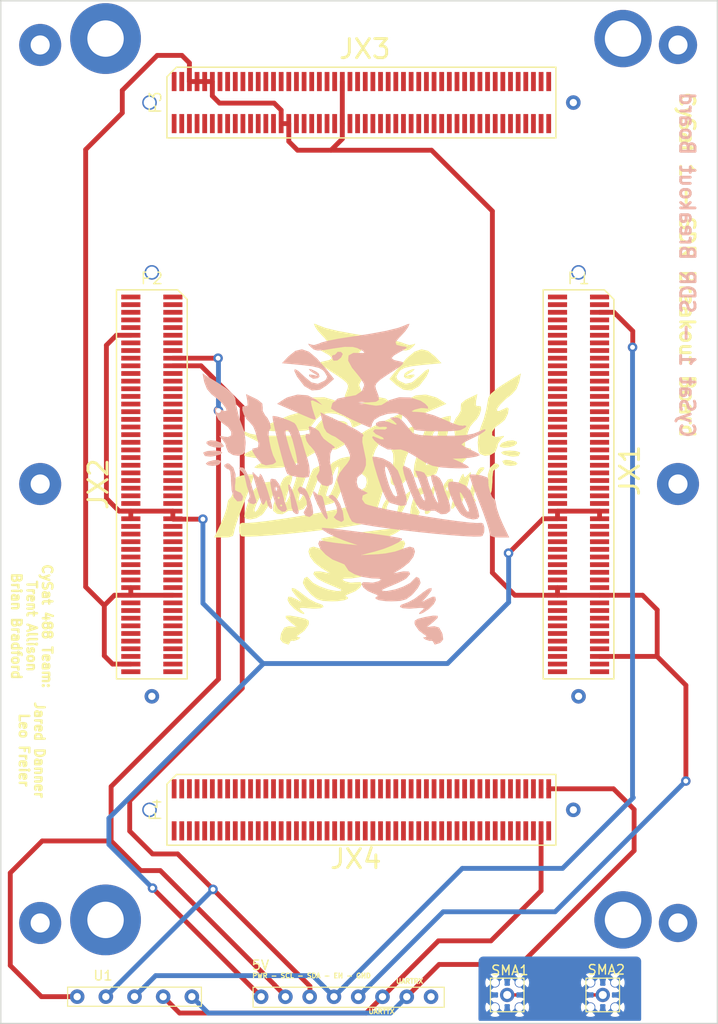
<source format=kicad_pcb>
(kicad_pcb (version 20171130) (host pcbnew "(5.1.0)-1")

  (general
    (thickness 1.6)
    (drawings 17)
    (tracks 136)
    (zones 0)
    (modules 20)
    (nets 380)
  )

  (page A4)
  (layers
    (0 F.Cu signal)
    (31 B.Cu signal)
    (32 B.Adhes user)
    (33 F.Adhes user)
    (34 B.Paste user)
    (35 F.Paste user)
    (36 B.SilkS user)
    (37 F.SilkS user)
    (38 B.Mask user)
    (39 F.Mask user)
    (40 Dwgs.User user hide)
    (41 Cmts.User user)
    (42 Eco1.User user)
    (43 Eco2.User user)
    (44 Edge.Cuts user)
    (45 Margin user)
    (46 B.CrtYd user)
    (47 F.CrtYd user)
    (48 B.Fab user)
    (49 F.Fab user hide)
  )

  (setup
    (last_trace_width 0.508)
    (user_trace_width 0.508)
    (trace_clearance 0.1778)
    (zone_clearance 0.208)
    (zone_45_only yes)
    (trace_min 0.1778)
    (via_size 0.3556)
    (via_drill 0.1016)
    (via_min_size 0.3556)
    (via_min_drill 0.1016)
    (uvia_size 0.1778)
    (uvia_drill 0.0762)
    (uvias_allowed no)
    (uvia_min_size 0.1778)
    (uvia_min_drill 0.0762)
    (edge_width 0.15)
    (segment_width 0.2)
    (pcb_text_width 0.3)
    (pcb_text_size 1.5 1.5)
    (mod_edge_width 0.15)
    (mod_text_size 1 1)
    (mod_text_width 0.15)
    (pad_size 1.5 1.5)
    (pad_drill 0.84)
    (pad_to_mask_clearance 0.2)
    (aux_axis_origin 0 0)
    (visible_elements 7FFFFFFF)
    (pcbplotparams
      (layerselection 0x010f8_ffffffff)
      (usegerberextensions false)
      (usegerberattributes true)
      (usegerberadvancedattributes false)
      (creategerberjobfile false)
      (excludeedgelayer true)
      (linewidth 0.100000)
      (plotframeref false)
      (viasonmask false)
      (mode 1)
      (useauxorigin true)
      (hpglpennumber 1)
      (hpglpenspeed 20)
      (hpglpendiameter 15.000000)
      (psnegative false)
      (psa4output false)
      (plotreference true)
      (plotvalue true)
      (plotinvisibletext false)
      (padsonsilk false)
      (subtractmaskfromsilk false)
      (outputformat 1)
      (mirror false)
      (drillshape 0)
      (scaleselection 1)
      (outputdirectory "gerber/breakout/"))
  )

  (net 0 "")
  (net 1 "Net-(P2-Pad82)")
  (net 2 "Net-(P1-Pad2)")
  (net 3 "Net-(P1-Pad50)")
  (net 4 "Net-(P1-Pad51)")
  (net 5 "Net-(P1-Pad49)")
  (net 6 "Net-(P1-Pad52)")
  (net 7 "Net-(P1-Pad48)")
  (net 8 "Net-(P1-Pad53)")
  (net 9 "Net-(P1-Pad47)")
  (net 10 "Net-(P1-Pad54)")
  (net 11 "Net-(P1-Pad46)")
  (net 12 "Net-(P1-Pad55)")
  (net 13 "Net-(P1-Pad45)")
  (net 14 "Net-(P1-Pad56)")
  (net 15 "Net-(P1-Pad44)")
  (net 16 "Net-(P1-Pad57)")
  (net 17 "Net-(P1-Pad43)")
  (net 18 "Net-(P1-Pad42)")
  (net 19 "Net-(P1-Pad41)")
  (net 20 "Net-(P1-Pad40)")
  (net 21 "Net-(P1-Pad61)")
  (net 22 "Net-(P1-Pad39)")
  (net 23 "Net-(P1-Pad62)")
  (net 24 "Net-(P1-Pad38)")
  (net 25 "Net-(P1-Pad63)")
  (net 26 "Net-(P1-Pad37)")
  (net 27 "Net-(P1-Pad64)")
  (net 28 "Net-(P1-Pad36)")
  (net 29 "Net-(P1-Pad65)")
  (net 30 "Net-(P1-Pad35)")
  (net 31 "Net-(P1-Pad66)")
  (net 32 "Net-(P1-Pad34)")
  (net 33 "Net-(P1-Pad67)")
  (net 34 "Net-(P1-Pad33)")
  (net 35 "Net-(P1-Pad68)")
  (net 36 "Net-(P1-Pad32)")
  (net 37 "Net-(P1-Pad69)")
  (net 38 "Net-(P1-Pad31)")
  (net 39 "Net-(P1-Pad70)")
  (net 40 "Net-(P1-Pad30)")
  (net 41 "Net-(P1-Pad71)")
  (net 42 "Net-(P1-Pad29)")
  (net 43 "Net-(P1-Pad72)")
  (net 44 "Net-(P1-Pad28)")
  (net 45 "Net-(P1-Pad73)")
  (net 46 "Net-(P1-Pad27)")
  (net 47 "Net-(P1-Pad74)")
  (net 48 "Net-(P1-Pad26)")
  (net 49 "Net-(P1-Pad75)")
  (net 50 "Net-(P1-Pad25)")
  (net 51 "Net-(P1-Pad76)")
  (net 52 "Net-(P1-Pad24)")
  (net 53 "Net-(P1-Pad77)")
  (net 54 "Net-(P1-Pad23)")
  (net 55 "Net-(P1-Pad78)")
  (net 56 "Net-(P1-Pad22)")
  (net 57 "Net-(P1-Pad21)")
  (net 58 "Net-(P1-Pad20)")
  (net 59 "Net-(P1-Pad81)")
  (net 60 "Net-(P1-Pad19)")
  (net 61 "Net-(P1-Pad82)")
  (net 62 "Net-(P1-Pad18)")
  (net 63 "Net-(P1-Pad83)")
  (net 64 "Net-(P1-Pad17)")
  (net 65 "Net-(P1-Pad84)")
  (net 66 "Net-(P1-Pad16)")
  (net 67 "Net-(P1-Pad85)")
  (net 68 "Net-(P1-Pad15)")
  (net 69 "Net-(P1-Pad86)")
  (net 70 "Net-(P1-Pad14)")
  (net 71 "Net-(P1-Pad87)")
  (net 72 "Net-(P1-Pad13)")
  (net 73 "Net-(P1-Pad88)")
  (net 74 "Net-(P1-Pad12)")
  (net 75 "Net-(P1-Pad89)")
  (net 76 "Net-(P1-Pad11)")
  (net 77 "Net-(P1-Pad90)")
  (net 78 "Net-(P1-Pad10)")
  (net 79 "Net-(P1-Pad91)")
  (net 80 "Net-(P1-Pad9)")
  (net 81 "Net-(P1-Pad92)")
  (net 82 "Net-(P1-Pad8)")
  (net 83 "Net-(P1-Pad93)")
  (net 84 "Net-(P1-Pad7)")
  (net 85 "Net-(P1-Pad94)")
  (net 86 "Net-(P1-Pad6)")
  (net 87 "Net-(P1-Pad5)")
  (net 88 "Net-(P1-Pad96)")
  (net 89 "Net-(P1-Pad4)")
  (net 90 "Net-(P1-Pad97)")
  (net 91 "Net-(P1-Pad3)")
  (net 92 "Net-(P1-Pad98)")
  (net 93 "Net-(P1-Pad99)")
  (net 94 "Net-(P1-Pad1)")
  (net 95 "Net-(P1-Pad100)")
  (net 96 "Net-(P2-Pad2)")
  (net 97 "Net-(P2-Pad50)")
  (net 98 "Net-(P2-Pad51)")
  (net 99 "Net-(P2-Pad49)")
  (net 100 "Net-(P2-Pad52)")
  (net 101 "Net-(P2-Pad48)")
  (net 102 "Net-(P2-Pad53)")
  (net 103 "Net-(P2-Pad47)")
  (net 104 "Net-(P2-Pad54)")
  (net 105 "Net-(P2-Pad46)")
  (net 106 "Net-(P2-Pad55)")
  (net 107 "Net-(P2-Pad45)")
  (net 108 "Net-(P2-Pad56)")
  (net 109 "Net-(P2-Pad44)")
  (net 110 "Net-(P2-Pad43)")
  (net 111 "Net-(P2-Pad42)")
  (net 112 "Net-(P2-Pad41)")
  (net 113 "Net-(P2-Pad40)")
  (net 114 "Net-(P2-Pad61)")
  (net 115 "Net-(P2-Pad39)")
  (net 116 "Net-(P2-Pad62)")
  (net 117 "Net-(P2-Pad38)")
  (net 118 "Net-(P2-Pad63)")
  (net 119 "Net-(P2-Pad37)")
  (net 120 "Net-(P2-Pad64)")
  (net 121 "Net-(P2-Pad36)")
  (net 122 "Net-(P2-Pad65)")
  (net 123 "Net-(P2-Pad35)")
  (net 124 "Net-(P2-Pad66)")
  (net 125 "Net-(P2-Pad34)")
  (net 126 "Net-(P2-Pad67)")
  (net 127 "Net-(P2-Pad33)")
  (net 128 "Net-(P2-Pad68)")
  (net 129 "Net-(P2-Pad32)")
  (net 130 "Net-(P2-Pad69)")
  (net 131 "Net-(P2-Pad31)")
  (net 132 "Net-(P2-Pad70)")
  (net 133 "Net-(P2-Pad30)")
  (net 134 "Net-(P2-Pad71)")
  (net 135 "Net-(P2-Pad29)")
  (net 136 "Net-(P2-Pad72)")
  (net 137 "Net-(P2-Pad28)")
  (net 138 "Net-(P2-Pad73)")
  (net 139 "Net-(P2-Pad27)")
  (net 140 "Net-(P2-Pad74)")
  (net 141 "Net-(P2-Pad26)")
  (net 142 "Net-(P2-Pad75)")
  (net 143 "Net-(P2-Pad25)")
  (net 144 "Net-(P2-Pad76)")
  (net 145 "Net-(P2-Pad24)")
  (net 146 "Net-(P2-Pad77)")
  (net 147 "Net-(P2-Pad23)")
  (net 148 "Net-(P2-Pad22)")
  (net 149 "Net-(P2-Pad21)")
  (net 150 "Net-(P2-Pad20)")
  (net 151 "Net-(P2-Pad81)")
  (net 152 "Net-(P2-Pad19)")
  (net 153 "Net-(P2-Pad18)")
  (net 154 "Net-(P2-Pad83)")
  (net 155 "Net-(P2-Pad17)")
  (net 156 "Net-(P2-Pad84)")
  (net 157 "Net-(P2-Pad16)")
  (net 158 "Net-(P2-Pad85)")
  (net 159 "Net-(P2-Pad15)")
  (net 160 "Net-(P2-Pad86)")
  (net 161 "Net-(P2-Pad14)")
  (net 162 "Net-(P2-Pad87)")
  (net 163 "Net-(P2-Pad13)")
  (net 164 "Net-(P2-Pad88)")
  (net 165 "Net-(P2-Pad89)")
  (net 166 "Net-(P2-Pad11)")
  (net 167 "Net-(P2-Pad90)")
  (net 168 "Net-(P2-Pad10)")
  (net 169 "Net-(P2-Pad91)")
  (net 170 "Net-(P2-Pad9)")
  (net 171 "Net-(P2-Pad92)")
  (net 172 "Net-(P2-Pad8)")
  (net 173 "Net-(P2-Pad93)")
  (net 174 "Net-(P2-Pad7)")
  (net 175 "Net-(P2-Pad94)")
  (net 176 "Net-(P2-Pad6)")
  (net 177 "Net-(P2-Pad95)")
  (net 178 "Net-(P2-Pad5)")
  (net 179 "Net-(P2-Pad96)")
  (net 180 "Net-(P2-Pad4)")
  (net 181 "Net-(P2-Pad97)")
  (net 182 "Net-(P2-Pad3)")
  (net 183 "Net-(P2-Pad99)")
  (net 184 "Net-(P2-Pad1)")
  (net 185 "Net-(P2-Pad100)")
  (net 186 "Net-(P3-Pad2)")
  (net 187 "Net-(P3-Pad50)")
  (net 188 "Net-(P3-Pad51)")
  (net 189 "Net-(P3-Pad49)")
  (net 190 "Net-(P3-Pad52)")
  (net 191 "Net-(P3-Pad48)")
  (net 192 "Net-(P3-Pad53)")
  (net 193 "Net-(P3-Pad47)")
  (net 194 "Net-(P3-Pad54)")
  (net 195 "Net-(P3-Pad55)")
  (net 196 "Net-(P3-Pad56)")
  (net 197 "Net-(P3-Pad44)")
  (net 198 "Net-(P3-Pad57)")
  (net 199 "Net-(P3-Pad43)")
  (net 200 "Net-(P3-Pad58)")
  (net 201 "Net-(P3-Pad42)")
  (net 202 "Net-(P3-Pad59)")
  (net 203 "Net-(P3-Pad41)")
  (net 204 "Net-(P3-Pad60)")
  (net 205 "Net-(P3-Pad40)")
  (net 206 "Net-(P3-Pad61)")
  (net 207 "Net-(P3-Pad39)")
  (net 208 "Net-(P3-Pad62)")
  (net 209 "Net-(P3-Pad38)")
  (net 210 "Net-(P3-Pad63)")
  (net 211 "Net-(P3-Pad37)")
  (net 212 "Net-(P3-Pad64)")
  (net 213 "Net-(P3-Pad36)")
  (net 214 "Net-(P3-Pad65)")
  (net 215 "Net-(P3-Pad35)")
  (net 216 "Net-(P3-Pad66)")
  (net 217 "Net-(P3-Pad34)")
  (net 218 "Net-(P3-Pad67)")
  (net 219 "Net-(P3-Pad33)")
  (net 220 "Net-(P3-Pad68)")
  (net 221 "Net-(P3-Pad69)")
  (net 222 "Net-(P3-Pad31)")
  (net 223 "Net-(P3-Pad70)")
  (net 224 "Net-(P3-Pad71)")
  (net 225 "Net-(P3-Pad29)")
  (net 226 "Net-(P3-Pad72)")
  (net 227 "Net-(P3-Pad28)")
  (net 228 "Net-(P3-Pad73)")
  (net 229 "Net-(P3-Pad27)")
  (net 230 "Net-(P3-Pad74)")
  (net 231 "Net-(P3-Pad26)")
  (net 232 "Net-(P3-Pad75)")
  (net 233 "Net-(P3-Pad25)")
  (net 234 "Net-(P3-Pad76)")
  (net 235 "Net-(P3-Pad24)")
  (net 236 "Net-(P3-Pad77)")
  (net 237 "Net-(P3-Pad23)")
  (net 238 "Net-(P3-Pad78)")
  (net 239 "Net-(P3-Pad22)")
  (net 240 "Net-(P3-Pad79)")
  (net 241 "Net-(P3-Pad21)")
  (net 242 "Net-(P3-Pad80)")
  (net 243 "Net-(P3-Pad20)")
  (net 244 "Net-(P3-Pad81)")
  (net 245 "Net-(P3-Pad19)")
  (net 246 "Net-(P3-Pad82)")
  (net 247 "Net-(P3-Pad18)")
  (net 248 "Net-(P3-Pad83)")
  (net 249 "Net-(P3-Pad17)")
  (net 250 "Net-(P3-Pad84)")
  (net 251 "Net-(P3-Pad16)")
  (net 252 "Net-(P3-Pad85)")
  (net 253 "Net-(P3-Pad15)")
  (net 254 "Net-(P3-Pad86)")
  (net 255 "Net-(P3-Pad14)")
  (net 256 "Net-(P3-Pad87)")
  (net 257 "Net-(P3-Pad13)")
  (net 258 "Net-(P3-Pad88)")
  (net 259 "Net-(P3-Pad12)")
  (net 260 "Net-(P3-Pad89)")
  (net 261 "Net-(P3-Pad90)")
  (net 262 "Net-(P3-Pad10)")
  (net 263 "Net-(P3-Pad91)")
  (net 264 "Net-(P3-Pad92)")
  (net 265 "Net-(P3-Pad8)")
  (net 266 "Net-(P3-Pad93)")
  (net 267 "Net-(P3-Pad94)")
  (net 268 "Net-(P3-Pad6)")
  (net 269 "Net-(P3-Pad95)")
  (net 270 "Net-(P3-Pad96)")
  (net 271 "Net-(P3-Pad4)")
  (net 272 "Net-(P3-Pad97)")
  (net 273 "Net-(P3-Pad3)")
  (net 274 "Net-(P3-Pad98)")
  (net 275 "Net-(P3-Pad99)")
  (net 276 "Net-(P3-Pad1)")
  (net 277 "Net-(P3-Pad100)")
  (net 278 "Net-(P4-Pad2)")
  (net 279 "Net-(P4-Pad50)")
  (net 280 "Net-(P4-Pad51)")
  (net 281 "Net-(P4-Pad49)")
  (net 282 "Net-(P4-Pad52)")
  (net 283 "Net-(P4-Pad48)")
  (net 284 "Net-(P4-Pad53)")
  (net 285 "Net-(P4-Pad47)")
  (net 286 "Net-(P4-Pad54)")
  (net 287 "Net-(P4-Pad46)")
  (net 288 "Net-(P4-Pad55)")
  (net 289 "Net-(P4-Pad45)")
  (net 290 "Net-(P4-Pad56)")
  (net 291 "Net-(P4-Pad44)")
  (net 292 "Net-(P4-Pad57)")
  (net 293 "Net-(P4-Pad43)")
  (net 294 "Net-(P4-Pad58)")
  (net 295 "Net-(P4-Pad42)")
  (net 296 "Net-(P4-Pad59)")
  (net 297 "Net-(P4-Pad41)")
  (net 298 "Net-(P4-Pad60)")
  (net 299 "Net-(P4-Pad40)")
  (net 300 "Net-(P4-Pad61)")
  (net 301 "Net-(P4-Pad39)")
  (net 302 "Net-(P4-Pad62)")
  (net 303 "Net-(P4-Pad38)")
  (net 304 "Net-(P4-Pad63)")
  (net 305 "Net-(P4-Pad37)")
  (net 306 "Net-(P4-Pad64)")
  (net 307 "Net-(P4-Pad36)")
  (net 308 "Net-(P4-Pad65)")
  (net 309 "Net-(P4-Pad35)")
  (net 310 "Net-(P4-Pad66)")
  (net 311 "Net-(P4-Pad34)")
  (net 312 "Net-(P4-Pad67)")
  (net 313 "Net-(P4-Pad33)")
  (net 314 "Net-(P4-Pad68)")
  (net 315 "Net-(P4-Pad32)")
  (net 316 "Net-(P4-Pad69)")
  (net 317 "Net-(P4-Pad31)")
  (net 318 "Net-(P4-Pad70)")
  (net 319 "Net-(P4-Pad30)")
  (net 320 "Net-(P4-Pad71)")
  (net 321 "Net-(P4-Pad29)")
  (net 322 "Net-(P4-Pad72)")
  (net 323 "Net-(P4-Pad28)")
  (net 324 "Net-(P4-Pad73)")
  (net 325 "Net-(P4-Pad27)")
  (net 326 "Net-(P4-Pad74)")
  (net 327 "Net-(P4-Pad26)")
  (net 328 "Net-(P4-Pad75)")
  (net 329 "Net-(P4-Pad25)")
  (net 330 "Net-(P4-Pad76)")
  (net 331 "Net-(P4-Pad24)")
  (net 332 "Net-(P4-Pad77)")
  (net 333 "Net-(P4-Pad23)")
  (net 334 "Net-(P4-Pad78)")
  (net 335 "Net-(P4-Pad22)")
  (net 336 "Net-(P4-Pad79)")
  (net 337 "Net-(P4-Pad21)")
  (net 338 "Net-(P4-Pad80)")
  (net 339 "Net-(P4-Pad20)")
  (net 340 "Net-(P4-Pad81)")
  (net 341 "Net-(P4-Pad19)")
  (net 342 "Net-(P4-Pad82)")
  (net 343 "Net-(P4-Pad18)")
  (net 344 "Net-(P4-Pad83)")
  (net 345 "Net-(P4-Pad17)")
  (net 346 "Net-(P4-Pad84)")
  (net 347 "Net-(P4-Pad16)")
  (net 348 "Net-(P4-Pad85)")
  (net 349 "Net-(P4-Pad15)")
  (net 350 "Net-(P4-Pad86)")
  (net 351 "Net-(P4-Pad14)")
  (net 352 "Net-(P4-Pad87)")
  (net 353 "Net-(P4-Pad13)")
  (net 354 "Net-(P4-Pad88)")
  (net 355 "Net-(P4-Pad12)")
  (net 356 "Net-(P4-Pad89)")
  (net 357 "Net-(P4-Pad11)")
  (net 358 "Net-(P4-Pad90)")
  (net 359 "Net-(P4-Pad10)")
  (net 360 "Net-(P4-Pad91)")
  (net 361 "Net-(P4-Pad9)")
  (net 362 "Net-(P4-Pad92)")
  (net 363 "Net-(P4-Pad8)")
  (net 364 "Net-(P4-Pad93)")
  (net 365 "Net-(P4-Pad7)")
  (net 366 "Net-(P4-Pad94)")
  (net 367 "Net-(P4-Pad6)")
  (net 368 "Net-(P4-Pad95)")
  (net 369 "Net-(P4-Pad5)")
  (net 370 "Net-(P4-Pad96)")
  (net 371 "Net-(P4-Pad4)")
  (net 372 "Net-(P4-Pad97)")
  (net 373 "Net-(P4-Pad3)")
  (net 374 "Net-(P4-Pad98)")
  (net 375 "Net-(P4-Pad99)")
  (net 376 "Net-(P4-Pad1)")
  (net 377 "Net-(P4-Pad100)")
  (net 378 "Net-(SMA1-Pad2)")
  (net 379 "Net-(SMA1-Pad1)")

  (net_class Default "This is the default net class."
    (clearance 0.1778)
    (trace_width 0.1778)
    (via_dia 0.3556)
    (via_drill 0.1016)
    (uvia_dia 0.1778)
    (uvia_drill 0.0762)
    (add_net "Net-(P1-Pad1)")
    (add_net "Net-(P1-Pad10)")
    (add_net "Net-(P1-Pad100)")
    (add_net "Net-(P1-Pad11)")
    (add_net "Net-(P1-Pad12)")
    (add_net "Net-(P1-Pad13)")
    (add_net "Net-(P1-Pad14)")
    (add_net "Net-(P1-Pad15)")
    (add_net "Net-(P1-Pad16)")
    (add_net "Net-(P1-Pad17)")
    (add_net "Net-(P1-Pad18)")
    (add_net "Net-(P1-Pad19)")
    (add_net "Net-(P1-Pad2)")
    (add_net "Net-(P1-Pad20)")
    (add_net "Net-(P1-Pad21)")
    (add_net "Net-(P1-Pad22)")
    (add_net "Net-(P1-Pad23)")
    (add_net "Net-(P1-Pad24)")
    (add_net "Net-(P1-Pad25)")
    (add_net "Net-(P1-Pad26)")
    (add_net "Net-(P1-Pad27)")
    (add_net "Net-(P1-Pad28)")
    (add_net "Net-(P1-Pad29)")
    (add_net "Net-(P1-Pad3)")
    (add_net "Net-(P1-Pad30)")
    (add_net "Net-(P1-Pad31)")
    (add_net "Net-(P1-Pad32)")
    (add_net "Net-(P1-Pad33)")
    (add_net "Net-(P1-Pad34)")
    (add_net "Net-(P1-Pad35)")
    (add_net "Net-(P1-Pad36)")
    (add_net "Net-(P1-Pad37)")
    (add_net "Net-(P1-Pad38)")
    (add_net "Net-(P1-Pad39)")
    (add_net "Net-(P1-Pad4)")
    (add_net "Net-(P1-Pad40)")
    (add_net "Net-(P1-Pad41)")
    (add_net "Net-(P1-Pad42)")
    (add_net "Net-(P1-Pad43)")
    (add_net "Net-(P1-Pad44)")
    (add_net "Net-(P1-Pad45)")
    (add_net "Net-(P1-Pad46)")
    (add_net "Net-(P1-Pad47)")
    (add_net "Net-(P1-Pad48)")
    (add_net "Net-(P1-Pad49)")
    (add_net "Net-(P1-Pad5)")
    (add_net "Net-(P1-Pad50)")
    (add_net "Net-(P1-Pad51)")
    (add_net "Net-(P1-Pad52)")
    (add_net "Net-(P1-Pad53)")
    (add_net "Net-(P1-Pad54)")
    (add_net "Net-(P1-Pad55)")
    (add_net "Net-(P1-Pad56)")
    (add_net "Net-(P1-Pad57)")
    (add_net "Net-(P1-Pad6)")
    (add_net "Net-(P1-Pad61)")
    (add_net "Net-(P1-Pad62)")
    (add_net "Net-(P1-Pad63)")
    (add_net "Net-(P1-Pad64)")
    (add_net "Net-(P1-Pad65)")
    (add_net "Net-(P1-Pad66)")
    (add_net "Net-(P1-Pad67)")
    (add_net "Net-(P1-Pad68)")
    (add_net "Net-(P1-Pad69)")
    (add_net "Net-(P1-Pad7)")
    (add_net "Net-(P1-Pad70)")
    (add_net "Net-(P1-Pad71)")
    (add_net "Net-(P1-Pad72)")
    (add_net "Net-(P1-Pad73)")
    (add_net "Net-(P1-Pad74)")
    (add_net "Net-(P1-Pad75)")
    (add_net "Net-(P1-Pad76)")
    (add_net "Net-(P1-Pad77)")
    (add_net "Net-(P1-Pad78)")
    (add_net "Net-(P1-Pad8)")
    (add_net "Net-(P1-Pad81)")
    (add_net "Net-(P1-Pad82)")
    (add_net "Net-(P1-Pad83)")
    (add_net "Net-(P1-Pad84)")
    (add_net "Net-(P1-Pad85)")
    (add_net "Net-(P1-Pad86)")
    (add_net "Net-(P1-Pad87)")
    (add_net "Net-(P1-Pad88)")
    (add_net "Net-(P1-Pad89)")
    (add_net "Net-(P1-Pad9)")
    (add_net "Net-(P1-Pad90)")
    (add_net "Net-(P1-Pad91)")
    (add_net "Net-(P1-Pad92)")
    (add_net "Net-(P1-Pad93)")
    (add_net "Net-(P1-Pad94)")
    (add_net "Net-(P1-Pad96)")
    (add_net "Net-(P1-Pad97)")
    (add_net "Net-(P1-Pad98)")
    (add_net "Net-(P1-Pad99)")
    (add_net "Net-(P2-Pad1)")
    (add_net "Net-(P2-Pad10)")
    (add_net "Net-(P2-Pad100)")
    (add_net "Net-(P2-Pad11)")
    (add_net "Net-(P2-Pad13)")
    (add_net "Net-(P2-Pad14)")
    (add_net "Net-(P2-Pad15)")
    (add_net "Net-(P2-Pad16)")
    (add_net "Net-(P2-Pad17)")
    (add_net "Net-(P2-Pad18)")
    (add_net "Net-(P2-Pad19)")
    (add_net "Net-(P2-Pad2)")
    (add_net "Net-(P2-Pad20)")
    (add_net "Net-(P2-Pad21)")
    (add_net "Net-(P2-Pad22)")
    (add_net "Net-(P2-Pad23)")
    (add_net "Net-(P2-Pad24)")
    (add_net "Net-(P2-Pad25)")
    (add_net "Net-(P2-Pad26)")
    (add_net "Net-(P2-Pad27)")
    (add_net "Net-(P2-Pad28)")
    (add_net "Net-(P2-Pad29)")
    (add_net "Net-(P2-Pad3)")
    (add_net "Net-(P2-Pad30)")
    (add_net "Net-(P2-Pad31)")
    (add_net "Net-(P2-Pad32)")
    (add_net "Net-(P2-Pad33)")
    (add_net "Net-(P2-Pad34)")
    (add_net "Net-(P2-Pad35)")
    (add_net "Net-(P2-Pad36)")
    (add_net "Net-(P2-Pad37)")
    (add_net "Net-(P2-Pad38)")
    (add_net "Net-(P2-Pad39)")
    (add_net "Net-(P2-Pad4)")
    (add_net "Net-(P2-Pad40)")
    (add_net "Net-(P2-Pad41)")
    (add_net "Net-(P2-Pad42)")
    (add_net "Net-(P2-Pad43)")
    (add_net "Net-(P2-Pad44)")
    (add_net "Net-(P2-Pad45)")
    (add_net "Net-(P2-Pad46)")
    (add_net "Net-(P2-Pad47)")
    (add_net "Net-(P2-Pad48)")
    (add_net "Net-(P2-Pad49)")
    (add_net "Net-(P2-Pad5)")
    (add_net "Net-(P2-Pad50)")
    (add_net "Net-(P2-Pad51)")
    (add_net "Net-(P2-Pad52)")
    (add_net "Net-(P2-Pad53)")
    (add_net "Net-(P2-Pad54)")
    (add_net "Net-(P2-Pad55)")
    (add_net "Net-(P2-Pad56)")
    (add_net "Net-(P2-Pad6)")
    (add_net "Net-(P2-Pad61)")
    (add_net "Net-(P2-Pad62)")
    (add_net "Net-(P2-Pad63)")
    (add_net "Net-(P2-Pad64)")
    (add_net "Net-(P2-Pad65)")
    (add_net "Net-(P2-Pad66)")
    (add_net "Net-(P2-Pad67)")
    (add_net "Net-(P2-Pad68)")
    (add_net "Net-(P2-Pad69)")
    (add_net "Net-(P2-Pad7)")
    (add_net "Net-(P2-Pad70)")
    (add_net "Net-(P2-Pad71)")
    (add_net "Net-(P2-Pad72)")
    (add_net "Net-(P2-Pad73)")
    (add_net "Net-(P2-Pad74)")
    (add_net "Net-(P2-Pad75)")
    (add_net "Net-(P2-Pad76)")
    (add_net "Net-(P2-Pad77)")
    (add_net "Net-(P2-Pad8)")
    (add_net "Net-(P2-Pad81)")
    (add_net "Net-(P2-Pad82)")
    (add_net "Net-(P2-Pad83)")
    (add_net "Net-(P2-Pad84)")
    (add_net "Net-(P2-Pad85)")
    (add_net "Net-(P2-Pad86)")
    (add_net "Net-(P2-Pad87)")
    (add_net "Net-(P2-Pad88)")
    (add_net "Net-(P2-Pad89)")
    (add_net "Net-(P2-Pad9)")
    (add_net "Net-(P2-Pad90)")
    (add_net "Net-(P2-Pad91)")
    (add_net "Net-(P2-Pad92)")
    (add_net "Net-(P2-Pad93)")
    (add_net "Net-(P2-Pad94)")
    (add_net "Net-(P2-Pad95)")
    (add_net "Net-(P2-Pad96)")
    (add_net "Net-(P2-Pad97)")
    (add_net "Net-(P2-Pad99)")
    (add_net "Net-(P3-Pad1)")
    (add_net "Net-(P3-Pad10)")
    (add_net "Net-(P3-Pad100)")
    (add_net "Net-(P3-Pad12)")
    (add_net "Net-(P3-Pad13)")
    (add_net "Net-(P3-Pad14)")
    (add_net "Net-(P3-Pad15)")
    (add_net "Net-(P3-Pad16)")
    (add_net "Net-(P3-Pad17)")
    (add_net "Net-(P3-Pad18)")
    (add_net "Net-(P3-Pad19)")
    (add_net "Net-(P3-Pad2)")
    (add_net "Net-(P3-Pad20)")
    (add_net "Net-(P3-Pad21)")
    (add_net "Net-(P3-Pad22)")
    (add_net "Net-(P3-Pad23)")
    (add_net "Net-(P3-Pad24)")
    (add_net "Net-(P3-Pad25)")
    (add_net "Net-(P3-Pad26)")
    (add_net "Net-(P3-Pad27)")
    (add_net "Net-(P3-Pad28)")
    (add_net "Net-(P3-Pad29)")
    (add_net "Net-(P3-Pad3)")
    (add_net "Net-(P3-Pad31)")
    (add_net "Net-(P3-Pad33)")
    (add_net "Net-(P3-Pad34)")
    (add_net "Net-(P3-Pad35)")
    (add_net "Net-(P3-Pad36)")
    (add_net "Net-(P3-Pad37)")
    (add_net "Net-(P3-Pad38)")
    (add_net "Net-(P3-Pad39)")
    (add_net "Net-(P3-Pad4)")
    (add_net "Net-(P3-Pad40)")
    (add_net "Net-(P3-Pad41)")
    (add_net "Net-(P3-Pad42)")
    (add_net "Net-(P3-Pad43)")
    (add_net "Net-(P3-Pad44)")
    (add_net "Net-(P3-Pad47)")
    (add_net "Net-(P3-Pad48)")
    (add_net "Net-(P3-Pad49)")
    (add_net "Net-(P3-Pad50)")
    (add_net "Net-(P3-Pad51)")
    (add_net "Net-(P3-Pad52)")
    (add_net "Net-(P3-Pad53)")
    (add_net "Net-(P3-Pad54)")
    (add_net "Net-(P3-Pad55)")
    (add_net "Net-(P3-Pad56)")
    (add_net "Net-(P3-Pad57)")
    (add_net "Net-(P3-Pad58)")
    (add_net "Net-(P3-Pad59)")
    (add_net "Net-(P3-Pad6)")
    (add_net "Net-(P3-Pad60)")
    (add_net "Net-(P3-Pad61)")
    (add_net "Net-(P3-Pad62)")
    (add_net "Net-(P3-Pad63)")
    (add_net "Net-(P3-Pad64)")
    (add_net "Net-(P3-Pad65)")
    (add_net "Net-(P3-Pad66)")
    (add_net "Net-(P3-Pad67)")
    (add_net "Net-(P3-Pad68)")
    (add_net "Net-(P3-Pad69)")
    (add_net "Net-(P3-Pad70)")
    (add_net "Net-(P3-Pad71)")
    (add_net "Net-(P3-Pad72)")
    (add_net "Net-(P3-Pad73)")
    (add_net "Net-(P3-Pad74)")
    (add_net "Net-(P3-Pad75)")
    (add_net "Net-(P3-Pad76)")
    (add_net "Net-(P3-Pad77)")
    (add_net "Net-(P3-Pad78)")
    (add_net "Net-(P3-Pad79)")
    (add_net "Net-(P3-Pad8)")
    (add_net "Net-(P3-Pad80)")
    (add_net "Net-(P3-Pad81)")
    (add_net "Net-(P3-Pad82)")
    (add_net "Net-(P3-Pad83)")
    (add_net "Net-(P3-Pad84)")
    (add_net "Net-(P3-Pad85)")
    (add_net "Net-(P3-Pad86)")
    (add_net "Net-(P3-Pad87)")
    (add_net "Net-(P3-Pad88)")
    (add_net "Net-(P3-Pad89)")
    (add_net "Net-(P3-Pad90)")
    (add_net "Net-(P3-Pad91)")
    (add_net "Net-(P3-Pad92)")
    (add_net "Net-(P3-Pad93)")
    (add_net "Net-(P3-Pad94)")
    (add_net "Net-(P3-Pad95)")
    (add_net "Net-(P3-Pad96)")
    (add_net "Net-(P3-Pad97)")
    (add_net "Net-(P3-Pad98)")
    (add_net "Net-(P3-Pad99)")
    (add_net "Net-(P4-Pad1)")
    (add_net "Net-(P4-Pad10)")
    (add_net "Net-(P4-Pad100)")
    (add_net "Net-(P4-Pad11)")
    (add_net "Net-(P4-Pad12)")
    (add_net "Net-(P4-Pad13)")
    (add_net "Net-(P4-Pad14)")
    (add_net "Net-(P4-Pad15)")
    (add_net "Net-(P4-Pad16)")
    (add_net "Net-(P4-Pad17)")
    (add_net "Net-(P4-Pad18)")
    (add_net "Net-(P4-Pad19)")
    (add_net "Net-(P4-Pad2)")
    (add_net "Net-(P4-Pad20)")
    (add_net "Net-(P4-Pad21)")
    (add_net "Net-(P4-Pad22)")
    (add_net "Net-(P4-Pad23)")
    (add_net "Net-(P4-Pad24)")
    (add_net "Net-(P4-Pad25)")
    (add_net "Net-(P4-Pad26)")
    (add_net "Net-(P4-Pad27)")
    (add_net "Net-(P4-Pad28)")
    (add_net "Net-(P4-Pad29)")
    (add_net "Net-(P4-Pad3)")
    (add_net "Net-(P4-Pad30)")
    (add_net "Net-(P4-Pad31)")
    (add_net "Net-(P4-Pad32)")
    (add_net "Net-(P4-Pad33)")
    (add_net "Net-(P4-Pad34)")
    (add_net "Net-(P4-Pad35)")
    (add_net "Net-(P4-Pad36)")
    (add_net "Net-(P4-Pad37)")
    (add_net "Net-(P4-Pad38)")
    (add_net "Net-(P4-Pad39)")
    (add_net "Net-(P4-Pad4)")
    (add_net "Net-(P4-Pad40)")
    (add_net "Net-(P4-Pad41)")
    (add_net "Net-(P4-Pad42)")
    (add_net "Net-(P4-Pad43)")
    (add_net "Net-(P4-Pad44)")
    (add_net "Net-(P4-Pad45)")
    (add_net "Net-(P4-Pad46)")
    (add_net "Net-(P4-Pad47)")
    (add_net "Net-(P4-Pad48)")
    (add_net "Net-(P4-Pad49)")
    (add_net "Net-(P4-Pad5)")
    (add_net "Net-(P4-Pad50)")
    (add_net "Net-(P4-Pad51)")
    (add_net "Net-(P4-Pad52)")
    (add_net "Net-(P4-Pad53)")
    (add_net "Net-(P4-Pad54)")
    (add_net "Net-(P4-Pad55)")
    (add_net "Net-(P4-Pad56)")
    (add_net "Net-(P4-Pad57)")
    (add_net "Net-(P4-Pad58)")
    (add_net "Net-(P4-Pad59)")
    (add_net "Net-(P4-Pad6)")
    (add_net "Net-(P4-Pad60)")
    (add_net "Net-(P4-Pad61)")
    (add_net "Net-(P4-Pad62)")
    (add_net "Net-(P4-Pad63)")
    (add_net "Net-(P4-Pad64)")
    (add_net "Net-(P4-Pad65)")
    (add_net "Net-(P4-Pad66)")
    (add_net "Net-(P4-Pad67)")
    (add_net "Net-(P4-Pad68)")
    (add_net "Net-(P4-Pad69)")
    (add_net "Net-(P4-Pad7)")
    (add_net "Net-(P4-Pad70)")
    (add_net "Net-(P4-Pad71)")
    (add_net "Net-(P4-Pad72)")
    (add_net "Net-(P4-Pad73)")
    (add_net "Net-(P4-Pad74)")
    (add_net "Net-(P4-Pad75)")
    (add_net "Net-(P4-Pad76)")
    (add_net "Net-(P4-Pad77)")
    (add_net "Net-(P4-Pad78)")
    (add_net "Net-(P4-Pad79)")
    (add_net "Net-(P4-Pad8)")
    (add_net "Net-(P4-Pad80)")
    (add_net "Net-(P4-Pad81)")
    (add_net "Net-(P4-Pad82)")
    (add_net "Net-(P4-Pad83)")
    (add_net "Net-(P4-Pad84)")
    (add_net "Net-(P4-Pad85)")
    (add_net "Net-(P4-Pad86)")
    (add_net "Net-(P4-Pad87)")
    (add_net "Net-(P4-Pad88)")
    (add_net "Net-(P4-Pad89)")
    (add_net "Net-(P4-Pad9)")
    (add_net "Net-(P4-Pad90)")
    (add_net "Net-(P4-Pad91)")
    (add_net "Net-(P4-Pad92)")
    (add_net "Net-(P4-Pad93)")
    (add_net "Net-(P4-Pad94)")
    (add_net "Net-(P4-Pad95)")
    (add_net "Net-(P4-Pad96)")
    (add_net "Net-(P4-Pad97)")
    (add_net "Net-(P4-Pad98)")
    (add_net "Net-(P4-Pad99)")
    (add_net "Net-(SMA1-Pad1)")
    (add_net "Net-(SMA1-Pad2)")
  )

  (module breakoutBoard:breakout_carrier (layer F.Cu) (tedit 5CCB88A2) (tstamp 5CCBCA28)
    (at 61 153.19)
    (path /5CC7A5E2)
    (fp_text reference U1 (at -0.3 -1.2) (layer F.SilkS)
      (effects (font (size 1 1) (thickness 0.15)))
    )
    (fp_text value breakout_carrier (at 0 -2) (layer F.Fab)
      (effects (font (size 1 1) (thickness 0.15)))
    )
    (fp_line (start 10 0) (end -4 0) (layer F.SilkS) (width 0.12))
    (fp_line (start 10 2) (end 10 0) (layer F.SilkS) (width 0.12))
    (fp_line (start -4 2) (end 10 2) (layer F.SilkS) (width 0.12))
    (fp_line (start -4 0) (end -4 2) (layer F.SilkS) (width 0.12))
    (pad 4 thru_hole circle (at 6 1) (size 1.524 1.524) (drill 0.762) (layers *.Cu *.Mask)
      (net 374 "Net-(P4-Pad98)"))
    (pad 5 thru_hole circle (at 9 1) (size 1.524 1.524) (drill 0.762) (layers *.Cu *.Mask)
      (net 375 "Net-(P4-Pad99)"))
    (pad 3 thru_hole circle (at 3 1) (size 1.524 1.524) (drill 0.762) (layers *.Cu *.Mask)
      (net 87 "Net-(P1-Pad5)"))
    (pad 2 thru_hole circle (at 0 1) (size 1.524 1.524) (drill 0.762) (layers *.Cu *.Mask)
      (net 152 "Net-(P2-Pad19)"))
    (pad 1 thru_hole circle (at -3 1) (size 1.524 1.524) (drill 0.762) (layers *.Cu *.Mask)
      (net 155 "Net-(P2-Pad17)"))
  )

  (module "breakoutBoard:Molex MMCX SMD 50Ohm" (layer F.Cu) (tedit 5CCB8029) (tstamp 5CCB9004)
    (at 113 154.01)
    (path /5CCBDC56)
    (fp_text reference SMA2 (at 0.37 -2.64) (layer F.SilkS)
      (effects (font (size 1 1) (thickness 0.15)))
    )
    (fp_text value Molex-MMCX-SMD (at -0.5 -4.8) (layer F.Fab)
      (effects (font (size 1 1) (thickness 0.15)))
    )
    (fp_line (start -1.755 -1.755) (end 1.755 -1.755) (layer F.SilkS) (width 0.12))
    (fp_line (start -1.755 1.755) (end 1.755 1.755) (layer F.SilkS) (width 0.12))
    (fp_line (start 1.755 -1.755) (end 1.755 1.755) (layer F.SilkS) (width 0.12))
    (fp_line (start -1.755 -1.755) (end -1.755 1.755) (layer F.SilkS) (width 0.12))
    (pad 1 thru_hole circle (at 0 0) (size 1.5 1.5) (drill 0.84) (layers *.Cu *.Mask)
      (net 379 "Net-(SMA1-Pad1)"))
    (pad 2 thru_hole circle (at -1.28 -1.28) (size 1 1) (drill 0.84) (layers *.Cu *.Mask)
      (net 378 "Net-(SMA1-Pad2)"))
    (pad 2 thru_hole circle (at -1.28 1.28) (size 1 1) (drill 0.84) (layers *.Cu *.Mask)
      (net 378 "Net-(SMA1-Pad2)"))
    (pad 2 thru_hole circle (at 1.28 1.28) (size 1 1) (drill 0.84) (layers *.Cu *.Mask)
      (net 378 "Net-(SMA1-Pad2)"))
    (pad 2 thru_hole circle (at 1.28 -1.28) (size 1 1) (drill 0.84) (layers *.Cu *.Mask)
      (net 378 "Net-(SMA1-Pad2)"))
  )

  (module breakoutBoard:ribbon2.5mmPitch (layer F.Cu) (tedit 5CCB7D4B) (tstamp 5CCB8C6F)
    (at 87.41 154.2)
    (path /5CCBC1CC)
    (fp_text reference e1 (at 0 0.5) (layer F.SilkS) hide
      (effects (font (size 1 1) (thickness 0.15)))
    )
    (fp_text value ribbon2.54mmPitch (at -0.9 -2) (layer F.Fab)
      (effects (font (size 1 1) (thickness 0.15)))
    )
    (fp_line (start 9 -1) (end -11 -1) (layer F.SilkS) (width 0.12))
    (fp_line (start 9 1.1) (end 9 -1) (layer F.SilkS) (width 0.12))
    (fp_line (start -11 1.1) (end 9 1.1) (layer F.SilkS) (width 0.12))
    (fp_line (start -11 -1) (end -11 1.1) (layer F.SilkS) (width 0.12))
    (pad 8 thru_hole circle (at 7.62 0) (size 1.524 1.524) (drill 0.762) (layers *.Cu *.Mask))
    (pad 7 thru_hole circle (at 5.08 0) (size 1.524 1.524) (drill 0.762) (layers *.Cu *.Mask)
      (net 375 "Net-(P4-Pad99)"))
    (pad 6 thru_hole circle (at 2.54 0) (size 1.524 1.524) (drill 0.762) (layers *.Cu *.Mask)
      (net 374 "Net-(P4-Pad98)"))
    (pad 5 thru_hole circle (at 0 0) (size 1.524 1.524) (drill 0.762) (layers *.Cu *.Mask)
      (net 55 "Net-(P1-Pad78)"))
    (pad 4 thru_hole circle (at -2.54 0) (size 1.524 1.524) (drill 0.762) (layers *.Cu *.Mask)
      (net 87 "Net-(P1-Pad5)"))
    (pad 3 thru_hole circle (at -5.08 0) (size 1.524 1.524) (drill 0.762) (layers *.Cu *.Mask)
      (net 152 "Net-(P2-Pad19)"))
    (pad 2 thru_hole circle (at -7.62 0) (size 1.524 1.524) (drill 0.762) (layers *.Cu *.Mask)
      (net 155 "Net-(P2-Pad17)"))
    (pad 1 thru_hole circle (at -10.16 0) (size 1.524 1.524) (drill 0.762) (layers *.Cu *.Mask)
      (net 16 "Net-(P1-Pad57)"))
  )

  (module Mounting_Holes:MountingHole_3.7mm_Pad locked (layer F.Cu) (tedit 5CC9BADA) (tstamp 5CC9C0D6)
    (at 115.12 146.16)
    (descr "Mounting Hole 3.7mm")
    (tags "mounting hole 3.7mm")
    (attr virtual)
    (fp_text reference REF** (at 0 -4.7) (layer F.SilkS) hide
      (effects (font (size 1 1) (thickness 0.15)))
    )
    (fp_text value MountingHole_3.7mm_Pad (at 0 4.7) (layer F.Fab) hide
      (effects (font (size 1 1) (thickness 0.15)))
    )
    (fp_circle (center 0 0) (end 3.25 0) (layer F.CrtYd) (width 0.05))
    (fp_circle (center 0 0) (end 3 0) (layer Cmts.User) (width 0.15))
    (fp_text user %R (at 0.3 0) (layer F.Fab)
      (effects (font (size 1 1) (thickness 0.15)))
    )
    (pad 1 thru_hole circle (at 0 0) (size 6 6) (drill 3.81) (layers *.Cu *.Mask))
  )

  (module Mounting_Holes:MountingHole_3.7mm_Pad locked (layer F.Cu) (tedit 5CC9BADA) (tstamp 5CBBDBAD)
    (at 115.12 53.96)
    (descr "Mounting Hole 3.7mm")
    (tags "mounting hole 3.7mm")
    (attr virtual)
    (fp_text reference REF** (at 0 -4.7) (layer F.SilkS) hide
      (effects (font (size 1 1) (thickness 0.15)))
    )
    (fp_text value MountingHole_3.7mm_Pad (at 0 4.7) (layer F.Fab) hide
      (effects (font (size 1 1) (thickness 0.15)))
    )
    (fp_text user %R (at 0.3 0) (layer F.Fab)
      (effects (font (size 1 1) (thickness 0.15)))
    )
    (fp_circle (center 0 0) (end 3 0) (layer Cmts.User) (width 0.15))
    (fp_circle (center 0 0) (end 3.25 0) (layer F.CrtYd) (width 0.05))
    (pad 1 thru_hole circle (at 0 0) (size 6 6) (drill 3.81) (layers *.Cu *.Mask))
  )

  (module Mounting_Holes:MountingHole_2.2mm_M2_Pad locked (layer F.Cu) (tedit 5CC9BA54) (tstamp 5CBBD6BE)
    (at 120.87 146.48)
    (descr "Mounting Hole 2.2mm, M2")
    (tags "mounting hole 2.2mm m2")
    (attr virtual)
    (fp_text reference REF** (at 0 -3.2) (layer F.SilkS) hide
      (effects (font (size 1 1) (thickness 0.15)))
    )
    (fp_text value MountingHole_2.2mm_M2_Pad (at 0 3.2) (layer F.Fab) hide
      (effects (font (size 1 1) (thickness 0.15)))
    )
    (fp_circle (center 0 0) (end 2.25 0) (layer F.CrtYd) (width 0.05))
    (fp_circle (center 0 0) (end 2 0) (layer Cmts.User) (width 0.15))
    (pad 1 thru_hole circle (at 0 0) (size 4 4) (drill 2) (layers *.Cu *.Mask))
  )

  (module Mounting_Holes:MountingHole_2.2mm_M2_Pad locked (layer F.Cu) (tedit 5CC9BA04) (tstamp 5CBBD61C)
    (at 120.87 54.63)
    (descr "Mounting Hole 2.2mm, M2")
    (tags "mounting hole 2.2mm m2")
    (attr virtual)
    (fp_text reference REF** (at 0 -3.2) (layer F.SilkS) hide
      (effects (font (size 1 1) (thickness 0.15)))
    )
    (fp_text value MountingHole_2.2mm_M2_Pad (at 0 3.2) (layer F.Fab) hide
      (effects (font (size 1 1) (thickness 0.15)))
    )
    (fp_text user %R (at 0.3 0) (layer F.Fab)
      (effects (font (size 1 1) (thickness 0.15)))
    )
    (fp_circle (center 0 0) (end 2 0) (layer Cmts.User) (width 0.15))
    (fp_circle (center 0 0) (end 2.25 0) (layer F.CrtYd) (width 0.05))
    (pad 1 thru_hole circle (at 0 0) (size 4 4) (drill 2) (layers *.Cu *.Mask))
  )

  (module breakoutBoard:BERGSTAK_100_PIN1_RIGHT locked (layer F.Cu) (tedit 5CC23196) (tstamp 5CB7F256)
    (at 87.745 60.655)
    (path /5CCBFD09)
    (fp_text reference P3 (at -21.55 0 90) (layer F.SilkS)
      (effects (font (size 1.2 1.2) (thickness 0.15)))
    )
    (fp_text value CONN_02X50 (at 0 0) (layer F.Fab)
      (effects (font (size 1.2 1.2) (thickness 0.15)))
    )
    (fp_line (start -19.35 -3.7) (end -20.35 -2.7) (layer F.SilkS) (width 0.15))
    (fp_line (start -20.35 -2.7) (end -20.35 3.7) (layer F.SilkS) (width 0.15))
    (fp_line (start -20.35 3.7) (end 20.35 3.7) (layer F.SilkS) (width 0.15))
    (fp_line (start 20.35 3.7) (end 20.35 -3.7) (layer F.SilkS) (width 0.15))
    (fp_line (start 20.35 -3.7) (end -19.35 -3.7) (layer F.SilkS) (width 0.15))
    (pad 2 smd rect (at -19.6 2.2) (size 0.5 2) (layers F.Cu F.Paste F.Mask)
      (net 186 "Net-(P3-Pad2)"))
    (pad 1 smd rect (at -19.6 -2.2) (size 0.5 2) (layers F.Cu F.Paste F.Mask)
      (net 276 "Net-(P3-Pad1)"))
    (pad 4 smd rect (at -18.8 2.2) (size 0.5 2) (layers F.Cu F.Paste F.Mask)
      (net 271 "Net-(P3-Pad4)"))
    (pad 3 smd rect (at -18.8 -2.2) (size 0.5 2) (layers F.Cu F.Paste F.Mask)
      (net 273 "Net-(P3-Pad3)"))
    (pad 6 smd rect (at -18 2.2) (size 0.5 2) (layers F.Cu F.Paste F.Mask)
      (net 268 "Net-(P3-Pad6)"))
    (pad 5 smd rect (at -18 -2.2) (size 0.5 2) (layers F.Cu F.Paste F.Mask)
      (net 55 "Net-(P1-Pad78)"))
    (pad 8 smd rect (at -17.2 2.2) (size 0.5 2) (layers F.Cu F.Paste F.Mask)
      (net 265 "Net-(P3-Pad8)"))
    (pad 7 smd rect (at -17.2 -2.2) (size 0.5 2) (layers F.Cu F.Paste F.Mask)
      (net 55 "Net-(P1-Pad78)"))
    (pad 10 smd rect (at -16.4 2.2) (size 0.5 2) (layers F.Cu F.Paste F.Mask)
      (net 262 "Net-(P3-Pad10)"))
    (pad 9 smd rect (at -16.4 -2.2) (size 0.5 2) (layers F.Cu F.Paste F.Mask)
      (net 55 "Net-(P1-Pad78)"))
    (pad 12 smd rect (at -15.6 2.2) (size 0.5 2) (layers F.Cu F.Paste F.Mask)
      (net 259 "Net-(P3-Pad12)"))
    (pad 11 smd rect (at -15.6 -2.2) (size 0.5 2) (layers F.Cu F.Paste F.Mask)
      (net 55 "Net-(P1-Pad78)"))
    (pad 14 smd rect (at -14.8 2.2) (size 0.5 2) (layers F.Cu F.Paste F.Mask)
      (net 255 "Net-(P3-Pad14)"))
    (pad 13 smd rect (at -14.8 -2.2) (size 0.5 2) (layers F.Cu F.Paste F.Mask)
      (net 257 "Net-(P3-Pad13)"))
    (pad 16 smd rect (at -14 2.2) (size 0.5 2) (layers F.Cu F.Paste F.Mask)
      (net 251 "Net-(P3-Pad16)"))
    (pad 15 smd rect (at -14 -2.2) (size 0.5 2) (layers F.Cu F.Paste F.Mask)
      (net 253 "Net-(P3-Pad15)"))
    (pad 18 smd rect (at -13.2 2.2) (size 0.5 2) (layers F.Cu F.Paste F.Mask)
      (net 247 "Net-(P3-Pad18)"))
    (pad 17 smd rect (at -13.2 -2.2) (size 0.5 2) (layers F.Cu F.Paste F.Mask)
      (net 249 "Net-(P3-Pad17)"))
    (pad 20 smd rect (at -12.4 2.2) (size 0.5 2) (layers F.Cu F.Paste F.Mask)
      (net 243 "Net-(P3-Pad20)"))
    (pad 19 smd rect (at -12.4 -2.2) (size 0.5 2) (layers F.Cu F.Paste F.Mask)
      (net 245 "Net-(P3-Pad19)"))
    (pad 22 smd rect (at -11.6 2.2) (size 0.5 2) (layers F.Cu F.Paste F.Mask)
      (net 239 "Net-(P3-Pad22)"))
    (pad 21 smd rect (at -11.6 -2.2) (size 0.5 2) (layers F.Cu F.Paste F.Mask)
      (net 241 "Net-(P3-Pad21)"))
    (pad 24 smd rect (at -10.8 2.2) (size 0.5 2) (layers F.Cu F.Paste F.Mask)
      (net 235 "Net-(P3-Pad24)"))
    (pad 23 smd rect (at -10.8 -2.2) (size 0.5 2) (layers F.Cu F.Paste F.Mask)
      (net 237 "Net-(P3-Pad23)"))
    (pad 26 smd rect (at -10 2.2) (size 0.5 2) (layers F.Cu F.Paste F.Mask)
      (net 231 "Net-(P3-Pad26)"))
    (pad 25 smd rect (at -10 -2.2) (size 0.5 2) (layers F.Cu F.Paste F.Mask)
      (net 233 "Net-(P3-Pad25)"))
    (pad 28 smd rect (at -9.2 2.2) (size 0.5 2) (layers F.Cu F.Paste F.Mask)
      (net 227 "Net-(P3-Pad28)"))
    (pad 27 smd rect (at -9.2 -2.2) (size 0.5 2) (layers F.Cu F.Paste F.Mask)
      (net 229 "Net-(P3-Pad27)"))
    (pad 30 smd rect (at -8.4 2.2) (size 0.5 2) (layers F.Cu F.Paste F.Mask)
      (net 55 "Net-(P1-Pad78)"))
    (pad 29 smd rect (at -8.4 -2.2) (size 0.5 2) (layers F.Cu F.Paste F.Mask)
      (net 225 "Net-(P3-Pad29)"))
    (pad 32 smd rect (at -7.6 2.2) (size 0.5 2) (layers F.Cu F.Paste F.Mask)
      (net 55 "Net-(P1-Pad78)"))
    (pad 31 smd rect (at -7.6 -2.2) (size 0.5 2) (layers F.Cu F.Paste F.Mask)
      (net 222 "Net-(P3-Pad31)"))
    (pad 34 smd rect (at -6.8 2.2) (size 0.5 2) (layers F.Cu F.Paste F.Mask)
      (net 217 "Net-(P3-Pad34)"))
    (pad 33 smd rect (at -6.8 -2.2) (size 0.5 2) (layers F.Cu F.Paste F.Mask)
      (net 219 "Net-(P3-Pad33)"))
    (pad 36 smd rect (at -6 2.2) (size 0.5 2) (layers F.Cu F.Paste F.Mask)
      (net 213 "Net-(P3-Pad36)"))
    (pad 35 smd rect (at -6 -2.2) (size 0.5 2) (layers F.Cu F.Paste F.Mask)
      (net 215 "Net-(P3-Pad35)"))
    (pad 38 smd rect (at -5.2 2.2) (size 0.5 2) (layers F.Cu F.Paste F.Mask)
      (net 209 "Net-(P3-Pad38)"))
    (pad 37 smd rect (at -5.2 -2.2) (size 0.5 2) (layers F.Cu F.Paste F.Mask)
      (net 211 "Net-(P3-Pad37)"))
    (pad 40 smd rect (at -4.4 2.2) (size 0.5 2) (layers F.Cu F.Paste F.Mask)
      (net 205 "Net-(P3-Pad40)"))
    (pad 39 smd rect (at -4.4 -2.2) (size 0.5 2) (layers F.Cu F.Paste F.Mask)
      (net 207 "Net-(P3-Pad39)"))
    (pad 42 smd rect (at -3.6 2.2) (size 0.5 2) (layers F.Cu F.Paste F.Mask)
      (net 201 "Net-(P3-Pad42)"))
    (pad 41 smd rect (at -3.6 -2.2) (size 0.5 2) (layers F.Cu F.Paste F.Mask)
      (net 203 "Net-(P3-Pad41)"))
    (pad 44 smd rect (at -2.8 2.2) (size 0.5 2) (layers F.Cu F.Paste F.Mask)
      (net 197 "Net-(P3-Pad44)"))
    (pad 43 smd rect (at -2.8 -2.2) (size 0.5 2) (layers F.Cu F.Paste F.Mask)
      (net 199 "Net-(P3-Pad43)"))
    (pad 46 smd rect (at -2 2.2) (size 0.5 2) (layers F.Cu F.Paste F.Mask)
      (net 55 "Net-(P1-Pad78)"))
    (pad 45 smd rect (at -2 -2.2) (size 0.5 2) (layers F.Cu F.Paste F.Mask)
      (net 55 "Net-(P1-Pad78)"))
    (pad 48 smd rect (at -1.2 2.2) (size 0.5 2) (layers F.Cu F.Paste F.Mask)
      (net 191 "Net-(P3-Pad48)"))
    (pad 47 smd rect (at -1.2 -2.2) (size 0.5 2) (layers F.Cu F.Paste F.Mask)
      (net 193 "Net-(P3-Pad47)"))
    (pad 50 smd rect (at -0.4 2.2) (size 0.5 2) (layers F.Cu F.Paste F.Mask)
      (net 187 "Net-(P3-Pad50)"))
    (pad 49 smd rect (at -0.4 -2.2) (size 0.5 2) (layers F.Cu F.Paste F.Mask)
      (net 189 "Net-(P3-Pad49)"))
    (pad 52 smd rect (at 0.4 2.2) (size 0.5 2) (layers F.Cu F.Paste F.Mask)
      (net 190 "Net-(P3-Pad52)"))
    (pad 51 smd rect (at 0.4 -2.2) (size 0.5 2) (layers F.Cu F.Paste F.Mask)
      (net 188 "Net-(P3-Pad51)"))
    (pad 54 smd rect (at 1.2 2.2) (size 0.5 2) (layers F.Cu F.Paste F.Mask)
      (net 194 "Net-(P3-Pad54)"))
    (pad 53 smd rect (at 1.2 -2.2) (size 0.5 2) (layers F.Cu F.Paste F.Mask)
      (net 192 "Net-(P3-Pad53)"))
    (pad 56 smd rect (at 2 2.2) (size 0.5 2) (layers F.Cu F.Paste F.Mask)
      (net 196 "Net-(P3-Pad56)"))
    (pad 55 smd rect (at 2 -2.2) (size 0.5 2) (layers F.Cu F.Paste F.Mask)
      (net 195 "Net-(P3-Pad55)"))
    (pad 58 smd rect (at 2.8 2.2) (size 0.5 2) (layers F.Cu F.Paste F.Mask)
      (net 200 "Net-(P3-Pad58)"))
    (pad 57 smd rect (at 2.8 -2.2) (size 0.5 2) (layers F.Cu F.Paste F.Mask)
      (net 198 "Net-(P3-Pad57)"))
    (pad 60 smd rect (at 3.6 2.2) (size 0.5 2) (layers F.Cu F.Paste F.Mask)
      (net 204 "Net-(P3-Pad60)"))
    (pad 59 smd rect (at 3.6 -2.2) (size 0.5 2) (layers F.Cu F.Paste F.Mask)
      (net 202 "Net-(P3-Pad59)"))
    (pad 62 smd rect (at 4.4 2.2) (size 0.5 2) (layers F.Cu F.Paste F.Mask)
      (net 208 "Net-(P3-Pad62)"))
    (pad 61 smd rect (at 4.4 -2.2) (size 0.5 2) (layers F.Cu F.Paste F.Mask)
      (net 206 "Net-(P3-Pad61)"))
    (pad 64 smd rect (at 5.2 2.2) (size 0.5 2) (layers F.Cu F.Paste F.Mask)
      (net 212 "Net-(P3-Pad64)"))
    (pad 63 smd rect (at 5.2 -2.2) (size 0.5 2) (layers F.Cu F.Paste F.Mask)
      (net 210 "Net-(P3-Pad63)"))
    (pad 66 smd rect (at 6 2.2) (size 0.5 2) (layers F.Cu F.Paste F.Mask)
      (net 216 "Net-(P3-Pad66)"))
    (pad 65 smd rect (at 6 -2.2) (size 0.5 2) (layers F.Cu F.Paste F.Mask)
      (net 214 "Net-(P3-Pad65)"))
    (pad 68 smd rect (at 6.8 2.2) (size 0.5 2) (layers F.Cu F.Paste F.Mask)
      (net 220 "Net-(P3-Pad68)"))
    (pad 67 smd rect (at 6.8 -2.2) (size 0.5 2) (layers F.Cu F.Paste F.Mask)
      (net 218 "Net-(P3-Pad67)"))
    (pad 70 smd rect (at 7.6 2.2) (size 0.5 2) (layers F.Cu F.Paste F.Mask)
      (net 223 "Net-(P3-Pad70)"))
    (pad 69 smd rect (at 7.6 -2.2) (size 0.5 2) (layers F.Cu F.Paste F.Mask)
      (net 221 "Net-(P3-Pad69)"))
    (pad 72 smd rect (at 8.4 2.2) (size 0.5 2) (layers F.Cu F.Paste F.Mask)
      (net 226 "Net-(P3-Pad72)"))
    (pad 71 smd rect (at 8.4 -2.2) (size 0.5 2) (layers F.Cu F.Paste F.Mask)
      (net 224 "Net-(P3-Pad71)"))
    (pad 74 smd rect (at 9.2 2.2) (size 0.5 2) (layers F.Cu F.Paste F.Mask)
      (net 230 "Net-(P3-Pad74)"))
    (pad 73 smd rect (at 9.2 -2.2) (size 0.5 2) (layers F.Cu F.Paste F.Mask)
      (net 228 "Net-(P3-Pad73)"))
    (pad 76 smd rect (at 10 2.2) (size 0.5 2) (layers F.Cu F.Paste F.Mask)
      (net 234 "Net-(P3-Pad76)"))
    (pad 75 smd rect (at 10 -2.2) (size 0.5 2) (layers F.Cu F.Paste F.Mask)
      (net 232 "Net-(P3-Pad75)"))
    (pad 78 smd rect (at 10.8 2.2) (size 0.5 2) (layers F.Cu F.Paste F.Mask)
      (net 238 "Net-(P3-Pad78)"))
    (pad 77 smd rect (at 10.8 -2.2) (size 0.5 2) (layers F.Cu F.Paste F.Mask)
      (net 236 "Net-(P3-Pad77)"))
    (pad 80 smd rect (at 11.6 2.2) (size 0.5 2) (layers F.Cu F.Paste F.Mask)
      (net 242 "Net-(P3-Pad80)"))
    (pad 79 smd rect (at 11.6 -2.2) (size 0.5 2) (layers F.Cu F.Paste F.Mask)
      (net 240 "Net-(P3-Pad79)"))
    (pad 82 smd rect (at 12.4 2.2) (size 0.5 2) (layers F.Cu F.Paste F.Mask)
      (net 246 "Net-(P3-Pad82)"))
    (pad 81 smd rect (at 12.4 -2.2) (size 0.5 2) (layers F.Cu F.Paste F.Mask)
      (net 244 "Net-(P3-Pad81)"))
    (pad 84 smd rect (at 13.2 2.2) (size 0.5 2) (layers F.Cu F.Paste F.Mask)
      (net 250 "Net-(P3-Pad84)"))
    (pad 83 smd rect (at 13.2 -2.2) (size 0.5 2) (layers F.Cu F.Paste F.Mask)
      (net 248 "Net-(P3-Pad83)"))
    (pad 86 smd rect (at 14 2.2) (size 0.5 2) (layers F.Cu F.Paste F.Mask)
      (net 254 "Net-(P3-Pad86)"))
    (pad 85 smd rect (at 14 -2.2) (size 0.5 2) (layers F.Cu F.Paste F.Mask)
      (net 252 "Net-(P3-Pad85)"))
    (pad 88 smd rect (at 14.8 2.2) (size 0.5 2) (layers F.Cu F.Paste F.Mask)
      (net 258 "Net-(P3-Pad88)"))
    (pad 87 smd rect (at 14.8 -2.2) (size 0.5 2) (layers F.Cu F.Paste F.Mask)
      (net 256 "Net-(P3-Pad87)"))
    (pad 90 smd rect (at 15.6 2.2) (size 0.5 2) (layers F.Cu F.Paste F.Mask)
      (net 261 "Net-(P3-Pad90)"))
    (pad 89 smd rect (at 15.6 -2.2) (size 0.5 2) (layers F.Cu F.Paste F.Mask)
      (net 260 "Net-(P3-Pad89)"))
    (pad 92 smd rect (at 16.4 2.2) (size 0.5 2) (layers F.Cu F.Paste F.Mask)
      (net 264 "Net-(P3-Pad92)"))
    (pad 91 smd rect (at 16.4 -2.2) (size 0.5 2) (layers F.Cu F.Paste F.Mask)
      (net 263 "Net-(P3-Pad91)"))
    (pad 94 smd rect (at 17.2 2.2) (size 0.5 2) (layers F.Cu F.Paste F.Mask)
      (net 267 "Net-(P3-Pad94)"))
    (pad 93 smd rect (at 17.2 -2.2) (size 0.5 2) (layers F.Cu F.Paste F.Mask)
      (net 266 "Net-(P3-Pad93)"))
    (pad 96 smd rect (at 18 2.2) (size 0.5 2) (layers F.Cu F.Paste F.Mask)
      (net 270 "Net-(P3-Pad96)"))
    (pad 95 smd rect (at 18 -2.2) (size 0.5 2) (layers F.Cu F.Paste F.Mask)
      (net 269 "Net-(P3-Pad95)"))
    (pad 98 smd rect (at 18.8 2.2) (size 0.5 2) (layers F.Cu F.Paste F.Mask)
      (net 274 "Net-(P3-Pad98)"))
    (pad 97 smd rect (at 18.8 -2.2) (size 0.5 2) (layers F.Cu F.Paste F.Mask)
      (net 272 "Net-(P3-Pad97)"))
    (pad 100 smd rect (at 19.6 2.2) (size 0.5 2) (layers F.Cu F.Paste F.Mask)
      (net 277 "Net-(P3-Pad100)"))
    (pad 99 smd rect (at 19.6 -2.2) (size 0.5 2) (layers F.Cu F.Paste F.Mask)
      (net 275 "Net-(P3-Pad99)"))
    (pad "" thru_hole circle (at 22.1742 0) (size 1.524 1.524) (drill 0.762) (layers *.Cu *.Mask))
    (pad "" thru_hole circle (at -22.1742 0) (size 1.524 1.524) (drill 1.2) (layers *.Cu *.Mask))
  )

  (module breakoutBoard:BERGSTAK_100_PIN1_RIGHT locked (layer F.Cu) (tedit 5CC23196) (tstamp 5CB7F1E7)
    (at 65.815 100.595 270)
    (path /5CCBCC54)
    (fp_text reference P2 (at -21.55 0) (layer F.SilkS)
      (effects (font (size 1.2 1.2) (thickness 0.15)))
    )
    (fp_text value CONN_02X50 (at 0 0 270) (layer F.Fab)
      (effects (font (size 1.2 1.2) (thickness 0.15)))
    )
    (fp_line (start -19.35 -3.7) (end -20.35 -2.7) (layer F.SilkS) (width 0.15))
    (fp_line (start -20.35 -2.7) (end -20.35 3.7) (layer F.SilkS) (width 0.15))
    (fp_line (start -20.35 3.7) (end 20.35 3.7) (layer F.SilkS) (width 0.15))
    (fp_line (start 20.35 3.7) (end 20.35 -3.7) (layer F.SilkS) (width 0.15))
    (fp_line (start 20.35 -3.7) (end -19.35 -3.7) (layer F.SilkS) (width 0.15))
    (pad 2 smd rect (at -19.6 2.2 270) (size 0.5 2) (layers F.Cu F.Paste F.Mask)
      (net 96 "Net-(P2-Pad2)"))
    (pad 1 smd rect (at -19.6 -2.2 270) (size 0.5 2) (layers F.Cu F.Paste F.Mask)
      (net 184 "Net-(P2-Pad1)"))
    (pad 4 smd rect (at -18.8 2.2 270) (size 0.5 2) (layers F.Cu F.Paste F.Mask)
      (net 180 "Net-(P2-Pad4)"))
    (pad 3 smd rect (at -18.8 -2.2 270) (size 0.5 2) (layers F.Cu F.Paste F.Mask)
      (net 182 "Net-(P2-Pad3)"))
    (pad 6 smd rect (at -18 2.2 270) (size 0.5 2) (layers F.Cu F.Paste F.Mask)
      (net 176 "Net-(P2-Pad6)"))
    (pad 5 smd rect (at -18 -2.2 270) (size 0.5 2) (layers F.Cu F.Paste F.Mask)
      (net 178 "Net-(P2-Pad5)"))
    (pad 8 smd rect (at -17.2 2.2 270) (size 0.5 2) (layers F.Cu F.Paste F.Mask)
      (net 172 "Net-(P2-Pad8)"))
    (pad 7 smd rect (at -17.2 -2.2 270) (size 0.5 2) (layers F.Cu F.Paste F.Mask)
      (net 174 "Net-(P2-Pad7)"))
    (pad 10 smd rect (at -16.4 2.2 270) (size 0.5 2) (layers F.Cu F.Paste F.Mask)
      (net 168 "Net-(P2-Pad10)"))
    (pad 9 smd rect (at -16.4 -2.2 270) (size 0.5 2) (layers F.Cu F.Paste F.Mask)
      (net 170 "Net-(P2-Pad9)"))
    (pad 12 smd rect (at -15.6 2.2 270) (size 0.5 2) (layers F.Cu F.Paste F.Mask)
      (net 16 "Net-(P1-Pad57)"))
    (pad 11 smd rect (at -15.6 -2.2 270) (size 0.5 2) (layers F.Cu F.Paste F.Mask)
      (net 166 "Net-(P2-Pad11)"))
    (pad 14 smd rect (at -14.8 2.2 270) (size 0.5 2) (layers F.Cu F.Paste F.Mask)
      (net 161 "Net-(P2-Pad14)"))
    (pad 13 smd rect (at -14.8 -2.2 270) (size 0.5 2) (layers F.Cu F.Paste F.Mask)
      (net 163 "Net-(P2-Pad13)"))
    (pad 16 smd rect (at -14 2.2 270) (size 0.5 2) (layers F.Cu F.Paste F.Mask)
      (net 157 "Net-(P2-Pad16)"))
    (pad 15 smd rect (at -14 -2.2 270) (size 0.5 2) (layers F.Cu F.Paste F.Mask)
      (net 159 "Net-(P2-Pad15)"))
    (pad 18 smd rect (at -13.2 2.2 270) (size 0.5 2) (layers F.Cu F.Paste F.Mask)
      (net 153 "Net-(P2-Pad18)"))
    (pad 17 smd rect (at -13.2 -2.2 270) (size 0.5 2) (layers F.Cu F.Paste F.Mask)
      (net 155 "Net-(P2-Pad17)"))
    (pad 20 smd rect (at -12.4 2.2 270) (size 0.5 2) (layers F.Cu F.Paste F.Mask)
      (net 150 "Net-(P2-Pad20)"))
    (pad 19 smd rect (at -12.4 -2.2 270) (size 0.5 2) (layers F.Cu F.Paste F.Mask)
      (net 152 "Net-(P2-Pad19)"))
    (pad 22 smd rect (at -11.6 2.2 270) (size 0.5 2) (layers F.Cu F.Paste F.Mask)
      (net 148 "Net-(P2-Pad22)"))
    (pad 21 smd rect (at -11.6 -2.2 270) (size 0.5 2) (layers F.Cu F.Paste F.Mask)
      (net 149 "Net-(P2-Pad21)"))
    (pad 24 smd rect (at -10.8 2.2 270) (size 0.5 2) (layers F.Cu F.Paste F.Mask)
      (net 145 "Net-(P2-Pad24)"))
    (pad 23 smd rect (at -10.8 -2.2 270) (size 0.5 2) (layers F.Cu F.Paste F.Mask)
      (net 147 "Net-(P2-Pad23)"))
    (pad 26 smd rect (at -10 2.2 270) (size 0.5 2) (layers F.Cu F.Paste F.Mask)
      (net 141 "Net-(P2-Pad26)"))
    (pad 25 smd rect (at -10 -2.2 270) (size 0.5 2) (layers F.Cu F.Paste F.Mask)
      (net 143 "Net-(P2-Pad25)"))
    (pad 28 smd rect (at -9.2 2.2 270) (size 0.5 2) (layers F.Cu F.Paste F.Mask)
      (net 137 "Net-(P2-Pad28)"))
    (pad 27 smd rect (at -9.2 -2.2 270) (size 0.5 2) (layers F.Cu F.Paste F.Mask)
      (net 139 "Net-(P2-Pad27)"))
    (pad 30 smd rect (at -8.4 2.2 270) (size 0.5 2) (layers F.Cu F.Paste F.Mask)
      (net 133 "Net-(P2-Pad30)"))
    (pad 29 smd rect (at -8.4 -2.2 270) (size 0.5 2) (layers F.Cu F.Paste F.Mask)
      (net 135 "Net-(P2-Pad29)"))
    (pad 32 smd rect (at -7.6 2.2 270) (size 0.5 2) (layers F.Cu F.Paste F.Mask)
      (net 129 "Net-(P2-Pad32)"))
    (pad 31 smd rect (at -7.6 -2.2 270) (size 0.5 2) (layers F.Cu F.Paste F.Mask)
      (net 131 "Net-(P2-Pad31)"))
    (pad 34 smd rect (at -6.8 2.2 270) (size 0.5 2) (layers F.Cu F.Paste F.Mask)
      (net 125 "Net-(P2-Pad34)"))
    (pad 33 smd rect (at -6.8 -2.2 270) (size 0.5 2) (layers F.Cu F.Paste F.Mask)
      (net 127 "Net-(P2-Pad33)"))
    (pad 36 smd rect (at -6 2.2 270) (size 0.5 2) (layers F.Cu F.Paste F.Mask)
      (net 121 "Net-(P2-Pad36)"))
    (pad 35 smd rect (at -6 -2.2 270) (size 0.5 2) (layers F.Cu F.Paste F.Mask)
      (net 123 "Net-(P2-Pad35)"))
    (pad 38 smd rect (at -5.2 2.2 270) (size 0.5 2) (layers F.Cu F.Paste F.Mask)
      (net 117 "Net-(P2-Pad38)"))
    (pad 37 smd rect (at -5.2 -2.2 270) (size 0.5 2) (layers F.Cu F.Paste F.Mask)
      (net 119 "Net-(P2-Pad37)"))
    (pad 40 smd rect (at -4.4 2.2 270) (size 0.5 2) (layers F.Cu F.Paste F.Mask)
      (net 113 "Net-(P2-Pad40)"))
    (pad 39 smd rect (at -4.4 -2.2 270) (size 0.5 2) (layers F.Cu F.Paste F.Mask)
      (net 115 "Net-(P2-Pad39)"))
    (pad 42 smd rect (at -3.6 2.2 270) (size 0.5 2) (layers F.Cu F.Paste F.Mask)
      (net 111 "Net-(P2-Pad42)"))
    (pad 41 smd rect (at -3.6 -2.2 270) (size 0.5 2) (layers F.Cu F.Paste F.Mask)
      (net 112 "Net-(P2-Pad41)"))
    (pad 44 smd rect (at -2.8 2.2 270) (size 0.5 2) (layers F.Cu F.Paste F.Mask)
      (net 109 "Net-(P2-Pad44)"))
    (pad 43 smd rect (at -2.8 -2.2 270) (size 0.5 2) (layers F.Cu F.Paste F.Mask)
      (net 110 "Net-(P2-Pad43)"))
    (pad 46 smd rect (at -2 2.2 270) (size 0.5 2) (layers F.Cu F.Paste F.Mask)
      (net 105 "Net-(P2-Pad46)"))
    (pad 45 smd rect (at -2 -2.2 270) (size 0.5 2) (layers F.Cu F.Paste F.Mask)
      (net 107 "Net-(P2-Pad45)"))
    (pad 48 smd rect (at -1.2 2.2 270) (size 0.5 2) (layers F.Cu F.Paste F.Mask)
      (net 101 "Net-(P2-Pad48)"))
    (pad 47 smd rect (at -1.2 -2.2 270) (size 0.5 2) (layers F.Cu F.Paste F.Mask)
      (net 103 "Net-(P2-Pad47)"))
    (pad 50 smd rect (at -0.4 2.2 270) (size 0.5 2) (layers F.Cu F.Paste F.Mask)
      (net 97 "Net-(P2-Pad50)"))
    (pad 49 smd rect (at -0.4 -2.2 270) (size 0.5 2) (layers F.Cu F.Paste F.Mask)
      (net 99 "Net-(P2-Pad49)"))
    (pad 52 smd rect (at 0.4 2.2 270) (size 0.5 2) (layers F.Cu F.Paste F.Mask)
      (net 100 "Net-(P2-Pad52)"))
    (pad 51 smd rect (at 0.4 -2.2 270) (size 0.5 2) (layers F.Cu F.Paste F.Mask)
      (net 98 "Net-(P2-Pad51)"))
    (pad 54 smd rect (at 1.2 2.2 270) (size 0.5 2) (layers F.Cu F.Paste F.Mask)
      (net 104 "Net-(P2-Pad54)"))
    (pad 53 smd rect (at 1.2 -2.2 270) (size 0.5 2) (layers F.Cu F.Paste F.Mask)
      (net 102 "Net-(P2-Pad53)"))
    (pad 56 smd rect (at 2 2.2 270) (size 0.5 2) (layers F.Cu F.Paste F.Mask)
      (net 108 "Net-(P2-Pad56)"))
    (pad 55 smd rect (at 2 -2.2 270) (size 0.5 2) (layers F.Cu F.Paste F.Mask)
      (net 106 "Net-(P2-Pad55)"))
    (pad 58 smd rect (at 2.8 2.2 270) (size 0.5 2) (layers F.Cu F.Paste F.Mask)
      (net 16 "Net-(P1-Pad57)"))
    (pad 57 smd rect (at 2.8 -2.2 270) (size 0.5 2) (layers F.Cu F.Paste F.Mask)
      (net 16 "Net-(P1-Pad57)"))
    (pad 60 smd rect (at 3.6 2.2 270) (size 0.5 2) (layers F.Cu F.Paste F.Mask)
      (net 16 "Net-(P1-Pad57)"))
    (pad 59 smd rect (at 3.6 -2.2 270) (size 0.5 2) (layers F.Cu F.Paste F.Mask)
      (net 16 "Net-(P1-Pad57)"))
    (pad 62 smd rect (at 4.4 2.2 270) (size 0.5 2) (layers F.Cu F.Paste F.Mask)
      (net 116 "Net-(P2-Pad62)"))
    (pad 61 smd rect (at 4.4 -2.2 270) (size 0.5 2) (layers F.Cu F.Paste F.Mask)
      (net 114 "Net-(P2-Pad61)"))
    (pad 64 smd rect (at 5.2 2.2 270) (size 0.5 2) (layers F.Cu F.Paste F.Mask)
      (net 120 "Net-(P2-Pad64)"))
    (pad 63 smd rect (at 5.2 -2.2 270) (size 0.5 2) (layers F.Cu F.Paste F.Mask)
      (net 118 "Net-(P2-Pad63)"))
    (pad 66 smd rect (at 6 2.2 270) (size 0.5 2) (layers F.Cu F.Paste F.Mask)
      (net 124 "Net-(P2-Pad66)"))
    (pad 65 smd rect (at 6 -2.2 270) (size 0.5 2) (layers F.Cu F.Paste F.Mask)
      (net 122 "Net-(P2-Pad65)"))
    (pad 68 smd rect (at 6.8 2.2 270) (size 0.5 2) (layers F.Cu F.Paste F.Mask)
      (net 128 "Net-(P2-Pad68)"))
    (pad 67 smd rect (at 6.8 -2.2 270) (size 0.5 2) (layers F.Cu F.Paste F.Mask)
      (net 126 "Net-(P2-Pad67)"))
    (pad 70 smd rect (at 7.6 2.2 270) (size 0.5 2) (layers F.Cu F.Paste F.Mask)
      (net 132 "Net-(P2-Pad70)"))
    (pad 69 smd rect (at 7.6 -2.2 270) (size 0.5 2) (layers F.Cu F.Paste F.Mask)
      (net 130 "Net-(P2-Pad69)"))
    (pad 72 smd rect (at 8.4 2.2 270) (size 0.5 2) (layers F.Cu F.Paste F.Mask)
      (net 136 "Net-(P2-Pad72)"))
    (pad 71 smd rect (at 8.4 -2.2 270) (size 0.5 2) (layers F.Cu F.Paste F.Mask)
      (net 134 "Net-(P2-Pad71)"))
    (pad 74 smd rect (at 9.2 2.2 270) (size 0.5 2) (layers F.Cu F.Paste F.Mask)
      (net 140 "Net-(P2-Pad74)"))
    (pad 73 smd rect (at 9.2 -2.2 270) (size 0.5 2) (layers F.Cu F.Paste F.Mask)
      (net 138 "Net-(P2-Pad73)"))
    (pad 76 smd rect (at 10 2.2 270) (size 0.5 2) (layers F.Cu F.Paste F.Mask)
      (net 144 "Net-(P2-Pad76)"))
    (pad 75 smd rect (at 10 -2.2 270) (size 0.5 2) (layers F.Cu F.Paste F.Mask)
      (net 142 "Net-(P2-Pad75)"))
    (pad 78 smd rect (at 10.8 2.2 270) (size 0.5 2) (layers F.Cu F.Paste F.Mask)
      (net 55 "Net-(P1-Pad78)"))
    (pad 77 smd rect (at 10.8 -2.2 270) (size 0.5 2) (layers F.Cu F.Paste F.Mask)
      (net 146 "Net-(P2-Pad77)"))
    (pad 80 smd rect (at 11.6 2.2 270) (size 0.5 2) (layers F.Cu F.Paste F.Mask)
      (net 55 "Net-(P1-Pad78)"))
    (pad 79 smd rect (at 11.6 -2.2 270) (size 0.5 2) (layers F.Cu F.Paste F.Mask)
      (net 55 "Net-(P1-Pad78)"))
    (pad 82 smd rect (at 12.4 2.2 270) (size 0.5 2) (layers F.Cu F.Paste F.Mask)
      (net 1 "Net-(P2-Pad82)"))
    (pad 81 smd rect (at 12.4 -2.2 270) (size 0.5 2) (layers F.Cu F.Paste F.Mask)
      (net 151 "Net-(P2-Pad81)"))
    (pad 84 smd rect (at 13.2 2.2 270) (size 0.5 2) (layers F.Cu F.Paste F.Mask)
      (net 156 "Net-(P2-Pad84)"))
    (pad 83 smd rect (at 13.2 -2.2 270) (size 0.5 2) (layers F.Cu F.Paste F.Mask)
      (net 154 "Net-(P2-Pad83)"))
    (pad 86 smd rect (at 14 2.2 270) (size 0.5 2) (layers F.Cu F.Paste F.Mask)
      (net 160 "Net-(P2-Pad86)"))
    (pad 85 smd rect (at 14 -2.2 270) (size 0.5 2) (layers F.Cu F.Paste F.Mask)
      (net 158 "Net-(P2-Pad85)"))
    (pad 88 smd rect (at 14.8 2.2 270) (size 0.5 2) (layers F.Cu F.Paste F.Mask)
      (net 164 "Net-(P2-Pad88)"))
    (pad 87 smd rect (at 14.8 -2.2 270) (size 0.5 2) (layers F.Cu F.Paste F.Mask)
      (net 162 "Net-(P2-Pad87)"))
    (pad 90 smd rect (at 15.6 2.2 270) (size 0.5 2) (layers F.Cu F.Paste F.Mask)
      (net 167 "Net-(P2-Pad90)"))
    (pad 89 smd rect (at 15.6 -2.2 270) (size 0.5 2) (layers F.Cu F.Paste F.Mask)
      (net 165 "Net-(P2-Pad89)"))
    (pad 92 smd rect (at 16.4 2.2 270) (size 0.5 2) (layers F.Cu F.Paste F.Mask)
      (net 171 "Net-(P2-Pad92)"))
    (pad 91 smd rect (at 16.4 -2.2 270) (size 0.5 2) (layers F.Cu F.Paste F.Mask)
      (net 169 "Net-(P2-Pad91)"))
    (pad 94 smd rect (at 17.2 2.2 270) (size 0.5 2) (layers F.Cu F.Paste F.Mask)
      (net 175 "Net-(P2-Pad94)"))
    (pad 93 smd rect (at 17.2 -2.2 270) (size 0.5 2) (layers F.Cu F.Paste F.Mask)
      (net 173 "Net-(P2-Pad93)"))
    (pad 96 smd rect (at 18 2.2 270) (size 0.5 2) (layers F.Cu F.Paste F.Mask)
      (net 179 "Net-(P2-Pad96)"))
    (pad 95 smd rect (at 18 -2.2 270) (size 0.5 2) (layers F.Cu F.Paste F.Mask)
      (net 177 "Net-(P2-Pad95)"))
    (pad 98 smd rect (at 18.8 2.2 270) (size 0.5 2) (layers F.Cu F.Paste F.Mask)
      (net 55 "Net-(P1-Pad78)"))
    (pad 97 smd rect (at 18.8 -2.2 270) (size 0.5 2) (layers F.Cu F.Paste F.Mask)
      (net 181 "Net-(P2-Pad97)"))
    (pad 100 smd rect (at 19.6 2.2 270) (size 0.5 2) (layers F.Cu F.Paste F.Mask)
      (net 185 "Net-(P2-Pad100)"))
    (pad 99 smd rect (at 19.6 -2.2 270) (size 0.5 2) (layers F.Cu F.Paste F.Mask)
      (net 183 "Net-(P2-Pad99)"))
    (pad "" thru_hole circle (at 22.1742 0 270) (size 1.524 1.524) (drill 0.762) (layers *.Cu *.Mask))
    (pad "" thru_hole circle (at -22.1742 0 270) (size 1.524 1.524) (drill 1.2) (layers *.Cu *.Mask))
  )

  (module breakoutBoard:BERGSTAK_100_PIN1_RIGHT locked (layer F.Cu) (tedit 5CC23196) (tstamp 5CB7F2C5)
    (at 87.745 134.645)
    (path /5CCC346C)
    (fp_text reference P4 (at -21.55 0 90) (layer F.SilkS)
      (effects (font (size 1.2 1.2) (thickness 0.15)))
    )
    (fp_text value CONN_02X50 (at 0 0) (layer F.Fab)
      (effects (font (size 1.2 1.2) (thickness 0.15)))
    )
    (fp_line (start -19.35 -3.7) (end -20.35 -2.7) (layer F.SilkS) (width 0.15))
    (fp_line (start -20.35 -2.7) (end -20.35 3.7) (layer F.SilkS) (width 0.15))
    (fp_line (start -20.35 3.7) (end 20.35 3.7) (layer F.SilkS) (width 0.15))
    (fp_line (start 20.35 3.7) (end 20.35 -3.7) (layer F.SilkS) (width 0.15))
    (fp_line (start 20.35 -3.7) (end -19.35 -3.7) (layer F.SilkS) (width 0.15))
    (pad 2 smd rect (at -19.6 2.2) (size 0.5 2) (layers F.Cu F.Paste F.Mask)
      (net 278 "Net-(P4-Pad2)"))
    (pad 1 smd rect (at -19.6 -2.2) (size 0.5 2) (layers F.Cu F.Paste F.Mask)
      (net 376 "Net-(P4-Pad1)"))
    (pad 4 smd rect (at -18.8 2.2) (size 0.5 2) (layers F.Cu F.Paste F.Mask)
      (net 371 "Net-(P4-Pad4)"))
    (pad 3 smd rect (at -18.8 -2.2) (size 0.5 2) (layers F.Cu F.Paste F.Mask)
      (net 373 "Net-(P4-Pad3)"))
    (pad 6 smd rect (at -18 2.2) (size 0.5 2) (layers F.Cu F.Paste F.Mask)
      (net 367 "Net-(P4-Pad6)"))
    (pad 5 smd rect (at -18 -2.2) (size 0.5 2) (layers F.Cu F.Paste F.Mask)
      (net 369 "Net-(P4-Pad5)"))
    (pad 8 smd rect (at -17.2 2.2) (size 0.5 2) (layers F.Cu F.Paste F.Mask)
      (net 363 "Net-(P4-Pad8)"))
    (pad 7 smd rect (at -17.2 -2.2) (size 0.5 2) (layers F.Cu F.Paste F.Mask)
      (net 365 "Net-(P4-Pad7)"))
    (pad 10 smd rect (at -16.4 2.2) (size 0.5 2) (layers F.Cu F.Paste F.Mask)
      (net 359 "Net-(P4-Pad10)"))
    (pad 9 smd rect (at -16.4 -2.2) (size 0.5 2) (layers F.Cu F.Paste F.Mask)
      (net 361 "Net-(P4-Pad9)"))
    (pad 12 smd rect (at -15.6 2.2) (size 0.5 2) (layers F.Cu F.Paste F.Mask)
      (net 355 "Net-(P4-Pad12)"))
    (pad 11 smd rect (at -15.6 -2.2) (size 0.5 2) (layers F.Cu F.Paste F.Mask)
      (net 357 "Net-(P4-Pad11)"))
    (pad 14 smd rect (at -14.8 2.2) (size 0.5 2) (layers F.Cu F.Paste F.Mask)
      (net 351 "Net-(P4-Pad14)"))
    (pad 13 smd rect (at -14.8 -2.2) (size 0.5 2) (layers F.Cu F.Paste F.Mask)
      (net 353 "Net-(P4-Pad13)"))
    (pad 16 smd rect (at -14 2.2) (size 0.5 2) (layers F.Cu F.Paste F.Mask)
      (net 347 "Net-(P4-Pad16)"))
    (pad 15 smd rect (at -14 -2.2) (size 0.5 2) (layers F.Cu F.Paste F.Mask)
      (net 349 "Net-(P4-Pad15)"))
    (pad 18 smd rect (at -13.2 2.2) (size 0.5 2) (layers F.Cu F.Paste F.Mask)
      (net 343 "Net-(P4-Pad18)"))
    (pad 17 smd rect (at -13.2 -2.2) (size 0.5 2) (layers F.Cu F.Paste F.Mask)
      (net 345 "Net-(P4-Pad17)"))
    (pad 20 smd rect (at -12.4 2.2) (size 0.5 2) (layers F.Cu F.Paste F.Mask)
      (net 339 "Net-(P4-Pad20)"))
    (pad 19 smd rect (at -12.4 -2.2) (size 0.5 2) (layers F.Cu F.Paste F.Mask)
      (net 341 "Net-(P4-Pad19)"))
    (pad 22 smd rect (at -11.6 2.2) (size 0.5 2) (layers F.Cu F.Paste F.Mask)
      (net 335 "Net-(P4-Pad22)"))
    (pad 21 smd rect (at -11.6 -2.2) (size 0.5 2) (layers F.Cu F.Paste F.Mask)
      (net 337 "Net-(P4-Pad21)"))
    (pad 24 smd rect (at -10.8 2.2) (size 0.5 2) (layers F.Cu F.Paste F.Mask)
      (net 331 "Net-(P4-Pad24)"))
    (pad 23 smd rect (at -10.8 -2.2) (size 0.5 2) (layers F.Cu F.Paste F.Mask)
      (net 333 "Net-(P4-Pad23)"))
    (pad 26 smd rect (at -10 2.2) (size 0.5 2) (layers F.Cu F.Paste F.Mask)
      (net 327 "Net-(P4-Pad26)"))
    (pad 25 smd rect (at -10 -2.2) (size 0.5 2) (layers F.Cu F.Paste F.Mask)
      (net 329 "Net-(P4-Pad25)"))
    (pad 28 smd rect (at -9.2 2.2) (size 0.5 2) (layers F.Cu F.Paste F.Mask)
      (net 323 "Net-(P4-Pad28)"))
    (pad 27 smd rect (at -9.2 -2.2) (size 0.5 2) (layers F.Cu F.Paste F.Mask)
      (net 325 "Net-(P4-Pad27)"))
    (pad 30 smd rect (at -8.4 2.2) (size 0.5 2) (layers F.Cu F.Paste F.Mask)
      (net 319 "Net-(P4-Pad30)"))
    (pad 29 smd rect (at -8.4 -2.2) (size 0.5 2) (layers F.Cu F.Paste F.Mask)
      (net 321 "Net-(P4-Pad29)"))
    (pad 32 smd rect (at -7.6 2.2) (size 0.5 2) (layers F.Cu F.Paste F.Mask)
      (net 315 "Net-(P4-Pad32)"))
    (pad 31 smd rect (at -7.6 -2.2) (size 0.5 2) (layers F.Cu F.Paste F.Mask)
      (net 317 "Net-(P4-Pad31)"))
    (pad 34 smd rect (at -6.8 2.2) (size 0.5 2) (layers F.Cu F.Paste F.Mask)
      (net 311 "Net-(P4-Pad34)"))
    (pad 33 smd rect (at -6.8 -2.2) (size 0.5 2) (layers F.Cu F.Paste F.Mask)
      (net 313 "Net-(P4-Pad33)"))
    (pad 36 smd rect (at -6 2.2) (size 0.5 2) (layers F.Cu F.Paste F.Mask)
      (net 307 "Net-(P4-Pad36)"))
    (pad 35 smd rect (at -6 -2.2) (size 0.5 2) (layers F.Cu F.Paste F.Mask)
      (net 309 "Net-(P4-Pad35)"))
    (pad 38 smd rect (at -5.2 2.2) (size 0.5 2) (layers F.Cu F.Paste F.Mask)
      (net 303 "Net-(P4-Pad38)"))
    (pad 37 smd rect (at -5.2 -2.2) (size 0.5 2) (layers F.Cu F.Paste F.Mask)
      (net 305 "Net-(P4-Pad37)"))
    (pad 40 smd rect (at -4.4 2.2) (size 0.5 2) (layers F.Cu F.Paste F.Mask)
      (net 299 "Net-(P4-Pad40)"))
    (pad 39 smd rect (at -4.4 -2.2) (size 0.5 2) (layers F.Cu F.Paste F.Mask)
      (net 301 "Net-(P4-Pad39)"))
    (pad 42 smd rect (at -3.6 2.2) (size 0.5 2) (layers F.Cu F.Paste F.Mask)
      (net 295 "Net-(P4-Pad42)"))
    (pad 41 smd rect (at -3.6 -2.2) (size 0.5 2) (layers F.Cu F.Paste F.Mask)
      (net 297 "Net-(P4-Pad41)"))
    (pad 44 smd rect (at -2.8 2.2) (size 0.5 2) (layers F.Cu F.Paste F.Mask)
      (net 291 "Net-(P4-Pad44)"))
    (pad 43 smd rect (at -2.8 -2.2) (size 0.5 2) (layers F.Cu F.Paste F.Mask)
      (net 293 "Net-(P4-Pad43)"))
    (pad 46 smd rect (at -2 2.2) (size 0.5 2) (layers F.Cu F.Paste F.Mask)
      (net 287 "Net-(P4-Pad46)"))
    (pad 45 smd rect (at -2 -2.2) (size 0.5 2) (layers F.Cu F.Paste F.Mask)
      (net 289 "Net-(P4-Pad45)"))
    (pad 48 smd rect (at -1.2 2.2) (size 0.5 2) (layers F.Cu F.Paste F.Mask)
      (net 283 "Net-(P4-Pad48)"))
    (pad 47 smd rect (at -1.2 -2.2) (size 0.5 2) (layers F.Cu F.Paste F.Mask)
      (net 285 "Net-(P4-Pad47)"))
    (pad 50 smd rect (at -0.4 2.2) (size 0.5 2) (layers F.Cu F.Paste F.Mask)
      (net 279 "Net-(P4-Pad50)"))
    (pad 49 smd rect (at -0.4 -2.2) (size 0.5 2) (layers F.Cu F.Paste F.Mask)
      (net 281 "Net-(P4-Pad49)"))
    (pad 52 smd rect (at 0.4 2.2) (size 0.5 2) (layers F.Cu F.Paste F.Mask)
      (net 282 "Net-(P4-Pad52)"))
    (pad 51 smd rect (at 0.4 -2.2) (size 0.5 2) (layers F.Cu F.Paste F.Mask)
      (net 280 "Net-(P4-Pad51)"))
    (pad 54 smd rect (at 1.2 2.2) (size 0.5 2) (layers F.Cu F.Paste F.Mask)
      (net 286 "Net-(P4-Pad54)"))
    (pad 53 smd rect (at 1.2 -2.2) (size 0.5 2) (layers F.Cu F.Paste F.Mask)
      (net 284 "Net-(P4-Pad53)"))
    (pad 56 smd rect (at 2 2.2) (size 0.5 2) (layers F.Cu F.Paste F.Mask)
      (net 290 "Net-(P4-Pad56)"))
    (pad 55 smd rect (at 2 -2.2) (size 0.5 2) (layers F.Cu F.Paste F.Mask)
      (net 288 "Net-(P4-Pad55)"))
    (pad 58 smd rect (at 2.8 2.2) (size 0.5 2) (layers F.Cu F.Paste F.Mask)
      (net 294 "Net-(P4-Pad58)"))
    (pad 57 smd rect (at 2.8 -2.2) (size 0.5 2) (layers F.Cu F.Paste F.Mask)
      (net 292 "Net-(P4-Pad57)"))
    (pad 60 smd rect (at 3.6 2.2) (size 0.5 2) (layers F.Cu F.Paste F.Mask)
      (net 298 "Net-(P4-Pad60)"))
    (pad 59 smd rect (at 3.6 -2.2) (size 0.5 2) (layers F.Cu F.Paste F.Mask)
      (net 296 "Net-(P4-Pad59)"))
    (pad 62 smd rect (at 4.4 2.2) (size 0.5 2) (layers F.Cu F.Paste F.Mask)
      (net 302 "Net-(P4-Pad62)"))
    (pad 61 smd rect (at 4.4 -2.2) (size 0.5 2) (layers F.Cu F.Paste F.Mask)
      (net 300 "Net-(P4-Pad61)"))
    (pad 64 smd rect (at 5.2 2.2) (size 0.5 2) (layers F.Cu F.Paste F.Mask)
      (net 306 "Net-(P4-Pad64)"))
    (pad 63 smd rect (at 5.2 -2.2) (size 0.5 2) (layers F.Cu F.Paste F.Mask)
      (net 304 "Net-(P4-Pad63)"))
    (pad 66 smd rect (at 6 2.2) (size 0.5 2) (layers F.Cu F.Paste F.Mask)
      (net 310 "Net-(P4-Pad66)"))
    (pad 65 smd rect (at 6 -2.2) (size 0.5 2) (layers F.Cu F.Paste F.Mask)
      (net 308 "Net-(P4-Pad65)"))
    (pad 68 smd rect (at 6.8 2.2) (size 0.5 2) (layers F.Cu F.Paste F.Mask)
      (net 314 "Net-(P4-Pad68)"))
    (pad 67 smd rect (at 6.8 -2.2) (size 0.5 2) (layers F.Cu F.Paste F.Mask)
      (net 312 "Net-(P4-Pad67)"))
    (pad 70 smd rect (at 7.6 2.2) (size 0.5 2) (layers F.Cu F.Paste F.Mask)
      (net 318 "Net-(P4-Pad70)"))
    (pad 69 smd rect (at 7.6 -2.2) (size 0.5 2) (layers F.Cu F.Paste F.Mask)
      (net 316 "Net-(P4-Pad69)"))
    (pad 72 smd rect (at 8.4 2.2) (size 0.5 2) (layers F.Cu F.Paste F.Mask)
      (net 322 "Net-(P4-Pad72)"))
    (pad 71 smd rect (at 8.4 -2.2) (size 0.5 2) (layers F.Cu F.Paste F.Mask)
      (net 320 "Net-(P4-Pad71)"))
    (pad 74 smd rect (at 9.2 2.2) (size 0.5 2) (layers F.Cu F.Paste F.Mask)
      (net 326 "Net-(P4-Pad74)"))
    (pad 73 smd rect (at 9.2 -2.2) (size 0.5 2) (layers F.Cu F.Paste F.Mask)
      (net 324 "Net-(P4-Pad73)"))
    (pad 76 smd rect (at 10 2.2) (size 0.5 2) (layers F.Cu F.Paste F.Mask)
      (net 330 "Net-(P4-Pad76)"))
    (pad 75 smd rect (at 10 -2.2) (size 0.5 2) (layers F.Cu F.Paste F.Mask)
      (net 328 "Net-(P4-Pad75)"))
    (pad 78 smd rect (at 10.8 2.2) (size 0.5 2) (layers F.Cu F.Paste F.Mask)
      (net 334 "Net-(P4-Pad78)"))
    (pad 77 smd rect (at 10.8 -2.2) (size 0.5 2) (layers F.Cu F.Paste F.Mask)
      (net 332 "Net-(P4-Pad77)"))
    (pad 80 smd rect (at 11.6 2.2) (size 0.5 2) (layers F.Cu F.Paste F.Mask)
      (net 338 "Net-(P4-Pad80)"))
    (pad 79 smd rect (at 11.6 -2.2) (size 0.5 2) (layers F.Cu F.Paste F.Mask)
      (net 336 "Net-(P4-Pad79)"))
    (pad 82 smd rect (at 12.4 2.2) (size 0.5 2) (layers F.Cu F.Paste F.Mask)
      (net 342 "Net-(P4-Pad82)"))
    (pad 81 smd rect (at 12.4 -2.2) (size 0.5 2) (layers F.Cu F.Paste F.Mask)
      (net 340 "Net-(P4-Pad81)"))
    (pad 84 smd rect (at 13.2 2.2) (size 0.5 2) (layers F.Cu F.Paste F.Mask)
      (net 346 "Net-(P4-Pad84)"))
    (pad 83 smd rect (at 13.2 -2.2) (size 0.5 2) (layers F.Cu F.Paste F.Mask)
      (net 344 "Net-(P4-Pad83)"))
    (pad 86 smd rect (at 14 2.2) (size 0.5 2) (layers F.Cu F.Paste F.Mask)
      (net 350 "Net-(P4-Pad86)"))
    (pad 85 smd rect (at 14 -2.2) (size 0.5 2) (layers F.Cu F.Paste F.Mask)
      (net 348 "Net-(P4-Pad85)"))
    (pad 88 smd rect (at 14.8 2.2) (size 0.5 2) (layers F.Cu F.Paste F.Mask)
      (net 354 "Net-(P4-Pad88)"))
    (pad 87 smd rect (at 14.8 -2.2) (size 0.5 2) (layers F.Cu F.Paste F.Mask)
      (net 352 "Net-(P4-Pad87)"))
    (pad 90 smd rect (at 15.6 2.2) (size 0.5 2) (layers F.Cu F.Paste F.Mask)
      (net 358 "Net-(P4-Pad90)"))
    (pad 89 smd rect (at 15.6 -2.2) (size 0.5 2) (layers F.Cu F.Paste F.Mask)
      (net 356 "Net-(P4-Pad89)"))
    (pad 92 smd rect (at 16.4 2.2) (size 0.5 2) (layers F.Cu F.Paste F.Mask)
      (net 362 "Net-(P4-Pad92)"))
    (pad 91 smd rect (at 16.4 -2.2) (size 0.5 2) (layers F.Cu F.Paste F.Mask)
      (net 360 "Net-(P4-Pad91)"))
    (pad 94 smd rect (at 17.2 2.2) (size 0.5 2) (layers F.Cu F.Paste F.Mask)
      (net 366 "Net-(P4-Pad94)"))
    (pad 93 smd rect (at 17.2 -2.2) (size 0.5 2) (layers F.Cu F.Paste F.Mask)
      (net 364 "Net-(P4-Pad93)"))
    (pad 96 smd rect (at 18 2.2) (size 0.5 2) (layers F.Cu F.Paste F.Mask)
      (net 370 "Net-(P4-Pad96)"))
    (pad 95 smd rect (at 18 -2.2) (size 0.5 2) (layers F.Cu F.Paste F.Mask)
      (net 368 "Net-(P4-Pad95)"))
    (pad 98 smd rect (at 18.8 2.2) (size 0.5 2) (layers F.Cu F.Paste F.Mask)
      (net 374 "Net-(P4-Pad98)"))
    (pad 97 smd rect (at 18.8 -2.2) (size 0.5 2) (layers F.Cu F.Paste F.Mask)
      (net 372 "Net-(P4-Pad97)"))
    (pad 100 smd rect (at 19.6 2.2) (size 0.5 2) (layers F.Cu F.Paste F.Mask)
      (net 377 "Net-(P4-Pad100)"))
    (pad 99 smd rect (at 19.6 -2.2) (size 0.5 2) (layers F.Cu F.Paste F.Mask)
      (net 375 "Net-(P4-Pad99)"))
    (pad "" thru_hole circle (at 22.1742 0) (size 1.524 1.524) (drill 0.762) (layers *.Cu *.Mask))
    (pad "" thru_hole circle (at -22.1742 0) (size 1.524 1.524) (drill 1.2) (layers *.Cu *.Mask))
  )

  (module breakoutBoard:BERGSTAK_100_PIN1_RIGHT locked (layer F.Cu) (tedit 5CC23196) (tstamp 5CB7F178)
    (at 110.465 100.595 270)
    (path /5CCB7DFD)
    (fp_text reference P1 (at -21.55 0) (layer F.SilkS)
      (effects (font (size 1.2 1.2) (thickness 0.15)))
    )
    (fp_text value CONN_02X50 (at 0 0 270) (layer F.Fab)
      (effects (font (size 1.2 1.2) (thickness 0.15)))
    )
    (fp_line (start -19.35 -3.7) (end -20.35 -2.7) (layer F.SilkS) (width 0.15))
    (fp_line (start -20.35 -2.7) (end -20.35 3.7) (layer F.SilkS) (width 0.15))
    (fp_line (start -20.35 3.7) (end 20.35 3.7) (layer F.SilkS) (width 0.15))
    (fp_line (start 20.35 3.7) (end 20.35 -3.7) (layer F.SilkS) (width 0.15))
    (fp_line (start 20.35 -3.7) (end -19.35 -3.7) (layer F.SilkS) (width 0.15))
    (pad 2 smd rect (at -19.6 2.2 270) (size 0.5 2) (layers F.Cu F.Paste F.Mask)
      (net 2 "Net-(P1-Pad2)"))
    (pad 1 smd rect (at -19.6 -2.2 270) (size 0.5 2) (layers F.Cu F.Paste F.Mask)
      (net 94 "Net-(P1-Pad1)"))
    (pad 4 smd rect (at -18.8 2.2 270) (size 0.5 2) (layers F.Cu F.Paste F.Mask)
      (net 89 "Net-(P1-Pad4)"))
    (pad 3 smd rect (at -18.8 -2.2 270) (size 0.5 2) (layers F.Cu F.Paste F.Mask)
      (net 91 "Net-(P1-Pad3)"))
    (pad 6 smd rect (at -18 2.2 270) (size 0.5 2) (layers F.Cu F.Paste F.Mask)
      (net 86 "Net-(P1-Pad6)"))
    (pad 5 smd rect (at -18 -2.2 270) (size 0.5 2) (layers F.Cu F.Paste F.Mask)
      (net 87 "Net-(P1-Pad5)"))
    (pad 8 smd rect (at -17.2 2.2 270) (size 0.5 2) (layers F.Cu F.Paste F.Mask)
      (net 82 "Net-(P1-Pad8)"))
    (pad 7 smd rect (at -17.2 -2.2 270) (size 0.5 2) (layers F.Cu F.Paste F.Mask)
      (net 84 "Net-(P1-Pad7)"))
    (pad 10 smd rect (at -16.4 2.2 270) (size 0.5 2) (layers F.Cu F.Paste F.Mask)
      (net 78 "Net-(P1-Pad10)"))
    (pad 9 smd rect (at -16.4 -2.2 270) (size 0.5 2) (layers F.Cu F.Paste F.Mask)
      (net 80 "Net-(P1-Pad9)"))
    (pad 12 smd rect (at -15.6 2.2 270) (size 0.5 2) (layers F.Cu F.Paste F.Mask)
      (net 74 "Net-(P1-Pad12)"))
    (pad 11 smd rect (at -15.6 -2.2 270) (size 0.5 2) (layers F.Cu F.Paste F.Mask)
      (net 76 "Net-(P1-Pad11)"))
    (pad 14 smd rect (at -14.8 2.2 270) (size 0.5 2) (layers F.Cu F.Paste F.Mask)
      (net 70 "Net-(P1-Pad14)"))
    (pad 13 smd rect (at -14.8 -2.2 270) (size 0.5 2) (layers F.Cu F.Paste F.Mask)
      (net 72 "Net-(P1-Pad13)"))
    (pad 16 smd rect (at -14 2.2 270) (size 0.5 2) (layers F.Cu F.Paste F.Mask)
      (net 66 "Net-(P1-Pad16)"))
    (pad 15 smd rect (at -14 -2.2 270) (size 0.5 2) (layers F.Cu F.Paste F.Mask)
      (net 68 "Net-(P1-Pad15)"))
    (pad 18 smd rect (at -13.2 2.2 270) (size 0.5 2) (layers F.Cu F.Paste F.Mask)
      (net 62 "Net-(P1-Pad18)"))
    (pad 17 smd rect (at -13.2 -2.2 270) (size 0.5 2) (layers F.Cu F.Paste F.Mask)
      (net 64 "Net-(P1-Pad17)"))
    (pad 20 smd rect (at -12.4 2.2 270) (size 0.5 2) (layers F.Cu F.Paste F.Mask)
      (net 58 "Net-(P1-Pad20)"))
    (pad 19 smd rect (at -12.4 -2.2 270) (size 0.5 2) (layers F.Cu F.Paste F.Mask)
      (net 60 "Net-(P1-Pad19)"))
    (pad 22 smd rect (at -11.6 2.2 270) (size 0.5 2) (layers F.Cu F.Paste F.Mask)
      (net 56 "Net-(P1-Pad22)"))
    (pad 21 smd rect (at -11.6 -2.2 270) (size 0.5 2) (layers F.Cu F.Paste F.Mask)
      (net 57 "Net-(P1-Pad21)"))
    (pad 24 smd rect (at -10.8 2.2 270) (size 0.5 2) (layers F.Cu F.Paste F.Mask)
      (net 52 "Net-(P1-Pad24)"))
    (pad 23 smd rect (at -10.8 -2.2 270) (size 0.5 2) (layers F.Cu F.Paste F.Mask)
      (net 54 "Net-(P1-Pad23)"))
    (pad 26 smd rect (at -10 2.2 270) (size 0.5 2) (layers F.Cu F.Paste F.Mask)
      (net 48 "Net-(P1-Pad26)"))
    (pad 25 smd rect (at -10 -2.2 270) (size 0.5 2) (layers F.Cu F.Paste F.Mask)
      (net 50 "Net-(P1-Pad25)"))
    (pad 28 smd rect (at -9.2 2.2 270) (size 0.5 2) (layers F.Cu F.Paste F.Mask)
      (net 44 "Net-(P1-Pad28)"))
    (pad 27 smd rect (at -9.2 -2.2 270) (size 0.5 2) (layers F.Cu F.Paste F.Mask)
      (net 46 "Net-(P1-Pad27)"))
    (pad 30 smd rect (at -8.4 2.2 270) (size 0.5 2) (layers F.Cu F.Paste F.Mask)
      (net 40 "Net-(P1-Pad30)"))
    (pad 29 smd rect (at -8.4 -2.2 270) (size 0.5 2) (layers F.Cu F.Paste F.Mask)
      (net 42 "Net-(P1-Pad29)"))
    (pad 32 smd rect (at -7.6 2.2 270) (size 0.5 2) (layers F.Cu F.Paste F.Mask)
      (net 36 "Net-(P1-Pad32)"))
    (pad 31 smd rect (at -7.6 -2.2 270) (size 0.5 2) (layers F.Cu F.Paste F.Mask)
      (net 38 "Net-(P1-Pad31)"))
    (pad 34 smd rect (at -6.8 2.2 270) (size 0.5 2) (layers F.Cu F.Paste F.Mask)
      (net 32 "Net-(P1-Pad34)"))
    (pad 33 smd rect (at -6.8 -2.2 270) (size 0.5 2) (layers F.Cu F.Paste F.Mask)
      (net 34 "Net-(P1-Pad33)"))
    (pad 36 smd rect (at -6 2.2 270) (size 0.5 2) (layers F.Cu F.Paste F.Mask)
      (net 28 "Net-(P1-Pad36)"))
    (pad 35 smd rect (at -6 -2.2 270) (size 0.5 2) (layers F.Cu F.Paste F.Mask)
      (net 30 "Net-(P1-Pad35)"))
    (pad 38 smd rect (at -5.2 2.2 270) (size 0.5 2) (layers F.Cu F.Paste F.Mask)
      (net 24 "Net-(P1-Pad38)"))
    (pad 37 smd rect (at -5.2 -2.2 270) (size 0.5 2) (layers F.Cu F.Paste F.Mask)
      (net 26 "Net-(P1-Pad37)"))
    (pad 40 smd rect (at -4.4 2.2 270) (size 0.5 2) (layers F.Cu F.Paste F.Mask)
      (net 20 "Net-(P1-Pad40)"))
    (pad 39 smd rect (at -4.4 -2.2 270) (size 0.5 2) (layers F.Cu F.Paste F.Mask)
      (net 22 "Net-(P1-Pad39)"))
    (pad 42 smd rect (at -3.6 2.2 270) (size 0.5 2) (layers F.Cu F.Paste F.Mask)
      (net 18 "Net-(P1-Pad42)"))
    (pad 41 smd rect (at -3.6 -2.2 270) (size 0.5 2) (layers F.Cu F.Paste F.Mask)
      (net 19 "Net-(P1-Pad41)"))
    (pad 44 smd rect (at -2.8 2.2 270) (size 0.5 2) (layers F.Cu F.Paste F.Mask)
      (net 15 "Net-(P1-Pad44)"))
    (pad 43 smd rect (at -2.8 -2.2 270) (size 0.5 2) (layers F.Cu F.Paste F.Mask)
      (net 17 "Net-(P1-Pad43)"))
    (pad 46 smd rect (at -2 2.2 270) (size 0.5 2) (layers F.Cu F.Paste F.Mask)
      (net 11 "Net-(P1-Pad46)"))
    (pad 45 smd rect (at -2 -2.2 270) (size 0.5 2) (layers F.Cu F.Paste F.Mask)
      (net 13 "Net-(P1-Pad45)"))
    (pad 48 smd rect (at -1.2 2.2 270) (size 0.5 2) (layers F.Cu F.Paste F.Mask)
      (net 7 "Net-(P1-Pad48)"))
    (pad 47 smd rect (at -1.2 -2.2 270) (size 0.5 2) (layers F.Cu F.Paste F.Mask)
      (net 9 "Net-(P1-Pad47)"))
    (pad 50 smd rect (at -0.4 2.2 270) (size 0.5 2) (layers F.Cu F.Paste F.Mask)
      (net 3 "Net-(P1-Pad50)"))
    (pad 49 smd rect (at -0.4 -2.2 270) (size 0.5 2) (layers F.Cu F.Paste F.Mask)
      (net 5 "Net-(P1-Pad49)"))
    (pad 52 smd rect (at 0.4 2.2 270) (size 0.5 2) (layers F.Cu F.Paste F.Mask)
      (net 6 "Net-(P1-Pad52)"))
    (pad 51 smd rect (at 0.4 -2.2 270) (size 0.5 2) (layers F.Cu F.Paste F.Mask)
      (net 4 "Net-(P1-Pad51)"))
    (pad 54 smd rect (at 1.2 2.2 270) (size 0.5 2) (layers F.Cu F.Paste F.Mask)
      (net 10 "Net-(P1-Pad54)"))
    (pad 53 smd rect (at 1.2 -2.2 270) (size 0.5 2) (layers F.Cu F.Paste F.Mask)
      (net 8 "Net-(P1-Pad53)"))
    (pad 56 smd rect (at 2 2.2 270) (size 0.5 2) (layers F.Cu F.Paste F.Mask)
      (net 14 "Net-(P1-Pad56)"))
    (pad 55 smd rect (at 2 -2.2 270) (size 0.5 2) (layers F.Cu F.Paste F.Mask)
      (net 12 "Net-(P1-Pad55)"))
    (pad 58 smd rect (at 2.8 2.2 270) (size 0.5 2) (layers F.Cu F.Paste F.Mask)
      (net 16 "Net-(P1-Pad57)"))
    (pad 57 smd rect (at 2.8 -2.2 270) (size 0.5 2) (layers F.Cu F.Paste F.Mask)
      (net 16 "Net-(P1-Pad57)"))
    (pad 60 smd rect (at 3.6 2.2 270) (size 0.5 2) (layers F.Cu F.Paste F.Mask)
      (net 16 "Net-(P1-Pad57)"))
    (pad 59 smd rect (at 3.6 -2.2 270) (size 0.5 2) (layers F.Cu F.Paste F.Mask)
      (net 16 "Net-(P1-Pad57)"))
    (pad 62 smd rect (at 4.4 2.2 270) (size 0.5 2) (layers F.Cu F.Paste F.Mask)
      (net 23 "Net-(P1-Pad62)"))
    (pad 61 smd rect (at 4.4 -2.2 270) (size 0.5 2) (layers F.Cu F.Paste F.Mask)
      (net 21 "Net-(P1-Pad61)"))
    (pad 64 smd rect (at 5.2 2.2 270) (size 0.5 2) (layers F.Cu F.Paste F.Mask)
      (net 27 "Net-(P1-Pad64)"))
    (pad 63 smd rect (at 5.2 -2.2 270) (size 0.5 2) (layers F.Cu F.Paste F.Mask)
      (net 25 "Net-(P1-Pad63)"))
    (pad 66 smd rect (at 6 2.2 270) (size 0.5 2) (layers F.Cu F.Paste F.Mask)
      (net 31 "Net-(P1-Pad66)"))
    (pad 65 smd rect (at 6 -2.2 270) (size 0.5 2) (layers F.Cu F.Paste F.Mask)
      (net 29 "Net-(P1-Pad65)"))
    (pad 68 smd rect (at 6.8 2.2 270) (size 0.5 2) (layers F.Cu F.Paste F.Mask)
      (net 35 "Net-(P1-Pad68)"))
    (pad 67 smd rect (at 6.8 -2.2 270) (size 0.5 2) (layers F.Cu F.Paste F.Mask)
      (net 33 "Net-(P1-Pad67)"))
    (pad 70 smd rect (at 7.6 2.2 270) (size 0.5 2) (layers F.Cu F.Paste F.Mask)
      (net 39 "Net-(P1-Pad70)"))
    (pad 69 smd rect (at 7.6 -2.2 270) (size 0.5 2) (layers F.Cu F.Paste F.Mask)
      (net 37 "Net-(P1-Pad69)"))
    (pad 72 smd rect (at 8.4 2.2 270) (size 0.5 2) (layers F.Cu F.Paste F.Mask)
      (net 43 "Net-(P1-Pad72)"))
    (pad 71 smd rect (at 8.4 -2.2 270) (size 0.5 2) (layers F.Cu F.Paste F.Mask)
      (net 41 "Net-(P1-Pad71)"))
    (pad 74 smd rect (at 9.2 2.2 270) (size 0.5 2) (layers F.Cu F.Paste F.Mask)
      (net 47 "Net-(P1-Pad74)"))
    (pad 73 smd rect (at 9.2 -2.2 270) (size 0.5 2) (layers F.Cu F.Paste F.Mask)
      (net 45 "Net-(P1-Pad73)"))
    (pad 76 smd rect (at 10 2.2 270) (size 0.5 2) (layers F.Cu F.Paste F.Mask)
      (net 51 "Net-(P1-Pad76)"))
    (pad 75 smd rect (at 10 -2.2 270) (size 0.5 2) (layers F.Cu F.Paste F.Mask)
      (net 49 "Net-(P1-Pad75)"))
    (pad 78 smd rect (at 10.8 2.2 270) (size 0.5 2) (layers F.Cu F.Paste F.Mask)
      (net 55 "Net-(P1-Pad78)"))
    (pad 77 smd rect (at 10.8 -2.2 270) (size 0.5 2) (layers F.Cu F.Paste F.Mask)
      (net 53 "Net-(P1-Pad77)"))
    (pad 80 smd rect (at 11.6 2.2 270) (size 0.5 2) (layers F.Cu F.Paste F.Mask)
      (net 55 "Net-(P1-Pad78)"))
    (pad 79 smd rect (at 11.6 -2.2 270) (size 0.5 2) (layers F.Cu F.Paste F.Mask)
      (net 55 "Net-(P1-Pad78)"))
    (pad 82 smd rect (at 12.4 2.2 270) (size 0.5 2) (layers F.Cu F.Paste F.Mask)
      (net 61 "Net-(P1-Pad82)"))
    (pad 81 smd rect (at 12.4 -2.2 270) (size 0.5 2) (layers F.Cu F.Paste F.Mask)
      (net 59 "Net-(P1-Pad81)"))
    (pad 84 smd rect (at 13.2 2.2 270) (size 0.5 2) (layers F.Cu F.Paste F.Mask)
      (net 65 "Net-(P1-Pad84)"))
    (pad 83 smd rect (at 13.2 -2.2 270) (size 0.5 2) (layers F.Cu F.Paste F.Mask)
      (net 63 "Net-(P1-Pad83)"))
    (pad 86 smd rect (at 14 2.2 270) (size 0.5 2) (layers F.Cu F.Paste F.Mask)
      (net 69 "Net-(P1-Pad86)"))
    (pad 85 smd rect (at 14 -2.2 270) (size 0.5 2) (layers F.Cu F.Paste F.Mask)
      (net 67 "Net-(P1-Pad85)"))
    (pad 88 smd rect (at 14.8 2.2 270) (size 0.5 2) (layers F.Cu F.Paste F.Mask)
      (net 73 "Net-(P1-Pad88)"))
    (pad 87 smd rect (at 14.8 -2.2 270) (size 0.5 2) (layers F.Cu F.Paste F.Mask)
      (net 71 "Net-(P1-Pad87)"))
    (pad 90 smd rect (at 15.6 2.2 270) (size 0.5 2) (layers F.Cu F.Paste F.Mask)
      (net 77 "Net-(P1-Pad90)"))
    (pad 89 smd rect (at 15.6 -2.2 270) (size 0.5 2) (layers F.Cu F.Paste F.Mask)
      (net 75 "Net-(P1-Pad89)"))
    (pad 92 smd rect (at 16.4 2.2 270) (size 0.5 2) (layers F.Cu F.Paste F.Mask)
      (net 81 "Net-(P1-Pad92)"))
    (pad 91 smd rect (at 16.4 -2.2 270) (size 0.5 2) (layers F.Cu F.Paste F.Mask)
      (net 79 "Net-(P1-Pad91)"))
    (pad 94 smd rect (at 17.2 2.2 270) (size 0.5 2) (layers F.Cu F.Paste F.Mask)
      (net 85 "Net-(P1-Pad94)"))
    (pad 93 smd rect (at 17.2 -2.2 270) (size 0.5 2) (layers F.Cu F.Paste F.Mask)
      (net 83 "Net-(P1-Pad93)"))
    (pad 96 smd rect (at 18 2.2 270) (size 0.5 2) (layers F.Cu F.Paste F.Mask)
      (net 88 "Net-(P1-Pad96)"))
    (pad 95 smd rect (at 18 -2.2 270) (size 0.5 2) (layers F.Cu F.Paste F.Mask)
      (net 55 "Net-(P1-Pad78)"))
    (pad 98 smd rect (at 18.8 2.2 270) (size 0.5 2) (layers F.Cu F.Paste F.Mask)
      (net 92 "Net-(P1-Pad98)"))
    (pad 97 smd rect (at 18.8 -2.2 270) (size 0.5 2) (layers F.Cu F.Paste F.Mask)
      (net 90 "Net-(P1-Pad97)"))
    (pad 100 smd rect (at 19.6 2.2 270) (size 0.5 2) (layers F.Cu F.Paste F.Mask)
      (net 95 "Net-(P1-Pad100)"))
    (pad 99 smd rect (at 19.6 -2.2 270) (size 0.5 2) (layers F.Cu F.Paste F.Mask)
      (net 93 "Net-(P1-Pad99)"))
    (pad "" thru_hole circle (at 22.1742 0 270) (size 1.524 1.524) (drill 0.762) (layers *.Cu *.Mask))
    (pad "" thru_hole circle (at -22.1742 0 270) (size 1.524 1.524) (drill 1.2) (layers *.Cu *.Mask))
  )

  (module "breakoutBoard:Molex MMCX SMD 50Ohm" (layer F.Cu) (tedit 5CC22932) (tstamp 5CC2AA52)
    (at 103 154.01)
    (path /5CCDD268)
    (fp_text reference SMA1 (at 0.28 -2.58) (layer F.SilkS)
      (effects (font (size 1 1) (thickness 0.15)))
    )
    (fp_text value Molex-MMCX-SMD (at 0 -1.9) (layer F.Fab)
      (effects (font (size 1 1) (thickness 0.15)))
    )
    (fp_line (start -1.755 -1.755) (end -1.755 1.755) (layer F.SilkS) (width 0.12))
    (fp_line (start 1.755 -1.755) (end 1.755 1.755) (layer F.SilkS) (width 0.12))
    (fp_line (start -1.755 1.755) (end 1.755 1.755) (layer F.SilkS) (width 0.12))
    (fp_line (start -1.755 -1.755) (end 1.755 -1.755) (layer F.SilkS) (width 0.12))
    (pad 2 thru_hole circle (at 1.28 -1.28) (size 1 1) (drill 0.84) (layers *.Cu *.Mask)
      (net 378 "Net-(SMA1-Pad2)"))
    (pad 2 thru_hole circle (at 1.28 1.28) (size 1 1) (drill 0.84) (layers *.Cu *.Mask)
      (net 378 "Net-(SMA1-Pad2)"))
    (pad 2 thru_hole circle (at -1.28 1.28) (size 1 1) (drill 0.84) (layers *.Cu *.Mask)
      (net 378 "Net-(SMA1-Pad2)"))
    (pad 2 thru_hole circle (at -1.28 -1.28) (size 1 1) (drill 0.84) (layers *.Cu *.Mask)
      (net 378 "Net-(SMA1-Pad2)"))
    (pad 1 thru_hole circle (at 0 0) (size 1.5 1.5) (drill 0.84) (layers *.Cu *.Mask)
      (net 379 "Net-(SMA1-Pad1)"))
  )

  (module Mounting_Holes:MountingHole_3.7mm_Pad locked (layer F.Cu) (tedit 5CBB5F26) (tstamp 5CBBDBAD)
    (at 60.97 146.16)
    (descr "Mounting Hole 3.7mm")
    (tags "mounting hole 3.7mm")
    (attr virtual)
    (fp_text reference REF** (at 0 -4.7) (layer F.SilkS) hide
      (effects (font (size 1 1) (thickness 0.15)))
    )
    (fp_text value MountingHole_3.7mm_Pad (at 0 4.7) (layer F.Fab) hide
      (effects (font (size 1 1) (thickness 0.15)))
    )
    (fp_text user %R (at 0.3 0) (layer F.Fab)
      (effects (font (size 1 1) (thickness 0.15)))
    )
    (fp_circle (center 0 0) (end 3.7 0) (layer Cmts.User) (width 0.15))
    (fp_circle (center 0 0) (end 3.95 0) (layer F.CrtYd) (width 0.05))
    (pad 1 thru_hole circle (at 0 0) (size 7.4 7.4) (drill 3.81) (layers *.Cu *.Mask))
  )

  (module Mounting_Holes:MountingHole_3.7mm_Pad locked (layer F.Cu) (tedit 5CBB5F26) (tstamp 5CBBDB13)
    (at 60.97 53.96)
    (descr "Mounting Hole 3.7mm")
    (tags "mounting hole 3.7mm")
    (attr virtual)
    (fp_text reference REF** (at 0 -4.7) (layer F.SilkS) hide
      (effects (font (size 1 1) (thickness 0.15)))
    )
    (fp_text value MountingHole_3.7mm_Pad (at 0 4.7) (layer F.Fab) hide
      (effects (font (size 1 1) (thickness 0.15)))
    )
    (fp_text user %R (at 0.3 0) (layer F.Fab)
      (effects (font (size 1 1) (thickness 0.15)))
    )
    (fp_circle (center 0 0) (end 3.7 0) (layer Cmts.User) (width 0.15))
    (fp_circle (center 0 0) (end 3.95 0) (layer F.CrtYd) (width 0.05))
    (pad 1 thru_hole circle (at 0 0) (size 7.4 7.4) (drill 3.81) (layers *.Cu *.Mask))
  )

  (module Mounting_Holes:MountingHole_2.2mm_M2_Pad locked (layer F.Cu) (tedit 5CBB5D1D) (tstamp 5CBBD6BE)
    (at 54.13 146.48)
    (descr "Mounting Hole 2.2mm, M2")
    (tags "mounting hole 2.2mm m2")
    (attr virtual)
    (fp_text reference REF** (at 0 -3.2) (layer F.SilkS) hide
      (effects (font (size 1 1) (thickness 0.15)))
    )
    (fp_text value MountingHole_2.2mm_M2_Pad (at 0 3.2) (layer F.Fab) hide
      (effects (font (size 1 1) (thickness 0.15)))
    )
    (fp_circle (center 0 0) (end 2.45 0) (layer F.CrtYd) (width 0.05))
    (fp_circle (center 0 0) (end 2.2 0) (layer Cmts.User) (width 0.15))
    (fp_text user %R (at 0.3 0) (layer F.Fab)
      (effects (font (size 1 1) (thickness 0.15)))
    )
    (pad 1 thru_hole circle (at 0 0) (size 4.4 4.4) (drill 2) (layers *.Cu *.Mask))
  )

  (module Mounting_Holes:MountingHole_2.2mm_M2_Pad locked (layer F.Cu) (tedit 5CBB5D1D) (tstamp 5CBBD6BE)
    (at 120.87 100.56)
    (descr "Mounting Hole 2.2mm, M2")
    (tags "mounting hole 2.2mm m2")
    (attr virtual)
    (fp_text reference REF** (at 0 -3.2) (layer F.SilkS) hide
      (effects (font (size 1 1) (thickness 0.15)))
    )
    (fp_text value MountingHole_2.2mm_M2_Pad (at 0 3.2) (layer F.Fab) hide
      (effects (font (size 1 1) (thickness 0.15)))
    )
    (fp_circle (center 0 0) (end 2.45 0) (layer F.CrtYd) (width 0.05))
    (fp_circle (center 0 0) (end 2.2 0) (layer Cmts.User) (width 0.15))
    (fp_text user %R (at 0.3 0) (layer F.Fab)
      (effects (font (size 1 1) (thickness 0.15)))
    )
    (pad 1 thru_hole circle (at 0 0) (size 4.4 4.4) (drill 2) (layers *.Cu *.Mask))
  )

  (module Mounting_Holes:MountingHole_2.2mm_M2_Pad locked (layer F.Cu) (tedit 5CBB5D1D) (tstamp 5CBBD664)
    (at 54.13 100.56)
    (descr "Mounting Hole 2.2mm, M2")
    (tags "mounting hole 2.2mm m2")
    (attr virtual)
    (fp_text reference REF** (at 0 -3.2) (layer F.SilkS) hide
      (effects (font (size 1 1) (thickness 0.15)))
    )
    (fp_text value MountingHole_2.2mm_M2_Pad (at 0 3.2) (layer F.Fab) hide
      (effects (font (size 1 1) (thickness 0.15)))
    )
    (fp_text user %R (at 0.3 0) (layer F.Fab)
      (effects (font (size 1 1) (thickness 0.15)))
    )
    (fp_circle (center 0 0) (end 2.2 0) (layer Cmts.User) (width 0.15))
    (fp_circle (center 0 0) (end 2.45 0) (layer F.CrtYd) (width 0.05))
    (pad 1 thru_hole circle (at 0 0) (size 4.4 4.4) (drill 2) (layers *.Cu *.Mask))
  )

  (module Mounting_Holes:MountingHole_2.2mm_M2_Pad locked (layer F.Cu) (tedit 5CBB5D1D) (tstamp 5CBBD59A)
    (at 54.13 54.63)
    (descr "Mounting Hole 2.2mm, M2")
    (tags "mounting hole 2.2mm m2")
    (attr virtual)
    (fp_text reference REF** (at 0 -3.2) (layer F.SilkS) hide
      (effects (font (size 1 1) (thickness 0.15)))
    )
    (fp_text value MountingHole_2.2mm_M2_Pad (at 0 3.2) (layer F.Fab) hide
      (effects (font (size 1 1) (thickness 0.15)))
    )
    (fp_circle (center 0 0) (end 2.45 0) (layer F.CrtYd) (width 0.05))
    (fp_circle (center 0 0) (end 2.2 0) (layer Cmts.User) (width 0.15))
    (fp_text user %R (at 0.3 0) (layer F.Fab)
      (effects (font (size 1 1) (thickness 0.15)))
    )
    (pad 1 thru_hole circle (at 0 0) (size 4.4 4.4) (drill 2) (layers *.Cu *.Mask))
  )

  (module breakoutBoard:Cysized (layer F.Cu) (tedit 0) (tstamp 5CBBAE50)
    (at 87.775 100)
    (fp_text reference G*** (at 0 0) (layer F.SilkS) hide
      (effects (font (size 1.524 1.524) (thickness 0.3)))
    )
    (fp_text value LOGO (at 0.75 0) (layer F.SilkS) hide
      (effects (font (size 1.524 1.524) (thickness 0.3)))
    )
    (fp_poly (pts (xy -6.629379 14.475143) (xy -5.883613 14.660559) (xy -5.555426 14.854355) (xy -5.534038 15.147239)
      (xy -5.591203 15.325209) (xy -5.988999 15.895197) (xy -6.44474 16.23869) (xy -6.792216 16.477516)
      (xy -6.688109 16.576904) (xy -6.68421 16.576995) (xy -6.421964 16.623045) (xy -6.637941 16.809338)
      (xy -6.671445 16.830663) (xy -7.115793 16.977298) (xy -7.273024 16.944474) (xy -7.474491 17.010352)
      (xy -7.486316 17.0958) (xy -7.652267 17.358914) (xy -8.139686 17.206405) (xy -8.278728 17.123227)
      (xy -8.526038 16.811314) (xy -8.453825 16.275666) (xy -8.402892 16.12469) (xy -8.095012 15.578118)
      (xy -7.619611 15.439833) (xy -7.476795 15.451469) (xy -6.817894 15.529253) (xy -7.482321 15.00186)
      (xy -7.941062 14.569183) (xy -7.94251 14.347805) (xy -7.471163 14.328153) (xy -6.629379 14.475143)) (layer F.SilkS) (width 0.01))
    (fp_poly (pts (xy -6.995092 11.498232) (xy -6.411865 11.888232) (xy -6.239778 12.033801) (xy -5.526452 12.567557)
      (xy -4.843914 12.93571) (xy -4.674044 12.99249) (xy -4.097 13.209724) (xy -3.997842 13.412587)
      (xy -4.320586 13.556275) (xy -5.009246 13.595983) (xy -5.396463 13.570653) (xy -6.175053 13.509349)
      (xy -6.499533 13.536972) (xy -6.446076 13.673616) (xy -6.28115 13.804004) (xy -6.001139 14.07929)
      (xy -6.062314 14.170527) (xy -6.450894 14.017678) (xy -7.010225 13.646715) (xy -7.049206 13.616384)
      (xy -7.534101 13.129538) (xy -7.752682 12.701787) (xy -7.753684 12.680595) (xy -7.68735 12.362291)
      (xy -7.406004 12.354049) (xy -6.867159 12.602603) (xy -6.283158 12.906258) (xy -6.887182 12.248557)
      (xy -7.29799 11.700036) (xy -7.312213 11.442714) (xy -6.995092 11.498232)) (layer F.SilkS) (width 0.01))
    (fp_poly (pts (xy 4.182887 5.163238) (xy 4.072441 5.365758) (xy 3.575231 5.689219) (xy 2.807172 6.072197)
      (xy 1.884178 6.453265) (xy 1.470527 6.600563) (xy 0.401053 6.961779) (xy 1.871579 6.822151)
      (xy 2.817728 6.71312) (xy 3.626445 6.587248) (xy 3.943684 6.518499) (xy 4.413906 6.489251)
      (xy 4.545263 6.799478) (xy 4.325077 7.341501) (xy 3.773186 7.942508) (xy 3.052593 8.458486)
      (xy 2.347333 8.741376) (xy 1.810285 8.967201) (xy 1.604211 9.271275) (xy 1.363188 9.641816)
      (xy 0.741132 9.999082) (xy -0.110438 10.281514) (xy -1.040001 10.427554) (xy -1.261412 10.435499)
      (xy -1.872683 10.463184) (xy -2.013533 10.555836) (xy -1.785369 10.726991) (xy -1.154602 10.884635)
      (xy -0.627422 10.842022) (xy -0.130481 10.823567) (xy 0.004393 11.042463) (xy -0.17849 11.388494)
      (xy -0.63482 11.751448) (xy -1.07273 11.949646) (xy -1.581044 12.153839) (xy -1.708853 12.273029)
      (xy -1.655273 12.283857) (xy -1.433745 12.447088) (xy -1.470526 12.566316) (xy -1.809495 12.714126)
      (xy -2.506988 12.811225) (xy -3.111083 12.833684) (xy -4.039642 12.791556) (xy -4.658763 12.613901)
      (xy -5.190521 12.223815) (xy -5.367935 12.052146) (xy -5.862622 11.465213) (xy -6.132589 10.965494)
      (xy -6.149473 10.864767) (xy -6.01055 10.415796) (xy -5.717772 10.272581) (xy -5.458531 10.523332)
      (xy -5.093034 10.896581) (xy -4.385504 11.275445) (xy -3.522296 11.583383) (xy -2.689765 11.743856)
      (xy -2.467747 11.751705) (xy -2.119684 11.716732) (xy -2.175662 11.604004) (xy -2.678056 11.374252)
      (xy -3.023212 11.236993) (xy -3.844339 10.884255) (xy -4.492548 10.549799) (xy -4.694265 10.414656)
      (xy -5.062013 9.975874) (xy -4.946429 9.721546) (xy -4.381164 9.699465) (xy -4.211052 9.728304)
      (xy -3.342105 9.898187) (xy -4.216505 9.361287) (xy -4.955362 8.776552) (xy -5.407849 8.16669)
      (xy -5.57223 7.624503) (xy -5.446769 7.242792) (xy -5.029728 7.114361) (xy -4.319373 7.33201)
      (xy -4.253855 7.365063) (xy -3.505513 7.624748) (xy -2.474752 7.827837) (xy -1.616292 7.91426)
      (xy 0.133684 8.004467) (xy -1.419532 7.607487) (xy -2.31141 7.334328) (xy -3.156046 7.00132)
      (xy -3.827718 6.668334) (xy -4.200707 6.395241) (xy -4.219397 6.274128) (xy -3.917542 6.19277)
      (xy -3.201355 6.06638) (xy -2.181739 5.909621) (xy -0.969594 5.737155) (xy 0.324177 5.563646)
      (xy 1.588672 5.403755) (xy 2.712991 5.272146) (xy 3.586231 5.183481) (xy 4.097491 5.152422)
      (xy 4.182887 5.163238)) (layer F.SilkS) (width 0.01))
    (fp_poly (pts (xy -11.321021 -0.429965) (xy -11.28723 -0.414248) (xy -11.338545 -0.139927) (xy -11.557425 0.523814)
      (xy -11.907228 1.472184) (xy -12.275822 2.413076) (xy -12.722706 3.57151) (xy -13.081239 4.585747)
      (xy -13.308949 5.330227) (xy -13.368421 5.642933) (xy -13.473094 5.981485) (xy -13.877575 6.126888)
      (xy -14.398871 6.149474) (xy -15.429321 6.149474) (xy -14.768964 4.769656) (xy -14.393513 3.890428)
      (xy -14.137984 3.113244) (xy -14.072724 2.764581) (xy -13.981364 2.282298) (xy -13.862471 2.139136)
      (xy -13.644751 1.91041) (xy -13.424053 1.370896) (xy -13.267237 0.739965) (xy -13.241164 0.236987)
      (xy -13.26031 0.163453) (xy -13.148015 -0.12702) (xy -12.534413 -0.330903) (xy -12.39412 -0.355509)
      (xy -11.722842 -0.435777) (xy -11.321021 -0.429965)) (layer F.SilkS) (width 0.01))
    (fp_poly (pts (xy 4.131832 -6.072702) (xy 3.934143 -5.302103) (xy 3.663034 -4.859964) (xy 3.157427 -4.547242)
      (xy 2.756384 -4.373045) (xy 1.859886 -3.736953) (xy 1.44082 -3.044879) (xy 1.222249 -2.449111)
      (xy 1.232002 -2.030598) (xy 1.520063 -1.573127) (xy 1.877639 -1.155407) (xy 2.344488 -0.528715)
      (xy 2.578191 -0.021836) (xy 2.5789 0.128724) (xy 2.442195 0.539761) (xy 2.204111 1.304404)
      (xy 1.914206 2.263267) (xy 1.89097 2.341206) (xy 1.572617 3.300276) (xy 1.25885 4.06458)
      (xy 1.01385 4.479253) (xy 0.999437 4.49244) (xy 0.600304 4.637819) (xy -0.229756 4.811819)
      (xy -1.401701 5.004638) (xy -2.826494 5.206475) (xy -4.415093 5.407528) (xy -6.07846 5.597996)
      (xy -7.727554 5.768077) (xy -9.273336 5.90797) (xy -10.626766 6.007873) (xy -11.698805 6.057983)
      (xy -12.400412 6.048501) (xy -12.633497 5.993169) (xy -12.814098 5.595402) (xy -12.830204 5.089636)
      (xy -12.703929 4.696517) (xy -12.495654 4.617767) (xy -12.048295 4.644257) (xy -11.174997 4.57969)
      (xy -9.973693 4.440262) (xy -8.542315 4.242169) (xy -6.978795 4.001607) (xy -5.381065 3.734773)
      (xy -3.847058 3.457861) (xy -2.474705 3.187069) (xy -1.361939 2.938592) (xy -0.606692 2.728627)
      (xy -0.33421 2.606504) (xy -0.027347 2.157938) (xy -0.100979 1.749941) (xy -0.467894 1.583103)
      (xy -0.625837 1.505665) (xy -0.281845 1.323955) (xy -0.200526 1.293454) (xy 0.38164 0.914476)
      (xy 0.534737 0.378772) (xy 0.456203 -0.113167) (xy 0.312548 -0.267368) (xy 0.036472 -0.477067)
      (xy -0.253525 -0.909924) (xy -0.439635 -1.41438) (xy -0.438172 -2.016172) (xy -0.248172 -2.91511)
      (xy -0.243773 -2.9323) (xy -0.055169 -3.848505) (xy -0.075679 -4.355727) (xy -0.183375 -4.495534)
      (xy -0.084726 -4.676383) (xy 0.414971 -5.018079) (xy 1.2275 -5.46568) (xy 1.919703 -5.805333)
      (xy 4.316021 -6.931719) (xy 4.131832 -6.072702)) (layer F.SilkS) (width 0.01))
    (fp_poly (pts (xy 3.421518 1.742629) (xy 3.447216 1.768206) (xy 3.39863 1.994639) (xy 3.257985 2.069908)
      (xy 2.863003 2.41186) (xy 2.610687 2.970365) (xy 2.571082 3.517442) (xy 2.730165 3.787817)
      (xy 2.923016 4.028363) (xy 2.673684 4.273801) (xy 2.119666 4.526214) (xy 1.88132 4.35092)
      (xy 1.871579 4.242073) (xy 1.983686 3.4345) (xy 2.269896 2.662757) (xy 2.655047 2.044856)
      (xy 3.063976 1.69881) (xy 3.421518 1.742629)) (layer F.SilkS) (width 0.01))
    (fp_poly (pts (xy -9.105188 0.391991) (xy -9.032056 0.719701) (xy -9.17072 1.354554) (xy -9.460243 2.143735)
      (xy -9.839688 2.93443) (xy -10.24812 3.573825) (xy -10.46816 3.81) (xy -11.044145 4.135588)
      (xy -11.66122 4.266566) (xy -12.137247 4.189603) (xy -12.294922 3.943684) (xy -12.186812 3.404721)
      (xy -12.163391 3.333518) (xy -11.229473 3.333518) (xy -11.137808 3.502241) (xy -10.904654 3.250755)
      (xy -10.592778 2.653043) (xy -10.531747 2.511102) (xy -10.30874 1.863408) (xy -10.253685 1.448259)
      (xy -10.274512 1.400576) (xy -10.438023 1.537429) (xy -10.704611 1.989021) (xy -10.983548 2.571712)
      (xy -11.184107 3.101861) (xy -11.229473 3.333518) (xy -12.163391 3.333518) (xy -11.922524 2.601263)
      (xy -11.580024 1.749563) (xy -11.290592 1.158048) (xy -10.823546 0.711875) (xy -10.123957 0.398471)
      (xy -9.43186 0.301977) (xy -9.105188 0.391991)) (layer F.SilkS) (width 0.01))
    (fp_poly (pts (xy 5.068293 1.543381) (xy 4.889372 2.062683) (xy 4.587757 2.744273) (xy 4.235662 3.437678)
      (xy 3.905302 3.992424) (xy 3.668894 4.258038) (xy 3.647711 4.263568) (xy 3.539211 4.075591)
      (xy 3.603615 3.81) (xy 3.779862 3.21391) (xy 3.933711 2.478467) (xy 4.087375 1.932503)
      (xy 4.271474 1.738636) (xy 4.293542 1.747565) (xy 4.605645 1.693602) (xy 4.676252 1.608572)
      (xy 4.984219 1.34872) (xy 5.052303 1.336842) (xy 5.068293 1.543381)) (layer F.SilkS) (width 0.01))
    (fp_poly (pts (xy 6.677329 1.084955) (xy 6.684211 1.203158) (xy 6.485077 1.55796) (xy 6.312143 1.604211)
      (xy 5.975481 1.829108) (xy 5.758104 2.339949) (xy 5.722571 2.890958) (xy 5.900855 3.220009)
      (xy 6.077817 3.542441) (xy 5.879605 3.874399) (xy 5.465274 4.010527) (xy 5.145038 3.789966)
      (xy 5.08 3.515687) (xy 5.179001 2.838263) (xy 5.422174 2.043854) (xy 5.72878 1.354405)
      (xy 5.992743 1.006726) (xy 6.472913 0.819011) (xy 6.677329 1.084955)) (layer F.SilkS) (width 0.01))
    (fp_poly (pts (xy -4.299304 -1.115991) (xy -4.411977 -0.546072) (xy -4.661122 0.249234) (xy -4.998091 1.142156)
      (xy -5.37424 2.00492) (xy -5.740923 2.709752) (xy -6.049493 3.12888) (xy -6.079753 3.153502)
      (xy -6.712597 3.373917) (xy -7.135719 3.353047) (xy -7.661806 3.341377) (xy -7.886762 3.474808)
      (xy -8.29979 3.720371) (xy -8.850104 3.680106) (xy -9.242706 3.382942) (xy -9.262038 3.33994)
      (xy -9.256726 2.845623) (xy -9.042779 2.154505) (xy -8.989752 2.036853) (xy -8.672962 1.256602)
      (xy -8.476768 0.56899) (xy -8.469138 0.523665) (xy -8.163463 -0.051324) (xy -7.797243 -0.30358)
      (xy -7.409389 -0.405914) (xy -7.254886 -0.278566) (xy -7.322447 0.165901) (xy -7.600784 1.014924)
      (xy -7.62 1.069474) (xy -7.860449 1.824811) (xy -7.992613 2.385187) (xy -8.002166 2.506773)
      (xy -7.907414 2.491496) (xy -7.690977 2.114232) (xy -7.414529 1.515311) (xy -7.139747 0.835065)
      (xy -6.928307 0.213821) (xy -6.850634 -0.113302) (xy -6.537982 -0.614483) (xy -6.187611 -0.7543)
      (xy -5.607996 -0.84018) (xy -6.172216 0.667833) (xy -6.448869 1.488035) (xy -6.596273 2.091828)
      (xy -6.592302 2.319979) (xy -6.418269 2.192052) (xy -6.144382 1.699086) (xy -5.835469 0.984788)
      (xy -5.55636 0.192865) (xy -5.432119 -0.251766) (xy -5.062779 -1.026534) (xy -4.453031 -1.328736)
      (xy -4.371747 -1.332748) (xy -4.299304 -1.115991)) (layer F.SilkS) (width 0.01))
    (fp_poly (pts (xy 7.692818 0.672332) (xy 7.63635 1.163505) (xy 7.599454 1.336842) (xy 7.440334 2.183066)
      (xy 7.348457 2.926954) (xy 7.347552 2.941053) (xy 7.167701 3.480711) (xy 6.886471 3.691117)
      (xy 6.660881 3.68804) (xy 6.600848 3.482653) (xy 6.705246 2.960882) (xy 6.873274 2.354275)
      (xy 7.150329 1.505387) (xy 7.407485 0.90257) (xy 7.602423 0.605119) (xy 7.692818 0.672332)) (layer F.SilkS) (width 0.01))
    (fp_poly (pts (xy 9.540004 0.092987) (xy 9.567651 0.425632) (xy 9.457459 1.07646) (xy 9.257011 1.862095)
      (xy 9.013891 2.59916) (xy 8.775683 3.104281) (xy 8.748932 3.141579) (xy 8.350762 3.439437)
      (xy 7.979949 3.448637) (xy 7.828531 3.191146) (xy 7.863582 3.040313) (xy 7.938046 2.807369)
      (xy 8.288421 2.807369) (xy 8.422106 2.941053) (xy 8.55579 2.807369) (xy 8.422106 2.673684)
      (xy 8.288421 2.807369) (xy 7.938046 2.807369) (xy 8.029595 2.520982) (xy 8.172739 2.005263)
      (xy 8.55579 2.005263) (xy 8.689474 2.138948) (xy 8.823158 2.005263) (xy 8.689474 1.871579)
      (xy 8.55579 2.005263) (xy 8.172739 2.005263) (xy 8.248094 1.733779) (xy 8.330714 1.413331)
      (xy 8.457596 1.069474) (xy 8.823158 1.069474) (xy 8.920984 1.289548) (xy 9.001404 1.24772)
      (xy 9.033403 0.930416) (xy 9.001404 0.891228) (xy 8.842454 0.92793) (xy 8.823158 1.069474)
      (xy 8.457596 1.069474) (xy 8.64078 0.573037) (xy 9.026553 0.078025) (xy 9.417063 0.005783)
      (xy 9.540004 0.092987)) (layer F.SilkS) (width 0.01))
    (fp_poly (pts (xy 11.421268 -0.534737) (xy 11.285555 -0.074975) (xy 11.054452 0.710843) (xy 10.83142 1.470527)
      (xy 10.562456 2.317562) (xy 10.373217 2.704712) (xy 10.224311 2.693391) (xy 10.145507 2.54)
      (xy 9.97947 2.206037) (xy 9.916657 2.363457) (xy 9.911424 2.457379) (xy 9.796161 2.831913)
      (xy 9.576257 3.114132) (xy 9.394189 3.157233) (xy 9.361833 3.023674) (xy 9.438395 2.66954)
      (xy 9.632827 1.972903) (xy 9.842953 1.279055) (xy 10.182674 0.284507) (xy 10.454764 -0.330026)
      (xy 10.633853 -0.518676) (xy 10.694737 -0.260828) (xy 10.811225 -0.124123) (xy 11.117616 -0.416792)
      (xy 11.399782 -0.695515) (xy 11.421268 -0.534737)) (layer F.SilkS) (width 0.01))
    (fp_poly (pts (xy -1.127893 -2.286489) (xy -1.158517 -2.003281) (xy -1.328977 -1.333331) (xy -1.607277 -0.396272)
      (xy -1.769356 0.111992) (xy -2.193865 1.314995) (xy -2.550165 2.074473) (xy -2.880363 2.470135)
      (xy -3.062813 2.560628) (xy -3.740739 2.751857) (xy -4.054867 2.839459) (xy -4.525511 2.805536)
      (xy -4.675456 2.679333) (xy -4.713163 2.258341) (xy -4.619994 1.785524) (xy -3.743158 1.785524)
      (xy -3.539005 1.870509) (xy -3.500922 1.871579) (xy -3.282764 1.641206) (xy -2.995018 1.053611)
      (xy -2.832501 0.620793) (xy -2.542993 -0.336402) (xy -2.417297 -0.995183) (xy -2.463104 -1.283904)
      (xy -2.638147 -1.189789) (xy -2.818308 -0.846648) (xy -3.090405 -0.187682) (xy -3.38267 0.59387)
      (xy -3.623335 1.304771) (xy -3.740633 1.751783) (xy -3.743158 1.785524) (xy -4.619994 1.785524)
      (xy -4.580678 1.586007) (xy -4.538274 1.44935) (xy -4.316654 0.739632) (xy -4.17954 0.230387)
      (xy -4.170464 0.184578) (xy -3.769378 -0.853005) (xy -3.040333 -1.685873) (xy -2.220395 -2.119251)
      (xy -1.562003 -2.269491) (xy -1.16385 -2.301159) (xy -1.127893 -2.286489)) (layer F.SilkS) (width 0.01))
    (fp_poly (pts (xy 12.833684 -1.083363) (xy 12.626586 -0.785634) (xy 12.554793 -0.753703) (xy 12.310972 -0.446681)
      (xy 12.188477 0.003841) (xy 12.013321 0.793239) (xy 11.831464 1.336842) (xy 11.708049 1.860043)
      (xy 11.798394 2.094941) (xy 11.937525 2.307735) (xy 11.72606 2.55768) (xy 11.318773 2.673684)
      (xy 11.024436 2.508634) (xy 11.030901 2.339474) (xy 11.170369 1.912574) (xy 11.39912 1.158683)
      (xy 11.59329 0.496866) (xy 11.893651 -0.343715) (xy 12.218453 -0.955282) (xy 12.431679 -1.165795)
      (xy 12.777072 -1.182376) (xy 12.833684 -1.083363)) (layer F.SilkS) (width 0.01))
    (fp_poly (pts (xy 14.364704 -1.438925) (xy 14.359913 -1.27) (xy 14.066646 -1.002202) (xy 13.941428 -1.001015)
      (xy 13.755001 -0.798384) (xy 13.675336 -0.119409) (xy 13.675512 0.266412) (xy 13.601554 1.248033)
      (xy 13.365501 1.979113) (xy 13.018944 2.373074) (xy 12.613474 2.343334) (xy 12.495615 2.246492)
      (xy 12.423775 1.875156) (xy 12.662118 1.486457) (xy 13.008089 1.336842) (xy 13.253317 1.203095)
      (xy 13.270545 0.726409) (xy 13.222378 0.429206) (xy 13.200548 -0.449616) (xy 13.434801 -1.164831)
      (xy 13.862394 -1.56566) (xy 14.06853 -1.60421) (xy 14.364704 -1.438925)) (layer F.SilkS) (width 0.01))
    (fp_poly (pts (xy 5.555303 -5.373825) (xy 5.471345 -5.049413) (xy 5.413781 -4.649968) (xy 5.586093 -4.661244)
      (xy 5.838034 -4.672919) (xy 5.887589 -4.37322) (xy 5.763875 -3.932801) (xy 5.496006 -3.522314)
      (xy 5.373898 -3.417517) (xy 4.984424 -2.954875) (xy 4.658914 -2.253446) (xy 4.448606 -1.493269)
      (xy 4.404738 -0.854381) (xy 4.552245 -0.530422) (xy 4.733381 -0.243421) (xy 4.563461 0.233366)
      (xy 4.130593 0.663529) (xy 3.586357 0.790288) (xy 3.14243 0.586844) (xy 3.047067 0.425358)
      (xy 3.020509 -0.063613) (xy 3.13839 -0.793916) (xy 3.181549 -0.962036) (xy 3.330966 -1.864562)
      (xy 3.284019 -2.630096) (xy 3.062336 -3.114103) (xy 2.845226 -3.20942) (xy 2.846342 -3.327039)
      (xy 3.21949 -3.619808) (xy 3.408948 -3.740227) (xy 3.973585 -4.171907) (xy 4.266445 -4.566531)
      (xy 4.277895 -4.632101) (xy 4.496842 -4.996242) (xy 4.965253 -5.307348) (xy 5.441111 -5.491889)
      (xy 5.555303 -5.373825)) (layer F.SilkS) (width 0.01))
    (fp_poly (pts (xy 9.322544 -6.541315) (xy 9.306345 -6.25334) (xy 9.175097 -5.578224) (xy 8.961162 -4.642842)
      (xy 8.6969 -3.574071) (xy 8.414674 -2.498787) (xy 8.146844 -1.543866) (xy 7.925771 -0.836183)
      (xy 7.783817 -0.502615) (xy 7.781714 -0.500324) (xy 7.391269 -0.316005) (xy 6.749696 -0.178139)
      (xy 6.0799 -0.115059) (xy 5.604789 -0.155098) (xy 5.515137 -0.212219) (xy 5.439738 -0.672404)
      (xy 5.504226 -1.385296) (xy 5.541918 -1.534103) (xy 6.717968 -1.534103) (xy 6.798526 -1.389078)
      (xy 6.988527 -1.634092) (xy 7.248515 -2.213932) (xy 7.539033 -3.073385) (xy 7.590399 -3.249571)
      (xy 7.855763 -4.199253) (xy 7.982028 -4.746358) (xy 7.979701 -5.001689) (xy 7.859291 -5.076051)
      (xy 7.76399 -5.08) (xy 7.528029 -4.826263) (xy 7.254823 -4.112635) (xy 6.967981 -3.010486)
      (xy 6.78631 -2.124381) (xy 6.717968 -1.534103) (xy 5.541918 -1.534103) (xy 5.683943 -2.09481)
      (xy 5.700676 -2.138947) (xy 5.855568 -2.604922) (xy 6.092605 -3.391115) (xy 6.288302 -4.072426)
      (xy 6.570533 -4.929781) (xy 6.856855 -5.569482) (xy 7.035957 -5.808156) (xy 7.549712 -6.063088)
      (xy 8.226729 -6.315589) (xy 8.8684 -6.501979) (xy 9.276115 -6.558578) (xy 9.322544 -6.541315)) (layer F.SilkS) (width 0.01))
    (fp_poly (pts (xy -3.014745 -6.393942) (xy -3.073347 -6.247523) (xy -3.357845 -6.024292) (xy -3.674664 -5.714818)
      (xy -3.567051 -5.633791) (xy -3.102765 -5.800627) (xy -2.913376 -5.896917) (xy -2.380313 -6.041771)
      (xy -1.848599 -5.999637) (xy -1.503864 -5.813066) (xy -1.496819 -5.572194) (xy -1.859613 -5.405536)
      (xy -2.169122 -5.432729) (xy -2.578537 -5.425657) (xy -2.673684 -5.291168) (xy -2.451769 -5.131272)
      (xy -1.998882 -5.146658) (xy -1.382032 -5.161305) (xy -1.190111 -4.967005) (xy -1.466424 -4.673716)
      (xy -1.758887 -4.537282) (xy -2.225084 -4.300081) (xy -2.332611 -4.115067) (xy -2.013216 -4.110469)
      (xy -1.627109 -4.265639) (xy -1.179443 -4.43523) (xy -1.09224 -4.313532) (xy -1.338264 -3.977541)
      (xy -1.890278 -3.504251) (xy -1.898637 -3.498061) (xy -2.707404 -3.062244) (xy -3.490041 -3.037602)
      (xy -3.513745 -3.042223) (xy -4.07874 -3.060497) (xy -4.717039 -2.847622) (xy -5.577818 -2.348894)
      (xy -5.798102 -2.204522) (xy -6.678706 -1.661438) (xy -7.423753 -1.345733) (xy -8.266594 -1.183715)
      (xy -9.262994 -1.11033) (xy -10.210297 -1.082679) (xy -10.907528 -1.100798) (xy -11.223164 -1.160484)
      (xy -11.229473 -1.173168) (xy -11.010545 -1.376223) (xy -10.472439 -1.665027) (xy -10.360526 -1.715317)
      (xy -9.491579 -2.095327) (xy -10.427368 -2.120788) (xy -11.266459 -2.186979) (xy -11.977116 -2.310682)
      (xy -11.981182 -2.311766) (xy -12.3151 -2.432475) (xy -12.282828 -2.576792) (xy -11.830964 -2.819095)
      (xy -11.513287 -2.963464) (xy -10.85956 -3.283379) (xy -10.472605 -3.525363) (xy -10.427368 -3.58389)
      (xy -10.648851 -3.760262) (xy -11.212079 -4.057763) (xy -11.596022 -4.235086) (xy -12.330792 -4.606066)
      (xy -12.848103 -4.951226) (xy -12.962292 -5.071787) (xy -12.891258 -5.171741) (xy -12.463649 -5.025089)
      (xy -12.261533 -4.925922) (xy -11.700179 -4.703422) (xy -10.973967 -4.564559) (xy -9.963001 -4.495492)
      (xy -8.547382 -4.482377) (xy -8.427042 -4.48322) (xy -7.12849 -4.500915) (xy -6.255397 -4.543607)
      (xy -5.6985 -4.631939) (xy -5.34854 -4.786554) (xy -5.096255 -5.028096) (xy -5.018188 -5.127277)
      (xy -4.451625 -5.847647) (xy -4.069312 -6.234761) (xy -3.744603 -6.390436) (xy -3.414146 -6.416842)
      (xy -3.014745 -6.393942)) (layer F.SilkS) (width 0.01))
    (fp_poly (pts (xy 11.965391 -8.150815) (xy 11.933321 -7.662414) (xy 12.14277 -7.579244) (xy 12.229117 -7.607506)
      (xy 12.473826 -7.546991) (xy 12.490598 -7.184857) (xy 12.323329 -6.679972) (xy 12.015913 -6.191208)
      (xy 11.775892 -5.967141) (xy 11.350071 -5.457041) (xy 11.113643 -4.885711) (xy 10.93067 -4.159072)
      (xy 10.797707 -3.676316) (xy 10.838527 -3.281486) (xy 11.077772 -3.208421) (xy 11.415418 -3.148676)
      (xy 11.437299 -2.90531) (xy 11.131656 -2.382126) (xy 10.943899 -2.113379) (xy 10.48074 -1.56799)
      (xy 10.014182 -1.397982) (xy 9.301486 -1.517519) (xy 9.276855 -1.52388) (xy 8.959614 -1.740017)
      (xy 9.037739 -1.96076) (xy 9.27697 -2.439831) (xy 9.500011 -3.15674) (xy 9.670611 -3.936867)
      (xy 9.752521 -4.605592) (xy 9.709493 -4.988295) (xy 9.672726 -5.019618) (xy 9.516095 -5.305141)
      (xy 9.60087 -5.823224) (xy 9.870715 -6.362252) (xy 10.094829 -6.605141) (xy 10.369274 -7.105754)
      (xy 10.361835 -7.440672) (xy 10.405997 -7.863429) (xy 10.850087 -8.238285) (xy 11.162945 -8.400283)
      (xy 12.09835 -8.846347) (xy 11.965391 -8.150815)) (layer F.SilkS) (width 0.01))
    (fp_poly (pts (xy 15.507369 -1.92861) (xy 16.070435 -1.777349) (xy 16.309408 -1.576928) (xy 16.309474 -1.573864)
      (xy 16.089615 -1.400544) (xy 15.600206 -1.340334) (xy 15.096504 -1.403756) (xy 14.883509 -1.515087)
      (xy 14.711698 -1.839082) (xy 15.022568 -1.964294) (xy 15.507369 -1.92861)) (layer F.SilkS) (width 0.01))
    (fp_poly (pts (xy 16.143144 -2.887734) (xy 16.53937 -2.75382) (xy 16.576842 -2.689463) (xy 16.403558 -2.370232)
      (xy 15.839073 -2.308608) (xy 15.507369 -2.348403) (xy 14.801712 -2.529383) (xy 14.586035 -2.733676)
      (xy 14.866529 -2.892642) (xy 15.453895 -2.941052) (xy 16.143144 -2.887734)) (layer F.SilkS) (width 0.01))
    (fp_poly (pts (xy 16.479725 -10.112846) (xy 16.185753 -9.371082) (xy 15.718006 -8.826622) (xy 15.712907 -8.823158)
      (xy 15.043439 -8.307496) (xy 14.523452 -7.794263) (xy 14.203742 -7.363406) (xy 14.135104 -7.094875)
      (xy 14.368336 -7.068619) (xy 14.687686 -7.20954) (xy 15.201892 -7.447459) (xy 15.369759 -7.337163)
      (xy 15.30389 -6.809791) (xy 14.990777 -6.171649) (xy 14.605703 -5.833976) (xy 13.971592 -5.376537)
      (xy 13.647662 -4.902478) (xy 13.651944 -4.523019) (xy 14.00247 -4.34938) (xy 14.371053 -4.386695)
      (xy 14.852917 -4.476142) (xy 14.874291 -4.384925) (xy 14.638421 -4.185678) (xy 14.256129 -3.654095)
      (xy 14.170527 -3.274393) (xy 13.963907 -2.779423) (xy 13.471779 -2.472032) (xy 12.885737 -2.39151)
      (xy 12.397378 -2.57715) (xy 12.219165 -2.87421) (xy 12.142174 -3.78699) (xy 12.26109 -4.796801)
      (xy 12.489675 -5.481373) (xy 12.775156 -6.223652) (xy 13.039179 -7.230065) (xy 13.213706 -8.232044)
      (xy 13.232274 -8.412747) (xy 13.505075 -8.873291) (xy 14.225597 -9.482323) (xy 14.964619 -9.969804)
      (xy 16.65156 -11.001481) (xy 16.479725 -10.112846)) (layer F.SilkS) (width 0.01))
    (fp_poly (pts (xy 16.210199 -3.87776) (xy 16.244322 -3.676316) (xy 15.961649 -3.442372) (xy 15.430858 -3.287191)
      (xy 14.868287 -3.24024) (xy 14.490275 -3.330989) (xy 14.437895 -3.430244) (xy 14.676227 -3.746013)
      (xy 15.276719 -3.959975) (xy 15.818885 -4.010526) (xy 16.210199 -3.87776)) (layer F.SilkS) (width 0.01))
    (fp_poly (pts (xy -4.783619 -16.165542) (xy -4.599381 -16.071068) (xy -3.803094 -15.768155) (xy -2.519575 -15.454478)
      (xy -0.73257 -15.126592) (xy 1.314505 -14.817219) (xy 2.50618 -14.627912) (xy 3.516396 -14.426639)
      (xy 4.216386 -14.241393) (xy 4.45502 -14.134473) (xy 4.980735 -13.97154) (xy 5.277122 -14.021378)
      (xy 5.593901 -14.119985) (xy 5.519982 -13.974202) (xy 5.292646 -13.738748) (xy 4.997411 -13.502814)
      (xy 4.625281 -13.407555) (xy 4.02971 -13.44502) (xy 3.06415 -13.607256) (xy 3.020015 -13.615438)
      (xy 1.800976 -13.792246) (xy 0.94688 -13.787099) (xy 0.467895 -13.667229) (xy -0.044712 -13.416337)
      (xy -0.285631 -13.204424) (xy -0.163932 -13.122383) (xy -0.066842 -13.132714) (xy 0.869151 -13.156165)
      (xy 1.368858 -12.885757) (xy 1.418865 -12.354927) (xy 1.005758 -11.597113) (xy 0.697774 -11.226756)
      (xy 0.154073 -10.558255) (xy -0.195971 -9.999806) (xy -0.267368 -9.777275) (xy -0.024985 -9.162857)
      (xy 0.622774 -8.730092) (xy 1.556827 -8.556298) (xy 1.613901 -8.555789) (xy 2.50894 -8.378375)
      (xy 3.067087 -7.893101) (xy 3.208421 -7.354997) (xy 2.986853 -7.193338) (xy 2.413104 -6.880282)
      (xy 1.623606 -6.481687) (xy 0.754792 -6.063411) (xy -0.056905 -5.691312) (xy -0.675053 -5.431249)
      (xy -0.950602 -5.347368) (xy -1.057252 -5.5648) (xy -1.069473 -5.735877) (xy -1.307326 -6.151561)
      (xy -1.904237 -6.523811) (xy -2.68524 -6.781644) (xy -3.475366 -6.854081) (xy -3.738934 -6.818822)
      (xy -4.270646 -6.629117) (xy -4.727954 -6.248304) (xy -5.236431 -5.556395) (xy -5.501024 -5.135071)
      (xy -5.800372 -5.053259) (xy -6.483708 -4.99574) (xy -7.400778 -4.963771) (xy -8.401331 -4.95861)
      (xy -9.335113 -4.981515) (xy -10.051871 -5.033741) (xy -10.360526 -5.094406) (xy -10.822364 -5.337076)
      (xy -10.962105 -5.501042) (xy -10.764894 -5.576323) (xy -10.591817 -5.529855) (xy -10.175423 -5.56901)
      (xy -9.452658 -5.811064) (xy -8.653396 -6.168665) (xy -7.56059 -6.62427) (xy -6.518964 -6.90936)
      (xy -6.015789 -6.967521) (xy -5.374502 -6.99147) (xy -5.214503 -7.056769) (xy -5.482377 -7.198902)
      (xy -5.597282 -7.245548) (xy -6.219904 -7.396115) (xy -6.599913 -7.370676) (xy -6.935457 -7.324069)
      (xy -6.928842 -7.514547) (xy -6.643034 -7.83017) (xy -6.162751 -8.147871) (xy -5.069406 -8.494197)
      (xy -3.910815 -8.514035) (xy -2.899208 -8.214484) (xy -2.610891 -8.029048) (xy -2.077777 -7.703274)
      (xy -1.49506 -7.62777) (xy -0.770098 -7.732385) (xy 0.401053 -7.962464) (xy -0.766446 -7.991758)
      (xy -1.480218 -8.043306) (xy -1.790109 -8.230919) (xy -1.757234 -8.67451) (xy -1.482781 -9.397306)
      (xy -1.418916 -9.697363) (xy -1.548104 -9.992145) (xy -1.944765 -10.357438) (xy -2.683316 -10.869024)
      (xy -3.342105 -11.290736) (xy -4.057712 -11.769935) (xy -4.350629 -12.054009) (xy -4.269601 -12.200205)
      (xy -4.14421 -12.232755) (xy -3.373494 -12.410998) (xy -3.119167 -12.608378) (xy -3.364436 -12.884749)
      (xy -3.876842 -13.185636) (xy -4.514442 -13.539561) (xy -4.719827 -13.720322) (xy -4.532536 -13.806527)
      (xy -4.211052 -13.850043) (xy -3.627788 -13.996937) (xy -3.532597 -14.277042) (xy -3.915128 -14.749927)
      (xy -4.035291 -14.861359) (xy -4.557375 -15.424455) (xy -4.857634 -15.858825) (xy -4.996348 -16.196932)
      (xy -4.783619 -16.165542)) (layer F.SilkS) (width 0.01))
    (fp_poly (pts (xy 7.786901 -8.503817) (xy 8.099991 -8.326853) (xy 8.847351 -7.834073) (xy 7.164202 -7.097653)
      (xy 6.046938 -6.609641) (xy 5.338106 -6.312237) (xy 4.954963 -6.184651) (xy 4.814766 -6.20609)
      (xy 4.834773 -6.355762) (xy 4.901039 -6.528947) (xy 5.110236 -7.164834) (xy 5.251034 -7.673624)
      (xy 5.330983 -8.139316) (xy 5.141208 -8.194265) (xy 4.781999 -8.034742) (xy 4.144211 -7.723491)
      (xy 4.77541 -8.273324) (xy 5.654972 -8.715972) (xy 6.72625 -8.793889) (xy 7.786901 -8.503817)) (layer F.SilkS) (width 0.01))
    (fp_poly (pts (xy 6.94292 -13.368564) (xy 7.655087 -12.802689) (xy 7.751469 -12.702359) (xy 8.334698 -12.081539)
      (xy 6.298975 -11.890776) (xy 5.186838 -11.758576) (xy 4.480538 -11.589659) (xy 4.051186 -11.343785)
      (xy 3.864454 -11.13065) (xy 3.61201 -10.67751) (xy 3.726054 -10.385937) (xy 3.922878 -10.22696)
      (xy 4.59969 -9.922909) (xy 5.265376 -10.073199) (xy 6.01579 -10.694737) (xy 6.637698 -11.275566)
      (xy 6.993349 -11.466167) (xy 7.048729 -11.267471) (xy 6.769822 -10.680411) (xy 6.766169 -10.67418)
      (xy 6.008226 -9.68555) (xy 5.209107 -9.227251) (xy 4.373197 -9.300568) (xy 3.656912 -9.764015)
      (xy 2.902244 -10.435101) (xy 3.697146 -11.433866) (xy 4.697858 -12.587851) (xy 5.529156 -13.281436)
      (xy 6.255893 -13.53491) (xy 6.94292 -13.368564)) (layer F.SilkS) (width 0.01))
    (fp_poly (pts (xy 5.536295 -11.453609) (xy 5.321566 -11.232579) (xy 5.08 -11.075162) (xy 4.630521 -10.79618)
      (xy 4.63145 -10.740016) (xy 5.046641 -10.845912) (xy 5.490689 -10.900858) (xy 5.498756 -10.723381)
      (xy 5.087602 -10.453148) (xy 4.599153 -10.514479) (xy 4.41987 -10.681322) (xy 4.495362 -10.985758)
      (xy 4.787566 -11.216059) (xy 5.336917 -11.458402) (xy 5.536295 -11.453609)) (layer F.SilkS) (width 0.01))
    (fp_poly (pts (xy 2.613899 -13.146724) (xy 2.834445 -12.930874) (xy 2.919327 -12.953941) (xy 3.095059 -12.858467)
      (xy 3.119298 -12.688239) (xy 2.948343 -12.348589) (xy 2.552626 -12.36548) (xy 2.158702 -12.676197)
      (xy 1.985548 -13.045971) (xy 2.177027 -13.258271) (xy 2.526502 -13.272251) (xy 2.613899 -13.146724)) (layer F.SilkS) (width 0.01))
  )

  (module breakoutBoard:Cysized (layer B.Cu) (tedit 0) (tstamp 5CBBAC8F)
    (at 87.775 100 180)
    (fp_text reference G*** (at 0 0 180) (layer F.SilkS) hide
      (effects (font (size 1.524 1.524) (thickness 0.3)))
    )
    (fp_text value LOGO (at 0.75 0 180) (layer F.SilkS) hide
      (effects (font (size 1.524 1.524) (thickness 0.3)))
    )
    (fp_poly (pts (xy 2.613899 13.146724) (xy 2.834445 12.930874) (xy 2.919327 12.953941) (xy 3.095059 12.858467)
      (xy 3.119298 12.688239) (xy 2.948343 12.348589) (xy 2.552626 12.36548) (xy 2.158702 12.676197)
      (xy 1.985548 13.045971) (xy 2.177027 13.258271) (xy 2.526502 13.272251) (xy 2.613899 13.146724)) (layer B.SilkS) (width 0.01))
    (fp_poly (pts (xy 5.536295 11.453609) (xy 5.321566 11.232579) (xy 5.08 11.075162) (xy 4.630521 10.79618)
      (xy 4.63145 10.740016) (xy 5.046641 10.845912) (xy 5.490689 10.900858) (xy 5.498756 10.723381)
      (xy 5.087602 10.453148) (xy 4.599153 10.514479) (xy 4.41987 10.681322) (xy 4.495362 10.985758)
      (xy 4.787566 11.216059) (xy 5.336917 11.458402) (xy 5.536295 11.453609)) (layer B.SilkS) (width 0.01))
    (fp_poly (pts (xy 6.94292 13.368564) (xy 7.655087 12.802689) (xy 7.751469 12.702359) (xy 8.334698 12.081539)
      (xy 6.298975 11.890776) (xy 5.186838 11.758576) (xy 4.480538 11.589659) (xy 4.051186 11.343785)
      (xy 3.864454 11.13065) (xy 3.61201 10.67751) (xy 3.726054 10.385937) (xy 3.922878 10.22696)
      (xy 4.59969 9.922909) (xy 5.265376 10.073199) (xy 6.01579 10.694737) (xy 6.637698 11.275566)
      (xy 6.993349 11.466167) (xy 7.048729 11.267471) (xy 6.769822 10.680411) (xy 6.766169 10.67418)
      (xy 6.008226 9.68555) (xy 5.209107 9.227251) (xy 4.373197 9.300568) (xy 3.656912 9.764015)
      (xy 2.902244 10.435101) (xy 3.697146 11.433866) (xy 4.697858 12.587851) (xy 5.529156 13.281436)
      (xy 6.255893 13.53491) (xy 6.94292 13.368564)) (layer B.SilkS) (width 0.01))
    (fp_poly (pts (xy 7.786901 8.503817) (xy 8.099991 8.326853) (xy 8.847351 7.834073) (xy 7.164202 7.097653)
      (xy 6.046938 6.609641) (xy 5.338106 6.312237) (xy 4.954963 6.184651) (xy 4.814766 6.20609)
      (xy 4.834773 6.355762) (xy 4.901039 6.528947) (xy 5.110236 7.164834) (xy 5.251034 7.673624)
      (xy 5.330983 8.139316) (xy 5.141208 8.194265) (xy 4.781999 8.034742) (xy 4.144211 7.723491)
      (xy 4.77541 8.273324) (xy 5.654972 8.715972) (xy 6.72625 8.793889) (xy 7.786901 8.503817)) (layer B.SilkS) (width 0.01))
    (fp_poly (pts (xy -4.783619 16.165542) (xy -4.599381 16.071068) (xy -3.803094 15.768155) (xy -2.519575 15.454478)
      (xy -0.73257 15.126592) (xy 1.314505 14.817219) (xy 2.50618 14.627912) (xy 3.516396 14.426639)
      (xy 4.216386 14.241393) (xy 4.45502 14.134473) (xy 4.980735 13.97154) (xy 5.277122 14.021378)
      (xy 5.593901 14.119985) (xy 5.519982 13.974202) (xy 5.292646 13.738748) (xy 4.997411 13.502814)
      (xy 4.625281 13.407555) (xy 4.02971 13.44502) (xy 3.06415 13.607256) (xy 3.020015 13.615438)
      (xy 1.800976 13.792246) (xy 0.94688 13.787099) (xy 0.467895 13.667229) (xy -0.044712 13.416337)
      (xy -0.285631 13.204424) (xy -0.163932 13.122383) (xy -0.066842 13.132714) (xy 0.869151 13.156165)
      (xy 1.368858 12.885757) (xy 1.418865 12.354927) (xy 1.005758 11.597113) (xy 0.697774 11.226756)
      (xy 0.154073 10.558255) (xy -0.195971 9.999806) (xy -0.267368 9.777275) (xy -0.024985 9.162857)
      (xy 0.622774 8.730092) (xy 1.556827 8.556298) (xy 1.613901 8.555789) (xy 2.50894 8.378375)
      (xy 3.067087 7.893101) (xy 3.208421 7.354997) (xy 2.986853 7.193338) (xy 2.413104 6.880282)
      (xy 1.623606 6.481687) (xy 0.754792 6.063411) (xy -0.056905 5.691312) (xy -0.675053 5.431249)
      (xy -0.950602 5.347368) (xy -1.057252 5.5648) (xy -1.069473 5.735877) (xy -1.307326 6.151561)
      (xy -1.904237 6.523811) (xy -2.68524 6.781644) (xy -3.475366 6.854081) (xy -3.738934 6.818822)
      (xy -4.270646 6.629117) (xy -4.727954 6.248304) (xy -5.236431 5.556395) (xy -5.501024 5.135071)
      (xy -5.800372 5.053259) (xy -6.483708 4.99574) (xy -7.400778 4.963771) (xy -8.401331 4.95861)
      (xy -9.335113 4.981515) (xy -10.051871 5.033741) (xy -10.360526 5.094406) (xy -10.822364 5.337076)
      (xy -10.962105 5.501042) (xy -10.764894 5.576323) (xy -10.591817 5.529855) (xy -10.175423 5.56901)
      (xy -9.452658 5.811064) (xy -8.653396 6.168665) (xy -7.56059 6.62427) (xy -6.518964 6.90936)
      (xy -6.015789 6.967521) (xy -5.374502 6.99147) (xy -5.214503 7.056769) (xy -5.482377 7.198902)
      (xy -5.597282 7.245548) (xy -6.219904 7.396115) (xy -6.599913 7.370676) (xy -6.935457 7.324069)
      (xy -6.928842 7.514547) (xy -6.643034 7.83017) (xy -6.162751 8.147871) (xy -5.069406 8.494197)
      (xy -3.910815 8.514035) (xy -2.899208 8.214484) (xy -2.610891 8.029048) (xy -2.077777 7.703274)
      (xy -1.49506 7.62777) (xy -0.770098 7.732385) (xy 0.401053 7.962464) (xy -0.766446 7.991758)
      (xy -1.480218 8.043306) (xy -1.790109 8.230919) (xy -1.757234 8.67451) (xy -1.482781 9.397306)
      (xy -1.418916 9.697363) (xy -1.548104 9.992145) (xy -1.944765 10.357438) (xy -2.683316 10.869024)
      (xy -3.342105 11.290736) (xy -4.057712 11.769935) (xy -4.350629 12.054009) (xy -4.269601 12.200205)
      (xy -4.14421 12.232755) (xy -3.373494 12.410998) (xy -3.119167 12.608378) (xy -3.364436 12.884749)
      (xy -3.876842 13.185636) (xy -4.514442 13.539561) (xy -4.719827 13.720322) (xy -4.532536 13.806527)
      (xy -4.211052 13.850043) (xy -3.627788 13.996937) (xy -3.532597 14.277042) (xy -3.915128 14.749927)
      (xy -4.035291 14.861359) (xy -4.557375 15.424455) (xy -4.857634 15.858825) (xy -4.996348 16.196932)
      (xy -4.783619 16.165542)) (layer B.SilkS) (width 0.01))
    (fp_poly (pts (xy 16.210199 3.87776) (xy 16.244322 3.676316) (xy 15.961649 3.442372) (xy 15.430858 3.287191)
      (xy 14.868287 3.24024) (xy 14.490275 3.330989) (xy 14.437895 3.430244) (xy 14.676227 3.746013)
      (xy 15.276719 3.959975) (xy 15.818885 4.010526) (xy 16.210199 3.87776)) (layer B.SilkS) (width 0.01))
    (fp_poly (pts (xy 16.479725 10.112846) (xy 16.185753 9.371082) (xy 15.718006 8.826622) (xy 15.712907 8.823158)
      (xy 15.043439 8.307496) (xy 14.523452 7.794263) (xy 14.203742 7.363406) (xy 14.135104 7.094875)
      (xy 14.368336 7.068619) (xy 14.687686 7.20954) (xy 15.201892 7.447459) (xy 15.369759 7.337163)
      (xy 15.30389 6.809791) (xy 14.990777 6.171649) (xy 14.605703 5.833976) (xy 13.971592 5.376537)
      (xy 13.647662 4.902478) (xy 13.651944 4.523019) (xy 14.00247 4.34938) (xy 14.371053 4.386695)
      (xy 14.852917 4.476142) (xy 14.874291 4.384925) (xy 14.638421 4.185678) (xy 14.256129 3.654095)
      (xy 14.170527 3.274393) (xy 13.963907 2.779423) (xy 13.471779 2.472032) (xy 12.885737 2.39151)
      (xy 12.397378 2.57715) (xy 12.219165 2.87421) (xy 12.142174 3.78699) (xy 12.26109 4.796801)
      (xy 12.489675 5.481373) (xy 12.775156 6.223652) (xy 13.039179 7.230065) (xy 13.213706 8.232044)
      (xy 13.232274 8.412747) (xy 13.505075 8.873291) (xy 14.225597 9.482323) (xy 14.964619 9.969804)
      (xy 16.65156 11.001481) (xy 16.479725 10.112846)) (layer B.SilkS) (width 0.01))
    (fp_poly (pts (xy 16.143144 2.887734) (xy 16.53937 2.75382) (xy 16.576842 2.689463) (xy 16.403558 2.370232)
      (xy 15.839073 2.308608) (xy 15.507369 2.348403) (xy 14.801712 2.529383) (xy 14.586035 2.733676)
      (xy 14.866529 2.892642) (xy 15.453895 2.941052) (xy 16.143144 2.887734)) (layer B.SilkS) (width 0.01))
    (fp_poly (pts (xy 15.507369 1.92861) (xy 16.070435 1.777349) (xy 16.309408 1.576928) (xy 16.309474 1.573864)
      (xy 16.089615 1.400544) (xy 15.600206 1.340334) (xy 15.096504 1.403756) (xy 14.883509 1.515087)
      (xy 14.711698 1.839082) (xy 15.022568 1.964294) (xy 15.507369 1.92861)) (layer B.SilkS) (width 0.01))
    (fp_poly (pts (xy 11.965391 8.150815) (xy 11.933321 7.662414) (xy 12.14277 7.579244) (xy 12.229117 7.607506)
      (xy 12.473826 7.546991) (xy 12.490598 7.184857) (xy 12.323329 6.679972) (xy 12.015913 6.191208)
      (xy 11.775892 5.967141) (xy 11.350071 5.457041) (xy 11.113643 4.885711) (xy 10.93067 4.159072)
      (xy 10.797707 3.676316) (xy 10.838527 3.281486) (xy 11.077772 3.208421) (xy 11.415418 3.148676)
      (xy 11.437299 2.90531) (xy 11.131656 2.382126) (xy 10.943899 2.113379) (xy 10.48074 1.56799)
      (xy 10.014182 1.397982) (xy 9.301486 1.517519) (xy 9.276855 1.52388) (xy 8.959614 1.740017)
      (xy 9.037739 1.96076) (xy 9.27697 2.439831) (xy 9.500011 3.15674) (xy 9.670611 3.936867)
      (xy 9.752521 4.605592) (xy 9.709493 4.988295) (xy 9.672726 5.019618) (xy 9.516095 5.305141)
      (xy 9.60087 5.823224) (xy 9.870715 6.362252) (xy 10.094829 6.605141) (xy 10.369274 7.105754)
      (xy 10.361835 7.440672) (xy 10.405997 7.863429) (xy 10.850087 8.238285) (xy 11.162945 8.400283)
      (xy 12.09835 8.846347) (xy 11.965391 8.150815)) (layer B.SilkS) (width 0.01))
    (fp_poly (pts (xy -3.014745 6.393942) (xy -3.073347 6.247523) (xy -3.357845 6.024292) (xy -3.674664 5.714818)
      (xy -3.567051 5.633791) (xy -3.102765 5.800627) (xy -2.913376 5.896917) (xy -2.380313 6.041771)
      (xy -1.848599 5.999637) (xy -1.503864 5.813066) (xy -1.496819 5.572194) (xy -1.859613 5.405536)
      (xy -2.169122 5.432729) (xy -2.578537 5.425657) (xy -2.673684 5.291168) (xy -2.451769 5.131272)
      (xy -1.998882 5.146658) (xy -1.382032 5.161305) (xy -1.190111 4.967005) (xy -1.466424 4.673716)
      (xy -1.758887 4.537282) (xy -2.225084 4.300081) (xy -2.332611 4.115067) (xy -2.013216 4.110469)
      (xy -1.627109 4.265639) (xy -1.179443 4.43523) (xy -1.09224 4.313532) (xy -1.338264 3.977541)
      (xy -1.890278 3.504251) (xy -1.898637 3.498061) (xy -2.707404 3.062244) (xy -3.490041 3.037602)
      (xy -3.513745 3.042223) (xy -4.07874 3.060497) (xy -4.717039 2.847622) (xy -5.577818 2.348894)
      (xy -5.798102 2.204522) (xy -6.678706 1.661438) (xy -7.423753 1.345733) (xy -8.266594 1.183715)
      (xy -9.262994 1.11033) (xy -10.210297 1.082679) (xy -10.907528 1.100798) (xy -11.223164 1.160484)
      (xy -11.229473 1.173168) (xy -11.010545 1.376223) (xy -10.472439 1.665027) (xy -10.360526 1.715317)
      (xy -9.491579 2.095327) (xy -10.427368 2.120788) (xy -11.266459 2.186979) (xy -11.977116 2.310682)
      (xy -11.981182 2.311766) (xy -12.3151 2.432475) (xy -12.282828 2.576792) (xy -11.830964 2.819095)
      (xy -11.513287 2.963464) (xy -10.85956 3.283379) (xy -10.472605 3.525363) (xy -10.427368 3.58389)
      (xy -10.648851 3.760262) (xy -11.212079 4.057763) (xy -11.596022 4.235086) (xy -12.330792 4.606066)
      (xy -12.848103 4.951226) (xy -12.962292 5.071787) (xy -12.891258 5.171741) (xy -12.463649 5.025089)
      (xy -12.261533 4.925922) (xy -11.700179 4.703422) (xy -10.973967 4.564559) (xy -9.963001 4.495492)
      (xy -8.547382 4.482377) (xy -8.427042 4.48322) (xy -7.12849 4.500915) (xy -6.255397 4.543607)
      (xy -5.6985 4.631939) (xy -5.34854 4.786554) (xy -5.096255 5.028096) (xy -5.018188 5.127277)
      (xy -4.451625 5.847647) (xy -4.069312 6.234761) (xy -3.744603 6.390436) (xy -3.414146 6.416842)
      (xy -3.014745 6.393942)) (layer B.SilkS) (width 0.01))
    (fp_poly (pts (xy 9.322544 6.541315) (xy 9.306345 6.25334) (xy 9.175097 5.578224) (xy 8.961162 4.642842)
      (xy 8.6969 3.574071) (xy 8.414674 2.498787) (xy 8.146844 1.543866) (xy 7.925771 0.836183)
      (xy 7.783817 0.502615) (xy 7.781714 0.500324) (xy 7.391269 0.316005) (xy 6.749696 0.178139)
      (xy 6.0799 0.115059) (xy 5.604789 0.155098) (xy 5.515137 0.212219) (xy 5.439738 0.672404)
      (xy 5.504226 1.385296) (xy 5.541918 1.534103) (xy 6.717968 1.534103) (xy 6.798526 1.389078)
      (xy 6.988527 1.634092) (xy 7.248515 2.213932) (xy 7.539033 3.073385) (xy 7.590399 3.249571)
      (xy 7.855763 4.199253) (xy 7.982028 4.746358) (xy 7.979701 5.001689) (xy 7.859291 5.076051)
      (xy 7.76399 5.08) (xy 7.528029 4.826263) (xy 7.254823 4.112635) (xy 6.967981 3.010486)
      (xy 6.78631 2.124381) (xy 6.717968 1.534103) (xy 5.541918 1.534103) (xy 5.683943 2.09481)
      (xy 5.700676 2.138947) (xy 5.855568 2.604922) (xy 6.092605 3.391115) (xy 6.288302 4.072426)
      (xy 6.570533 4.929781) (xy 6.856855 5.569482) (xy 7.035957 5.808156) (xy 7.549712 6.063088)
      (xy 8.226729 6.315589) (xy 8.8684 6.501979) (xy 9.276115 6.558578) (xy 9.322544 6.541315)) (layer B.SilkS) (width 0.01))
    (fp_poly (pts (xy 5.555303 5.373825) (xy 5.471345 5.049413) (xy 5.413781 4.649968) (xy 5.586093 4.661244)
      (xy 5.838034 4.672919) (xy 5.887589 4.37322) (xy 5.763875 3.932801) (xy 5.496006 3.522314)
      (xy 5.373898 3.417517) (xy 4.984424 2.954875) (xy 4.658914 2.253446) (xy 4.448606 1.493269)
      (xy 4.404738 0.854381) (xy 4.552245 0.530422) (xy 4.733381 0.243421) (xy 4.563461 -0.233366)
      (xy 4.130593 -0.663529) (xy 3.586357 -0.790288) (xy 3.14243 -0.586844) (xy 3.047067 -0.425358)
      (xy 3.020509 0.063613) (xy 3.13839 0.793916) (xy 3.181549 0.962036) (xy 3.330966 1.864562)
      (xy 3.284019 2.630096) (xy 3.062336 3.114103) (xy 2.845226 3.20942) (xy 2.846342 3.327039)
      (xy 3.21949 3.619808) (xy 3.408948 3.740227) (xy 3.973585 4.171907) (xy 4.266445 4.566531)
      (xy 4.277895 4.632101) (xy 4.496842 4.996242) (xy 4.965253 5.307348) (xy 5.441111 5.491889)
      (xy 5.555303 5.373825)) (layer B.SilkS) (width 0.01))
    (fp_poly (pts (xy 14.364704 1.438925) (xy 14.359913 1.27) (xy 14.066646 1.002202) (xy 13.941428 1.001015)
      (xy 13.755001 0.798384) (xy 13.675336 0.119409) (xy 13.675512 -0.266412) (xy 13.601554 -1.248033)
      (xy 13.365501 -1.979113) (xy 13.018944 -2.373074) (xy 12.613474 -2.343334) (xy 12.495615 -2.246492)
      (xy 12.423775 -1.875156) (xy 12.662118 -1.486457) (xy 13.008089 -1.336842) (xy 13.253317 -1.203095)
      (xy 13.270545 -0.726409) (xy 13.222378 -0.429206) (xy 13.200548 0.449616) (xy 13.434801 1.164831)
      (xy 13.862394 1.56566) (xy 14.06853 1.60421) (xy 14.364704 1.438925)) (layer B.SilkS) (width 0.01))
    (fp_poly (pts (xy 12.833684 1.083363) (xy 12.626586 0.785634) (xy 12.554793 0.753703) (xy 12.310972 0.446681)
      (xy 12.188477 -0.003841) (xy 12.013321 -0.793239) (xy 11.831464 -1.336842) (xy 11.708049 -1.860043)
      (xy 11.798394 -2.094941) (xy 11.937525 -2.307735) (xy 11.72606 -2.55768) (xy 11.318773 -2.673684)
      (xy 11.024436 -2.508634) (xy 11.030901 -2.339474) (xy 11.170369 -1.912574) (xy 11.39912 -1.158683)
      (xy 11.59329 -0.496866) (xy 11.893651 0.343715) (xy 12.218453 0.955282) (xy 12.431679 1.165795)
      (xy 12.777072 1.182376) (xy 12.833684 1.083363)) (layer B.SilkS) (width 0.01))
    (fp_poly (pts (xy -1.127893 2.286489) (xy -1.158517 2.003281) (xy -1.328977 1.333331) (xy -1.607277 0.396272)
      (xy -1.769356 -0.111992) (xy -2.193865 -1.314995) (xy -2.550165 -2.074473) (xy -2.880363 -2.470135)
      (xy -3.062813 -2.560628) (xy -3.740739 -2.751857) (xy -4.054867 -2.839459) (xy -4.525511 -2.805536)
      (xy -4.675456 -2.679333) (xy -4.713163 -2.258341) (xy -4.619994 -1.785524) (xy -3.743158 -1.785524)
      (xy -3.539005 -1.870509) (xy -3.500922 -1.871579) (xy -3.282764 -1.641206) (xy -2.995018 -1.053611)
      (xy -2.832501 -0.620793) (xy -2.542993 0.336402) (xy -2.417297 0.995183) (xy -2.463104 1.283904)
      (xy -2.638147 1.189789) (xy -2.818308 0.846648) (xy -3.090405 0.187682) (xy -3.38267 -0.59387)
      (xy -3.623335 -1.304771) (xy -3.740633 -1.751783) (xy -3.743158 -1.785524) (xy -4.619994 -1.785524)
      (xy -4.580678 -1.586007) (xy -4.538274 -1.44935) (xy -4.316654 -0.739632) (xy -4.17954 -0.230387)
      (xy -4.170464 -0.184578) (xy -3.769378 0.853005) (xy -3.040333 1.685873) (xy -2.220395 2.119251)
      (xy -1.562003 2.269491) (xy -1.16385 2.301159) (xy -1.127893 2.286489)) (layer B.SilkS) (width 0.01))
    (fp_poly (pts (xy 11.421268 0.534737) (xy 11.285555 0.074975) (xy 11.054452 -0.710843) (xy 10.83142 -1.470527)
      (xy 10.562456 -2.317562) (xy 10.373217 -2.704712) (xy 10.224311 -2.693391) (xy 10.145507 -2.54)
      (xy 9.97947 -2.206037) (xy 9.916657 -2.363457) (xy 9.911424 -2.457379) (xy 9.796161 -2.831913)
      (xy 9.576257 -3.114132) (xy 9.394189 -3.157233) (xy 9.361833 -3.023674) (xy 9.438395 -2.66954)
      (xy 9.632827 -1.972903) (xy 9.842953 -1.279055) (xy 10.182674 -0.284507) (xy 10.454764 0.330026)
      (xy 10.633853 0.518676) (xy 10.694737 0.260828) (xy 10.811225 0.124123) (xy 11.117616 0.416792)
      (xy 11.399782 0.695515) (xy 11.421268 0.534737)) (layer B.SilkS) (width 0.01))
    (fp_poly (pts (xy 9.540004 -0.092987) (xy 9.567651 -0.425632) (xy 9.457459 -1.07646) (xy 9.257011 -1.862095)
      (xy 9.013891 -2.59916) (xy 8.775683 -3.104281) (xy 8.748932 -3.141579) (xy 8.350762 -3.439437)
      (xy 7.979949 -3.448637) (xy 7.828531 -3.191146) (xy 7.863582 -3.040313) (xy 7.938046 -2.807369)
      (xy 8.288421 -2.807369) (xy 8.422106 -2.941053) (xy 8.55579 -2.807369) (xy 8.422106 -2.673684)
      (xy 8.288421 -2.807369) (xy 7.938046 -2.807369) (xy 8.029595 -2.520982) (xy 8.172739 -2.005263)
      (xy 8.55579 -2.005263) (xy 8.689474 -2.138948) (xy 8.823158 -2.005263) (xy 8.689474 -1.871579)
      (xy 8.55579 -2.005263) (xy 8.172739 -2.005263) (xy 8.248094 -1.733779) (xy 8.330714 -1.413331)
      (xy 8.457596 -1.069474) (xy 8.823158 -1.069474) (xy 8.920984 -1.289548) (xy 9.001404 -1.24772)
      (xy 9.033403 -0.930416) (xy 9.001404 -0.891228) (xy 8.842454 -0.92793) (xy 8.823158 -1.069474)
      (xy 8.457596 -1.069474) (xy 8.64078 -0.573037) (xy 9.026553 -0.078025) (xy 9.417063 -0.005783)
      (xy 9.540004 -0.092987)) (layer B.SilkS) (width 0.01))
    (fp_poly (pts (xy 7.692818 -0.672332) (xy 7.63635 -1.163505) (xy 7.599454 -1.336842) (xy 7.440334 -2.183066)
      (xy 7.348457 -2.926954) (xy 7.347552 -2.941053) (xy 7.167701 -3.480711) (xy 6.886471 -3.691117)
      (xy 6.660881 -3.68804) (xy 6.600848 -3.482653) (xy 6.705246 -2.960882) (xy 6.873274 -2.354275)
      (xy 7.150329 -1.505387) (xy 7.407485 -0.90257) (xy 7.602423 -0.605119) (xy 7.692818 -0.672332)) (layer B.SilkS) (width 0.01))
    (fp_poly (pts (xy -4.299304 1.115991) (xy -4.411977 0.546072) (xy -4.661122 -0.249234) (xy -4.998091 -1.142156)
      (xy -5.37424 -2.00492) (xy -5.740923 -2.709752) (xy -6.049493 -3.12888) (xy -6.079753 -3.153502)
      (xy -6.712597 -3.373917) (xy -7.135719 -3.353047) (xy -7.661806 -3.341377) (xy -7.886762 -3.474808)
      (xy -8.29979 -3.720371) (xy -8.850104 -3.680106) (xy -9.242706 -3.382942) (xy -9.262038 -3.33994)
      (xy -9.256726 -2.845623) (xy -9.042779 -2.154505) (xy -8.989752 -2.036853) (xy -8.672962 -1.256602)
      (xy -8.476768 -0.56899) (xy -8.469138 -0.523665) (xy -8.163463 0.051324) (xy -7.797243 0.30358)
      (xy -7.409389 0.405914) (xy -7.254886 0.278566) (xy -7.322447 -0.165901) (xy -7.600784 -1.014924)
      (xy -7.62 -1.069474) (xy -7.860449 -1.824811) (xy -7.992613 -2.385187) (xy -8.002166 -2.506773)
      (xy -7.907414 -2.491496) (xy -7.690977 -2.114232) (xy -7.414529 -1.515311) (xy -7.139747 -0.835065)
      (xy -6.928307 -0.213821) (xy -6.850634 0.113302) (xy -6.537982 0.614483) (xy -6.187611 0.7543)
      (xy -5.607996 0.84018) (xy -6.172216 -0.667833) (xy -6.448869 -1.488035) (xy -6.596273 -2.091828)
      (xy -6.592302 -2.319979) (xy -6.418269 -2.192052) (xy -6.144382 -1.699086) (xy -5.835469 -0.984788)
      (xy -5.55636 -0.192865) (xy -5.432119 0.251766) (xy -5.062779 1.026534) (xy -4.453031 1.328736)
      (xy -4.371747 1.332748) (xy -4.299304 1.115991)) (layer B.SilkS) (width 0.01))
    (fp_poly (pts (xy 6.677329 -1.084955) (xy 6.684211 -1.203158) (xy 6.485077 -1.55796) (xy 6.312143 -1.604211)
      (xy 5.975481 -1.829108) (xy 5.758104 -2.339949) (xy 5.722571 -2.890958) (xy 5.900855 -3.220009)
      (xy 6.077817 -3.542441) (xy 5.879605 -3.874399) (xy 5.465274 -4.010527) (xy 5.145038 -3.789966)
      (xy 5.08 -3.515687) (xy 5.179001 -2.838263) (xy 5.422174 -2.043854) (xy 5.72878 -1.354405)
      (xy 5.992743 -1.006726) (xy 6.472913 -0.819011) (xy 6.677329 -1.084955)) (layer B.SilkS) (width 0.01))
    (fp_poly (pts (xy 5.068293 -1.543381) (xy 4.889372 -2.062683) (xy 4.587757 -2.744273) (xy 4.235662 -3.437678)
      (xy 3.905302 -3.992424) (xy 3.668894 -4.258038) (xy 3.647711 -4.263568) (xy 3.539211 -4.075591)
      (xy 3.603615 -3.81) (xy 3.779862 -3.21391) (xy 3.933711 -2.478467) (xy 4.087375 -1.932503)
      (xy 4.271474 -1.738636) (xy 4.293542 -1.747565) (xy 4.605645 -1.693602) (xy 4.676252 -1.608572)
      (xy 4.984219 -1.34872) (xy 5.052303 -1.336842) (xy 5.068293 -1.543381)) (layer B.SilkS) (width 0.01))
    (fp_poly (pts (xy -9.105188 -0.391991) (xy -9.032056 -0.719701) (xy -9.17072 -1.354554) (xy -9.460243 -2.143735)
      (xy -9.839688 -2.93443) (xy -10.24812 -3.573825) (xy -10.46816 -3.81) (xy -11.044145 -4.135588)
      (xy -11.66122 -4.266566) (xy -12.137247 -4.189603) (xy -12.294922 -3.943684) (xy -12.186812 -3.404721)
      (xy -12.163391 -3.333518) (xy -11.229473 -3.333518) (xy -11.137808 -3.502241) (xy -10.904654 -3.250755)
      (xy -10.592778 -2.653043) (xy -10.531747 -2.511102) (xy -10.30874 -1.863408) (xy -10.253685 -1.448259)
      (xy -10.274512 -1.400576) (xy -10.438023 -1.537429) (xy -10.704611 -1.989021) (xy -10.983548 -2.571712)
      (xy -11.184107 -3.101861) (xy -11.229473 -3.333518) (xy -12.163391 -3.333518) (xy -11.922524 -2.601263)
      (xy -11.580024 -1.749563) (xy -11.290592 -1.158048) (xy -10.823546 -0.711875) (xy -10.123957 -0.398471)
      (xy -9.43186 -0.301977) (xy -9.105188 -0.391991)) (layer B.SilkS) (width 0.01))
    (fp_poly (pts (xy 3.421518 -1.742629) (xy 3.447216 -1.768206) (xy 3.39863 -1.994639) (xy 3.257985 -2.069908)
      (xy 2.863003 -2.41186) (xy 2.610687 -2.970365) (xy 2.571082 -3.517442) (xy 2.730165 -3.787817)
      (xy 2.923016 -4.028363) (xy 2.673684 -4.273801) (xy 2.119666 -4.526214) (xy 1.88132 -4.35092)
      (xy 1.871579 -4.242073) (xy 1.983686 -3.4345) (xy 2.269896 -2.662757) (xy 2.655047 -2.044856)
      (xy 3.063976 -1.69881) (xy 3.421518 -1.742629)) (layer B.SilkS) (width 0.01))
    (fp_poly (pts (xy 4.131832 6.072702) (xy 3.934143 5.302103) (xy 3.663034 4.859964) (xy 3.157427 4.547242)
      (xy 2.756384 4.373045) (xy 1.859886 3.736953) (xy 1.44082 3.044879) (xy 1.222249 2.449111)
      (xy 1.232002 2.030598) (xy 1.520063 1.573127) (xy 1.877639 1.155407) (xy 2.344488 0.528715)
      (xy 2.578191 0.021836) (xy 2.5789 -0.128724) (xy 2.442195 -0.539761) (xy 2.204111 -1.304404)
      (xy 1.914206 -2.263267) (xy 1.89097 -2.341206) (xy 1.572617 -3.300276) (xy 1.25885 -4.06458)
      (xy 1.01385 -4.479253) (xy 0.999437 -4.49244) (xy 0.600304 -4.637819) (xy -0.229756 -4.811819)
      (xy -1.401701 -5.004638) (xy -2.826494 -5.206475) (xy -4.415093 -5.407528) (xy -6.07846 -5.597996)
      (xy -7.727554 -5.768077) (xy -9.273336 -5.90797) (xy -10.626766 -6.007873) (xy -11.698805 -6.057983)
      (xy -12.400412 -6.048501) (xy -12.633497 -5.993169) (xy -12.814098 -5.595402) (xy -12.830204 -5.089636)
      (xy -12.703929 -4.696517) (xy -12.495654 -4.617767) (xy -12.048295 -4.644257) (xy -11.174997 -4.57969)
      (xy -9.973693 -4.440262) (xy -8.542315 -4.242169) (xy -6.978795 -4.001607) (xy -5.381065 -3.734773)
      (xy -3.847058 -3.457861) (xy -2.474705 -3.187069) (xy -1.361939 -2.938592) (xy -0.606692 -2.728627)
      (xy -0.33421 -2.606504) (xy -0.027347 -2.157938) (xy -0.100979 -1.749941) (xy -0.467894 -1.583103)
      (xy -0.625837 -1.505665) (xy -0.281845 -1.323955) (xy -0.200526 -1.293454) (xy 0.38164 -0.914476)
      (xy 0.534737 -0.378772) (xy 0.456203 0.113167) (xy 0.312548 0.267368) (xy 0.036472 0.477067)
      (xy -0.253525 0.909924) (xy -0.439635 1.41438) (xy -0.438172 2.016172) (xy -0.248172 2.91511)
      (xy -0.243773 2.9323) (xy -0.055169 3.848505) (xy -0.075679 4.355727) (xy -0.183375 4.495534)
      (xy -0.084726 4.676383) (xy 0.414971 5.018079) (xy 1.2275 5.46568) (xy 1.919703 5.805333)
      (xy 4.316021 6.931719) (xy 4.131832 6.072702)) (layer B.SilkS) (width 0.01))
    (fp_poly (pts (xy -11.321021 0.429965) (xy -11.28723 0.414248) (xy -11.338545 0.139927) (xy -11.557425 -0.523814)
      (xy -11.907228 -1.472184) (xy -12.275822 -2.413076) (xy -12.722706 -3.57151) (xy -13.081239 -4.585747)
      (xy -13.308949 -5.330227) (xy -13.368421 -5.642933) (xy -13.473094 -5.981485) (xy -13.877575 -6.126888)
      (xy -14.398871 -6.149474) (xy -15.429321 -6.149474) (xy -14.768964 -4.769656) (xy -14.393513 -3.890428)
      (xy -14.137984 -3.113244) (xy -14.072724 -2.764581) (xy -13.981364 -2.282298) (xy -13.862471 -2.139136)
      (xy -13.644751 -1.91041) (xy -13.424053 -1.370896) (xy -13.267237 -0.739965) (xy -13.241164 -0.236987)
      (xy -13.26031 -0.163453) (xy -13.148015 0.12702) (xy -12.534413 0.330903) (xy -12.39412 0.355509)
      (xy -11.722842 0.435777) (xy -11.321021 0.429965)) (layer B.SilkS) (width 0.01))
    (fp_poly (pts (xy 4.182887 -5.163238) (xy 4.072441 -5.365758) (xy 3.575231 -5.689219) (xy 2.807172 -6.072197)
      (xy 1.884178 -6.453265) (xy 1.470527 -6.600563) (xy 0.401053 -6.961779) (xy 1.871579 -6.822151)
      (xy 2.817728 -6.71312) (xy 3.626445 -6.587248) (xy 3.943684 -6.518499) (xy 4.413906 -6.489251)
      (xy 4.545263 -6.799478) (xy 4.325077 -7.341501) (xy 3.773186 -7.942508) (xy 3.052593 -8.458486)
      (xy 2.347333 -8.741376) (xy 1.810285 -8.967201) (xy 1.604211 -9.271275) (xy 1.363188 -9.641816)
      (xy 0.741132 -9.999082) (xy -0.110438 -10.281514) (xy -1.040001 -10.427554) (xy -1.261412 -10.435499)
      (xy -1.872683 -10.463184) (xy -2.013533 -10.555836) (xy -1.785369 -10.726991) (xy -1.154602 -10.884635)
      (xy -0.627422 -10.842022) (xy -0.130481 -10.823567) (xy 0.004393 -11.042463) (xy -0.17849 -11.388494)
      (xy -0.63482 -11.751448) (xy -1.07273 -11.949646) (xy -1.581044 -12.153839) (xy -1.708853 -12.273029)
      (xy -1.655273 -12.283857) (xy -1.433745 -12.447088) (xy -1.470526 -12.566316) (xy -1.809495 -12.714126)
      (xy -2.506988 -12.811225) (xy -3.111083 -12.833684) (xy -4.039642 -12.791556) (xy -4.658763 -12.613901)
      (xy -5.190521 -12.223815) (xy -5.367935 -12.052146) (xy -5.862622 -11.465213) (xy -6.132589 -10.965494)
      (xy -6.149473 -10.864767) (xy -6.01055 -10.415796) (xy -5.717772 -10.272581) (xy -5.458531 -10.523332)
      (xy -5.093034 -10.896581) (xy -4.385504 -11.275445) (xy -3.522296 -11.583383) (xy -2.689765 -11.743856)
      (xy -2.467747 -11.751705) (xy -2.119684 -11.716732) (xy -2.175662 -11.604004) (xy -2.678056 -11.374252)
      (xy -3.023212 -11.236993) (xy -3.844339 -10.884255) (xy -4.492548 -10.549799) (xy -4.694265 -10.414656)
      (xy -5.062013 -9.975874) (xy -4.946429 -9.721546) (xy -4.381164 -9.699465) (xy -4.211052 -9.728304)
      (xy -3.342105 -9.898187) (xy -4.216505 -9.361287) (xy -4.955362 -8.776552) (xy -5.407849 -8.16669)
      (xy -5.57223 -7.624503) (xy -5.446769 -7.242792) (xy -5.029728 -7.114361) (xy -4.319373 -7.33201)
      (xy -4.253855 -7.365063) (xy -3.505513 -7.624748) (xy -2.474752 -7.827837) (xy -1.616292 -7.91426)
      (xy 0.133684 -8.004467) (xy -1.419532 -7.607487) (xy -2.31141 -7.334328) (xy -3.156046 -7.00132)
      (xy -3.827718 -6.668334) (xy -4.200707 -6.395241) (xy -4.219397 -6.274128) (xy -3.917542 -6.19277)
      (xy -3.201355 -6.06638) (xy -2.181739 -5.909621) (xy -0.969594 -5.737155) (xy 0.324177 -5.563646)
      (xy 1.588672 -5.403755) (xy 2.712991 -5.272146) (xy 3.586231 -5.183481) (xy 4.097491 -5.152422)
      (xy 4.182887 -5.163238)) (layer B.SilkS) (width 0.01))
    (fp_poly (pts (xy -6.995092 -11.498232) (xy -6.411865 -11.888232) (xy -6.239778 -12.033801) (xy -5.526452 -12.567557)
      (xy -4.843914 -12.93571) (xy -4.674044 -12.99249) (xy -4.097 -13.209724) (xy -3.997842 -13.412587)
      (xy -4.320586 -13.556275) (xy -5.009246 -13.595983) (xy -5.396463 -13.570653) (xy -6.175053 -13.509349)
      (xy -6.499533 -13.536972) (xy -6.446076 -13.673616) (xy -6.28115 -13.804004) (xy -6.001139 -14.07929)
      (xy -6.062314 -14.170527) (xy -6.450894 -14.017678) (xy -7.010225 -13.646715) (xy -7.049206 -13.616384)
      (xy -7.534101 -13.129538) (xy -7.752682 -12.701787) (xy -7.753684 -12.680595) (xy -7.68735 -12.362291)
      (xy -7.406004 -12.354049) (xy -6.867159 -12.602603) (xy -6.283158 -12.906258) (xy -6.887182 -12.248557)
      (xy -7.29799 -11.700036) (xy -7.312213 -11.442714) (xy -6.995092 -11.498232)) (layer B.SilkS) (width 0.01))
    (fp_poly (pts (xy -6.629379 -14.475143) (xy -5.883613 -14.660559) (xy -5.555426 -14.854355) (xy -5.534038 -15.147239)
      (xy -5.591203 -15.325209) (xy -5.988999 -15.895197) (xy -6.44474 -16.23869) (xy -6.792216 -16.477516)
      (xy -6.688109 -16.576904) (xy -6.68421 -16.576995) (xy -6.421964 -16.623045) (xy -6.637941 -16.809338)
      (xy -6.671445 -16.830663) (xy -7.115793 -16.977298) (xy -7.273024 -16.944474) (xy -7.474491 -17.010352)
      (xy -7.486316 -17.0958) (xy -7.652267 -17.358914) (xy -8.139686 -17.206405) (xy -8.278728 -17.123227)
      (xy -8.526038 -16.811314) (xy -8.453825 -16.275666) (xy -8.402892 -16.12469) (xy -8.095012 -15.578118)
      (xy -7.619611 -15.439833) (xy -7.476795 -15.451469) (xy -6.817894 -15.529253) (xy -7.482321 -15.00186)
      (xy -7.941062 -14.569183) (xy -7.94251 -14.347805) (xy -7.471163 -14.328153) (xy -6.629379 -14.475143)) (layer B.SilkS) (width 0.01))
  )

  (gr_text "Jared Danner\nLeo Freier" (at 53.25 128.39 -90) (layer F.SilkS) (tstamp 5CCBCA65)
    (effects (font (size 1 1) (thickness 0.25)))
  )
  (gr_text "CySat 488 Team:\nTrent Allison\nBrian Bradford" (at 53.25 115.43 -90) (layer F.SilkS)
    (effects (font (size 1 1) (thickness 0.25)))
  )
  (gr_text UARTRX (at 92.79 152.57) (layer F.SilkS) (tstamp 5CCBADDB)
    (effects (font (size 0.5 0.5) (thickness 0.125)))
  )
  (gr_text UARTTX (at 89.85 155.74) (layer F.SilkS)
    (effects (font (size 0.5 0.5) (thickness 0.125)))
  )
  (gr_line (start 57 50) (end 118.2 50) (layer F.SilkS) (width 0.15))
  (gr_text 5V (at 77.18 150.9) (layer F.SilkS)
    (effects (font (size 1 1) (thickness 0.15)))
  )
  (gr_line (start 50 157) (end 125 157) (layer Edge.Cuts) (width 0.15))
  (gr_text "PWR - SCL - SDA - EN - GND" (at 82.53 152) (layer F.SilkS)
    (effects (font (size 0.5 0.5) (thickness 0.125)))
  )
  (gr_text "CySat 1 - SDR Breakout Board" (at 121.83 77.64 -90) (layer B.SilkS) (tstamp 5CBBDE1A)
    (effects (font (size 1.5 1.5) (thickness 0.3)) (justify mirror))
  )
  (gr_line (start 50 50) (end 50 157) (layer Edge.Cuts) (width 0.15))
  (gr_line (start 125 50) (end 125 157) (layer Edge.Cuts) (width 0.15))
  (gr_line (start 50 50) (end 125 50) (layer Edge.Cuts) (width 0.15))
  (gr_text "CySat 1 - SDR Breakout Board" (at 121.83 77.64 -90) (layer F.SilkS)
    (effects (font (size 1.5 1.5) (thickness 0.3)))
  )
  (gr_text JX3 (at 88.1 55.05) (layer F.SilkS)
    (effects (font (size 2 2) (thickness 0.3)))
  )
  (gr_text JX4 (at 87.16 139.78) (layer F.SilkS)
    (effects (font (size 2 2) (thickness 0.3)))
  )
  (gr_text JX2 (at 60.21 100.57 90) (layer F.SilkS)
    (effects (font (size 2 2) (thickness 0.3)))
  )
  (gr_text JX1 (at 115.83 99.15 90) (layer F.SilkS)
    (effects (font (size 2 2) (thickness 0.3)))
  )

  (via (at 72.215 142.965) (size 1) (drill 0.508) (layers F.Cu B.Cu) (net 152) (tstamp 5CCBCA44))
  (via (at 65.885 142.835) (size 1) (drill 0.508) (layers F.Cu B.Cu) (net 16) (tstamp 5CCBCA41))
  (via (at 103.14 107.79) (size 1) (drill 0.508) (layers F.Cu B.Cu) (net 16) (tstamp 5CC303E1))
  (via (at 71.155 104.235) (size 1) (drill 0.508) (layers F.Cu B.Cu) (net 16) (tstamp 5CC303DD))
  (segment (start 68.015 103.395) (end 68.015 104.195) (width 0.508) (layer F.Cu) (net 16))
  (segment (start 63.615 103.395) (end 68.015 103.395) (width 0.508) (layer F.Cu) (net 16))
  (segment (start 63.615 104.195) (end 63.615 103.395) (width 0.508) (layer F.Cu) (net 16))
  (segment (start 68.055 104.235) (end 68.015 104.195) (width 0.508) (layer F.Cu) (net 16))
  (segment (start 71.155 104.235) (end 68.055 104.235) (width 0.508) (layer F.Cu) (net 16))
  (segment (start 112.665 104.195) (end 112.665 103.395) (width 0.508) (layer F.Cu) (net 16))
  (segment (start 108.265 103.395) (end 112.665 103.395) (width 0.508) (layer F.Cu) (net 16))
  (segment (start 108.265 104.195) (end 108.265 103.395) (width 0.508) (layer F.Cu) (net 16))
  (segment (start 106.757 104.195) (end 103.15 107.802) (width 0.508) (layer F.Cu) (net 16))
  (segment (start 108.265 104.195) (end 106.757 104.195) (width 0.508) (layer F.Cu) (net 16))
  (segment (start 103.15 107.802) (end 103.15 112.94) (width 0.508) (layer B.Cu) (net 16))
  (segment (start 103.15 112.94) (end 96.75 119.34) (width 0.508) (layer B.Cu) (net 16))
  (segment (start 96.75 119.34) (end 77.44 119.34) (width 0.508) (layer B.Cu) (net 16))
  (segment (start 77.46 119.34) (end 77.48 119.36) (width 0.508) (layer B.Cu) (net 16))
  (segment (start 77.48 119.36) (end 71.16 113.04) (width 0.508) (layer B.Cu) (net 16))
  (segment (start 71.16 113.04) (end 71.16 104.28) (width 0.508) (layer B.Cu) (net 16))
  (segment (start 62.387758 103.395) (end 61.06 102.067242) (width 0.508) (layer F.Cu) (net 16))
  (segment (start 63.615 103.395) (end 62.387758 103.395) (width 0.508) (layer F.Cu) (net 16))
  (segment (start 62.107 84.995) (end 63.615 84.995) (width 0.508) (layer F.Cu) (net 16))
  (segment (start 61.06 86.042) (end 62.107 84.995) (width 0.508) (layer F.Cu) (net 16))
  (segment (start 61.06 102.067242) (end 61.06 86.042) (width 0.508) (layer F.Cu) (net 16))
  (segment (start 77.25 154.2) (end 65.83 142.78) (width 0.508) (layer F.Cu) (net 16))
  (segment (start 65.885 142.835) (end 61.32 138.27) (width 0.508) (layer B.Cu) (net 16))
  (segment (start 61.32 135.52) (end 77.48 119.36) (width 0.508) (layer B.Cu) (net 16))
  (segment (start 61.32 138.27) (end 61.32 135.52) (width 0.508) (layer B.Cu) (net 16))
  (segment (start 121.7 131.45) (end 121.7 121.61) (width 0.508) (layer F.Cu) (net 55))
  (segment (start 121.7 121.61) (end 118.69 118.6) (width 0.508) (layer F.Cu) (net 55))
  (segment (start 112.665 118.595) (end 118.695 118.595) (width 0.508) (layer F.Cu) (net 55))
  (segment (start 118.695 118.595) (end 118.695 118.595) (width 0.508) (layer F.Cu) (net 55) (tstamp 5CC30387))
  (segment (start 118.695 118.595) (end 118.695 113.725) (width 0.508) (layer F.Cu) (net 55))
  (segment (start 117.165 112.195) (end 112.665 112.195) (width 0.508) (layer F.Cu) (net 55))
  (segment (start 118.695 113.725) (end 117.165 112.195) (width 0.508) (layer F.Cu) (net 55))
  (segment (start 112.665 112.195) (end 108.265 112.195) (width 0.508) (layer F.Cu) (net 55))
  (segment (start 108.265 111.395) (end 108.265 112.195) (width 0.508) (layer F.Cu) (net 55))
  (segment (start 63.615 119.395) (end 61.705 119.395) (width 0.508) (layer F.Cu) (net 55))
  (segment (start 61.705 119.395) (end 60.84 118.53) (width 0.508) (layer F.Cu) (net 55))
  (segment (start 60.84 118.53) (end 60.84 113.26) (width 0.508) (layer F.Cu) (net 55))
  (segment (start 61.905 112.195) (end 63.615 112.195) (width 0.508) (layer F.Cu) (net 55))
  (segment (start 60.84 113.26) (end 61.905 112.195) (width 0.508) (layer F.Cu) (net 55))
  (segment (start 63.615 111.395) (end 63.615 112.195) (width 0.508) (layer F.Cu) (net 55))
  (segment (start 68.015 112.195) (end 63.615 112.195) (width 0.508) (layer F.Cu) (net 55))
  (segment (start 68.96 55.72) (end 69.745 56.505) (width 0.508) (layer F.Cu) (net 55))
  (segment (start 66.38 55.72) (end 68.96 55.72) (width 0.508) (layer F.Cu) (net 55))
  (segment (start 69.745 56.505) (end 69.745 58.455) (width 0.508) (layer F.Cu) (net 55))
  (segment (start 60.83 113.26) (end 58.89 111.32) (width 0.508) (layer F.Cu) (net 55))
  (segment (start 60.84 113.26) (end 60.83 113.26) (width 0.508) (layer F.Cu) (net 55))
  (segment (start 58.89 111.32) (end 58.89 65.568974) (width 0.508) (layer F.Cu) (net 55))
  (segment (start 58.89 65.568974) (end 62.72 61.738974) (width 0.508) (layer F.Cu) (net 55))
  (segment (start 62.72 61.738974) (end 62.72 59.38) (width 0.508) (layer F.Cu) (net 55))
  (segment (start 62.72 59.38) (end 66.38 55.72) (width 0.508) (layer F.Cu) (net 55))
  (segment (start 69.745 58.455) (end 72.145 58.455) (width 0.508) (layer F.Cu) (net 55))
  (segment (start 72.145 59.963) (end 72.145 58.455) (width 0.508) (layer F.Cu) (net 55))
  (segment (start 72.892 60.71) (end 72.145 59.963) (width 0.508) (layer F.Cu) (net 55))
  (segment (start 78.61 60.71) (end 72.892 60.71) (width 0.508) (layer F.Cu) (net 55))
  (segment (start 79.345 61.445) (end 78.61 60.71) (width 0.508) (layer F.Cu) (net 55))
  (segment (start 79.345 62.855) (end 79.345 61.445) (width 0.508) (layer F.Cu) (net 55))
  (segment (start 85.745 62.855) (end 85.745 58.455) (width 0.508) (layer F.Cu) (net 55))
  (segment (start 85.745 62.855) (end 85.745 64.455) (width 0.508) (layer F.Cu) (net 55))
  (segment (start 85.745 64.455) (end 84.56 65.64) (width 0.508) (layer F.Cu) (net 55))
  (segment (start 84.56 65.64) (end 81.06 65.64) (width 0.508) (layer F.Cu) (net 55))
  (segment (start 80.145 64.725) (end 80.145 62.855) (width 0.508) (layer F.Cu) (net 55))
  (segment (start 81.06 65.64) (end 80.145 64.725) (width 0.508) (layer F.Cu) (net 55))
  (segment (start 108.265 112.195) (end 103.805 112.195) (width 0.508) (layer F.Cu) (net 55))
  (segment (start 103.805 112.195) (end 101.45 109.84) (width 0.508) (layer F.Cu) (net 55))
  (segment (start 101.45 109.84) (end 101.45 72.01) (width 0.508) (layer F.Cu) (net 55))
  (segment (start 95.08 65.64) (end 84.56 65.64) (width 0.508) (layer F.Cu) (net 55))
  (segment (start 101.45 72.01) (end 95.08 65.64) (width 0.508) (layer F.Cu) (net 55))
  (segment (start 79.345 62.855) (end 80.145 62.855) (width 0.508) (layer F.Cu) (net 55))
  (via (at 116.115 86.255) (size 1) (drill 0.508) (layers F.Cu B.Cu) (net 87) (tstamp 5CC9C68A))
  (via (at 121.69 131.63) (size 1) (drill 0.508) (layers F.Cu B.Cu) (net 55) (tstamp 5CC9C68A))
  (segment (start 121.190001 132.129999) (end 121.69 131.63) (width 0.508) (layer B.Cu) (net 55))
  (segment (start 108.01 145.31) (end 121.190001 132.129999) (width 0.508) (layer B.Cu) (net 55))
  (segment (start 96.3 145.31) (end 108.01 145.31) (width 0.508) (layer B.Cu) (net 55))
  (segment (start 87.41 154.2) (end 96.3 145.31) (width 0.508) (layer B.Cu) (net 55))
  (segment (start 114.173 82.595) (end 116.14 84.562) (width 0.508) (layer F.Cu) (net 87))
  (segment (start 112.665 82.595) (end 114.173 82.595) (width 0.508) (layer F.Cu) (net 87))
  (segment (start 116.14 84.562) (end 116.14 86.34) (width 0.508) (layer F.Cu) (net 87))
  (segment (start 116.115 86.255) (end 116.115 133.285) (width 0.508) (layer B.Cu) (net 87))
  (segment (start 84.87 154.2) (end 98.3 140.77) (width 0.508) (layer B.Cu) (net 87))
  (segment (start 108.79 140.77) (end 116.195 133.365) (width 0.508) (layer B.Cu) (net 87))
  (segment (start 98.3 140.77) (end 108.79 140.77) (width 0.508) (layer B.Cu) (net 87))
  (segment (start 82.66 151.99) (end 84.87 154.2) (width 0.508) (layer B.Cu) (net 87))
  (segment (start 66.21 151.99) (end 82.66 151.99) (width 0.508) (layer B.Cu) (net 87))
  (segment (start 64.771999 153.428001) (end 66.21 151.99) (width 0.508) (layer B.Cu) (net 87))
  (segment (start 64 154.19) (end 64.761999 153.428001) (width 0.508) (layer B.Cu) (net 87))
  (segment (start 64.761999 153.428001) (end 64.771999 153.428001) (width 0.508) (layer B.Cu) (net 87))
  (segment (start 70.965 88.195) (end 68.015 88.195) (width 0.508) (layer F.Cu) (net 152))
  (segment (start 75.27 92.5) (end 70.965 88.195) (width 0.508) (layer F.Cu) (net 152))
  (segment (start 75.27 121.93) (end 75.27 92.5) (width 0.508) (layer F.Cu) (net 152))
  (segment (start 82.36 153.097369) (end 68.522631 139.26) (width 0.508) (layer F.Cu) (net 152))
  (segment (start 82.36 154.174999) (end 82.36 153.097369) (width 0.508) (layer F.Cu) (net 152))
  (segment (start 68.522631 139.26) (end 65.89 139.26) (width 0.508) (layer F.Cu) (net 152))
  (segment (start 65.89 139.26) (end 63.5 136.87) (width 0.508) (layer F.Cu) (net 152))
  (segment (start 63.5 136.87) (end 63.5 133.7) (width 0.508) (layer F.Cu) (net 152))
  (segment (start 63.5 133.7) (end 75.27 121.93) (width 0.508) (layer F.Cu) (net 152))
  (segment (start 61 154.19) (end 72.21 142.98) (width 0.508) (layer B.Cu) (net 152))
  (via (at 72.785 92.875) (size 1) (drill 0.508) (layers F.Cu B.Cu) (net 155) (tstamp 5CC3038E))
  (via (at 72.745 87.395) (size 1) (drill 0.508) (layers F.Cu B.Cu) (net 155) (tstamp 5CC3038E))
  (segment (start 78.666199 152.981198) (end 78.666199 152.966199) (width 0.508) (layer F.Cu) (net 155))
  (segment (start 79.86 154.174999) (end 78.666199 152.981198) (width 0.508) (layer F.Cu) (net 155))
  (segment (start 66.7 141) (end 64.65 141) (width 0.508) (layer F.Cu) (net 155))
  (segment (start 64.65 141) (end 61.55 137.9) (width 0.508) (layer F.Cu) (net 155))
  (segment (start 61.55 137.9) (end 61.55 132.21) (width 0.508) (layer F.Cu) (net 155))
  (segment (start 61.55 132.21) (end 72.79 120.97) (width 0.508) (layer F.Cu) (net 155))
  (segment (start 68.015 87.395) (end 72.765 87.395) (width 0.508) (layer F.Cu) (net 155))
  (segment (start 72.785 87.435) (end 72.745 87.395) (width 0.508) (layer B.Cu) (net 155))
  (segment (start 72.785 92.875) (end 72.785 87.435) (width 0.508) (layer B.Cu) (net 155))
  (segment (start 72.79 120.97) (end 72.79 92.87) (width 0.508) (layer F.Cu) (net 155))
  (segment (start 78.666199 152.966199) (end 76.58 150.88) (width 0.508) (layer F.Cu) (net 155))
  (segment (start 76.58 150.88) (end 66.7 141) (width 0.508) (layer F.Cu) (net 155))
  (segment (start 58 154.19) (end 54.26 154.19) (width 0.508) (layer F.Cu) (net 155))
  (segment (start 54.26 154.19) (end 51 150.93) (width 0.508) (layer F.Cu) (net 155))
  (segment (start 51 150.93) (end 51 141.24) (width 0.508) (layer F.Cu) (net 155))
  (segment (start 54.34 137.9) (end 61.55 137.9) (width 0.508) (layer F.Cu) (net 155))
  (segment (start 51 141.24) (end 54.34 137.9) (width 0.508) (layer F.Cu) (net 155))
  (segment (start 89.95 154.2) (end 95.8 148.35) (width 0.508) (layer F.Cu) (net 374))
  (segment (start 95.8 148.35) (end 101.3 148.35) (width 0.508) (layer F.Cu) (net 374))
  (segment (start 106.545 143.105) (end 106.545 136.845) (width 0.508) (layer F.Cu) (net 374))
  (segment (start 101.3 148.35) (end 106.545 143.105) (width 0.508) (layer F.Cu) (net 374))
  (segment (start 89.95 154.2) (end 88.25 155.9) (width 0.508) (layer F.Cu) (net 374))
  (segment (start 68.71 155.9) (end 67 154.19) (width 0.508) (layer F.Cu) (net 374))
  (segment (start 88.25 155.9) (end 68.71 155.9) (width 0.508) (layer F.Cu) (net 374))
  (segment (start 95.87 150.82) (end 104.38 150.82) (width 0.508) (layer F.Cu) (net 375))
  (segment (start 92.49 154.2) (end 95.87 150.82) (width 0.508) (layer F.Cu) (net 375))
  (segment (start 104.38 150.82) (end 116.28 138.92) (width 0.508) (layer F.Cu) (net 375))
  (segment (start 116.28 138.92) (end 116.28 134.6) (width 0.508) (layer F.Cu) (net 375))
  (segment (start 114.125 132.445) (end 107.345 132.445) (width 0.508) (layer F.Cu) (net 375))
  (segment (start 116.28 134.6) (end 114.125 132.445) (width 0.508) (layer F.Cu) (net 375))
  (segment (start 70 154.19) (end 71.71 155.9) (width 0.508) (layer B.Cu) (net 375))
  (segment (start 90.79 155.9) (end 92.49 154.2) (width 0.508) (layer B.Cu) (net 375))
  (segment (start 71.71 155.9) (end 90.79 155.9) (width 0.508) (layer B.Cu) (net 375))
  (segment (start 113 154.01) (end 103 154.01) (width 0.349) (layer F.Cu) (net 379))

  (zone (net 378) (net_name "Net-(SMA1-Pad2)") (layer B.Cu) (tstamp 0) (hatch edge 0.508)
    (connect_pads (clearance 0.208))
    (min_thickness 0.254)
    (fill yes (arc_segments 32) (thermal_gap 0.508) (thermal_bridge_width 0.508) (smoothing fillet) (radius 0.5))
    (polygon
      (pts
        (xy 100 149.99) (xy 117.02 149.99) (xy 117.02 157) (xy 99.99 157)
      )
    )
    (filled_polygon
      (pts
        (xy 116.616257 150.130769) (xy 116.705955 150.167923) (xy 116.782976 150.227024) (xy 116.842077 150.304045) (xy 116.879231 150.393743)
        (xy 116.893 150.498328) (xy 116.893 156.491672) (xy 116.880055 156.59) (xy 100.13061 156.59) (xy 100.117726 156.491138)
        (xy 100.118329 156.068166) (xy 101.121439 156.068166) (xy 101.15655 156.281588) (xy 101.360826 156.372458) (xy 101.578905 156.421731)
        (xy 101.802406 156.427511) (xy 102.02274 156.389577) (xy 102.23144 156.309387) (xy 102.28345 156.281588) (xy 102.318561 156.068166)
        (xy 103.681439 156.068166) (xy 103.71655 156.281588) (xy 103.920826 156.372458) (xy 104.138905 156.421731) (xy 104.362406 156.427511)
        (xy 104.58274 156.389577) (xy 104.79144 156.309387) (xy 104.84345 156.281588) (xy 104.878561 156.068166) (xy 111.121439 156.068166)
        (xy 111.15655 156.281588) (xy 111.360826 156.372458) (xy 111.578905 156.421731) (xy 111.802406 156.427511) (xy 112.02274 156.389577)
        (xy 112.23144 156.309387) (xy 112.28345 156.281588) (xy 112.318561 156.068166) (xy 113.681439 156.068166) (xy 113.71655 156.281588)
        (xy 113.920826 156.372458) (xy 114.138905 156.421731) (xy 114.362406 156.427511) (xy 114.58274 156.389577) (xy 114.79144 156.309387)
        (xy 114.84345 156.281588) (xy 114.878561 156.068166) (xy 114.28 155.469605) (xy 113.681439 156.068166) (xy 112.318561 156.068166)
        (xy 111.72 155.469605) (xy 111.121439 156.068166) (xy 104.878561 156.068166) (xy 104.28 155.469605) (xy 103.681439 156.068166)
        (xy 102.318561 156.068166) (xy 101.72 155.469605) (xy 101.121439 156.068166) (xy 100.118329 156.068166) (xy 100.119321 155.372406)
        (xy 100.582489 155.372406) (xy 100.620423 155.59274) (xy 100.700613 155.80144) (xy 100.728412 155.85345) (xy 100.941834 155.888561)
        (xy 101.540395 155.29) (xy 100.941834 154.691439) (xy 100.728412 154.72655) (xy 100.637542 154.930826) (xy 100.588269 155.148905)
        (xy 100.582489 155.372406) (xy 100.119321 155.372406) (xy 100.12198 153.508166) (xy 101.121439 153.508166) (xy 101.15655 153.721588)
        (xy 101.360826 153.812458) (xy 101.578905 153.861731) (xy 101.802406 153.867511) (xy 101.92633 153.846175) (xy 101.915 153.903137)
        (xy 101.915 154.116863) (xy 101.92616 154.17297) (xy 101.861095 154.158269) (xy 101.637594 154.152489) (xy 101.41726 154.190423)
        (xy 101.20856 154.270613) (xy 101.15655 154.298412) (xy 101.121439 154.511834) (xy 101.72 155.110395) (xy 101.734143 155.096253)
        (xy 101.913748 155.275858) (xy 101.899605 155.29) (xy 102.498166 155.888561) (xy 102.711588 155.85345) (xy 102.802458 155.649174)
        (xy 102.851731 155.431095) (xy 102.857511 155.207594) (xy 102.836175 155.08367) (xy 102.893137 155.095) (xy 103.106863 155.095)
        (xy 103.16297 155.08384) (xy 103.148269 155.148905) (xy 103.142489 155.372406) (xy 103.180423 155.59274) (xy 103.260613 155.80144)
        (xy 103.288412 155.85345) (xy 103.501834 155.888561) (xy 104.100395 155.29) (xy 104.459605 155.29) (xy 105.058166 155.888561)
        (xy 105.271588 155.85345) (xy 105.362458 155.649174) (xy 105.411731 155.431095) (xy 105.413248 155.372406) (xy 110.582489 155.372406)
        (xy 110.620423 155.59274) (xy 110.700613 155.80144) (xy 110.728412 155.85345) (xy 110.941834 155.888561) (xy 111.540395 155.29)
        (xy 110.941834 154.691439) (xy 110.728412 154.72655) (xy 110.637542 154.930826) (xy 110.588269 155.148905) (xy 110.582489 155.372406)
        (xy 105.413248 155.372406) (xy 105.417511 155.207594) (xy 105.379577 154.98726) (xy 105.299387 154.77856) (xy 105.271588 154.72655)
        (xy 105.058166 154.691439) (xy 104.459605 155.29) (xy 104.100395 155.29) (xy 104.086253 155.275858) (xy 104.265858 155.096253)
        (xy 104.28 155.110395) (xy 104.878561 154.511834) (xy 104.84345 154.298412) (xy 104.639174 154.207542) (xy 104.421095 154.158269)
        (xy 104.197594 154.152489) (xy 104.07367 154.173825) (xy 104.085 154.116863) (xy 104.085 153.903137) (xy 104.07384 153.84703)
        (xy 104.138905 153.861731) (xy 104.362406 153.867511) (xy 104.58274 153.829577) (xy 104.79144 153.749387) (xy 104.84345 153.721588)
        (xy 104.878561 153.508166) (xy 111.121439 153.508166) (xy 111.15655 153.721588) (xy 111.360826 153.812458) (xy 111.578905 153.861731)
        (xy 111.802406 153.867511) (xy 111.92633 153.846175) (xy 111.915 153.903137) (xy 111.915 154.116863) (xy 111.92616 154.17297)
        (xy 111.861095 154.158269) (xy 111.637594 154.152489) (xy 111.41726 154.190423) (xy 111.20856 154.270613) (xy 111.15655 154.298412)
        (xy 111.121439 154.511834) (xy 111.72 155.110395) (xy 111.734143 155.096253) (xy 111.913748 155.275858) (xy 111.899605 155.29)
        (xy 112.498166 155.888561) (xy 112.711588 155.85345) (xy 112.802458 155.649174) (xy 112.851731 155.431095) (xy 112.857511 155.207594)
        (xy 112.836175 155.08367) (xy 112.893137 155.095) (xy 113.106863 155.095) (xy 113.16297 155.08384) (xy 113.148269 155.148905)
        (xy 113.142489 155.372406) (xy 113.180423 155.59274) (xy 113.260613 155.80144) (xy 113.288412 155.85345) (xy 113.501834 155.888561)
        (xy 114.100395 155.29) (xy 114.459605 155.29) (xy 115.058166 155.888561) (xy 115.271588 155.85345) (xy 115.362458 155.649174)
        (xy 115.411731 155.431095) (xy 115.417511 155.207594) (xy 115.379577 154.98726) (xy 115.299387 154.77856) (xy 115.271588 154.72655)
        (xy 115.058166 154.691439) (xy 114.459605 155.29) (xy 114.100395 155.29) (xy 114.086253 155.275858) (xy 114.265858 155.096253)
        (xy 114.28 155.110395) (xy 114.878561 154.511834) (xy 114.84345 154.298412) (xy 114.639174 154.207542) (xy 114.421095 154.158269)
        (xy 114.197594 154.152489) (xy 114.07367 154.173825) (xy 114.085 154.116863) (xy 114.085 153.903137) (xy 114.07384 153.84703)
        (xy 114.138905 153.861731) (xy 114.362406 153.867511) (xy 114.58274 153.829577) (xy 114.79144 153.749387) (xy 114.84345 153.721588)
        (xy 114.878561 153.508166) (xy 114.28 152.909605) (xy 114.265858 152.923748) (xy 114.086253 152.744143) (xy 114.100395 152.73)
        (xy 114.459605 152.73) (xy 115.058166 153.328561) (xy 115.271588 153.29345) (xy 115.362458 153.089174) (xy 115.411731 152.871095)
        (xy 115.417511 152.647594) (xy 115.379577 152.42726) (xy 115.299387 152.21856) (xy 115.271588 152.16655) (xy 115.058166 152.131439)
        (xy 114.459605 152.73) (xy 114.100395 152.73) (xy 113.501834 152.131439) (xy 113.288412 152.16655) (xy 113.197542 152.370826)
        (xy 113.148269 152.588905) (xy 113.142489 152.812406) (xy 113.163825 152.93633) (xy 113.106863 152.925) (xy 112.893137 152.925)
        (xy 112.83703 152.93616) (xy 112.851731 152.871095) (xy 112.857511 152.647594) (xy 112.819577 152.42726) (xy 112.739387 152.21856)
        (xy 112.711588 152.16655) (xy 112.498166 152.131439) (xy 111.899605 152.73) (xy 111.913748 152.744143) (xy 111.734143 152.923748)
        (xy 111.72 152.909605) (xy 111.121439 153.508166) (xy 104.878561 153.508166) (xy 104.28 152.909605) (xy 104.265858 152.923748)
        (xy 104.086253 152.744143) (xy 104.100395 152.73) (xy 104.459605 152.73) (xy 105.058166 153.328561) (xy 105.271588 153.29345)
        (xy 105.362458 153.089174) (xy 105.411731 152.871095) (xy 105.413248 152.812406) (xy 110.582489 152.812406) (xy 110.620423 153.03274)
        (xy 110.700613 153.24144) (xy 110.728412 153.29345) (xy 110.941834 153.328561) (xy 111.540395 152.73) (xy 110.941834 152.131439)
        (xy 110.728412 152.16655) (xy 110.637542 152.370826) (xy 110.588269 152.588905) (xy 110.582489 152.812406) (xy 105.413248 152.812406)
        (xy 105.417511 152.647594) (xy 105.379577 152.42726) (xy 105.299387 152.21856) (xy 105.271588 152.16655) (xy 105.058166 152.131439)
        (xy 104.459605 152.73) (xy 104.100395 152.73) (xy 103.501834 152.131439) (xy 103.288412 152.16655) (xy 103.197542 152.370826)
        (xy 103.148269 152.588905) (xy 103.142489 152.812406) (xy 103.163825 152.93633) (xy 103.106863 152.925) (xy 102.893137 152.925)
        (xy 102.83703 152.93616) (xy 102.851731 152.871095) (xy 102.857511 152.647594) (xy 102.819577 152.42726) (xy 102.739387 152.21856)
        (xy 102.711588 152.16655) (xy 102.498166 152.131439) (xy 101.899605 152.73) (xy 101.913748 152.744143) (xy 101.734143 152.923748)
        (xy 101.72 152.909605) (xy 101.121439 153.508166) (xy 100.12198 153.508166) (xy 100.122973 152.812406) (xy 100.582489 152.812406)
        (xy 100.620423 153.03274) (xy 100.700613 153.24144) (xy 100.728412 153.29345) (xy 100.941834 153.328561) (xy 101.540395 152.73)
        (xy 100.941834 152.131439) (xy 100.728412 152.16655) (xy 100.637542 152.370826) (xy 100.588269 152.588905) (xy 100.582489 152.812406)
        (xy 100.122973 152.812406) (xy 100.124201 151.951834) (xy 101.121439 151.951834) (xy 101.72 152.550395) (xy 102.318561 151.951834)
        (xy 103.681439 151.951834) (xy 104.28 152.550395) (xy 104.878561 151.951834) (xy 111.121439 151.951834) (xy 111.72 152.550395)
        (xy 112.318561 151.951834) (xy 113.681439 151.951834) (xy 114.28 152.550395) (xy 114.878561 151.951834) (xy 114.84345 151.738412)
        (xy 114.639174 151.647542) (xy 114.421095 151.598269) (xy 114.197594 151.592489) (xy 113.97726 151.630423) (xy 113.76856 151.710613)
        (xy 113.71655 151.738412) (xy 113.681439 151.951834) (xy 112.318561 151.951834) (xy 112.28345 151.738412) (xy 112.079174 151.647542)
        (xy 111.861095 151.598269) (xy 111.637594 151.592489) (xy 111.41726 151.630423) (xy 111.20856 151.710613) (xy 111.15655 151.738412)
        (xy 111.121439 151.951834) (xy 104.878561 151.951834) (xy 104.84345 151.738412) (xy 104.639174 151.647542) (xy 104.421095 151.598269)
        (xy 104.197594 151.592489) (xy 103.97726 151.630423) (xy 103.76856 151.710613) (xy 103.71655 151.738412) (xy 103.681439 151.951834)
        (xy 102.318561 151.951834) (xy 102.28345 151.738412) (xy 102.079174 151.647542) (xy 101.861095 151.598269) (xy 101.637594 151.592489)
        (xy 101.41726 151.630423) (xy 101.20856 151.710613) (xy 101.15655 151.738412) (xy 101.121439 151.951834) (xy 100.124201 151.951834)
        (xy 100.126276 150.497786) (xy 100.140169 150.393315) (xy 100.177384 150.303739) (xy 100.236498 150.226834) (xy 100.313486 150.167832)
        (xy 100.403118 150.130742) (xy 100.5076 150.117) (xy 116.511672 150.117)
      )
    )
  )
)

</source>
